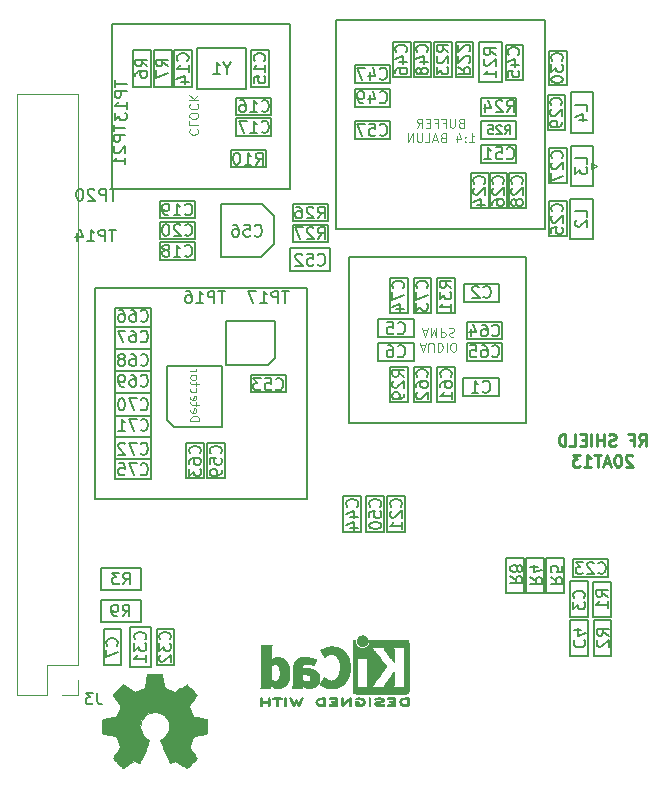
<source format=gbo>
G04 #@! TF.GenerationSoftware,KiCad,Pcbnew,(5.1.4)-1*
G04 #@! TF.CreationDate,2020-03-16T20:43:03+01:00*
G04 #@! TF.ProjectId,rf-receiver,72662d72-6563-4656-9976-65722e6b6963,Rev 2*
G04 #@! TF.SameCoordinates,Original*
G04 #@! TF.FileFunction,Legend,Bot*
G04 #@! TF.FilePolarity,Positive*
%FSLAX46Y46*%
G04 Gerber Fmt 4.6, Leading zero omitted, Abs format (unit mm)*
G04 Created by KiCad (PCBNEW (5.1.4)-1) date 2020-03-16 20:43:03*
%MOMM*%
%LPD*%
G04 APERTURE LIST*
%ADD10C,0.150000*%
%ADD11C,0.250000*%
%ADD12C,0.125000*%
%ADD13C,0.010000*%
%ADD14C,0.120000*%
G04 APERTURE END LIST*
D10*
X97500000Y-70900000D02*
X97500000Y-69450000D01*
X94550000Y-70900000D02*
X97500000Y-70900000D01*
X94550000Y-69450000D02*
X94550000Y-70900000D01*
X97500000Y-69450000D02*
X94550000Y-69450000D01*
X118050000Y-71400000D02*
X119550000Y-71400000D01*
X118050000Y-74350000D02*
X118050000Y-71400000D01*
X119550000Y-71400000D02*
X119550000Y-74350000D01*
X119550000Y-74350000D02*
X118050000Y-74350000D01*
X116450000Y-71400000D02*
X117950000Y-71400000D01*
X116450000Y-74350000D02*
X116450000Y-71400000D01*
X117950000Y-71400000D02*
X117950000Y-74350000D01*
X117950000Y-74350000D02*
X116450000Y-74350000D01*
X114850000Y-71400000D02*
X116350000Y-71400000D01*
X114850000Y-74350000D02*
X114850000Y-71400000D01*
X116350000Y-71400000D02*
X116350000Y-74350000D01*
X116350000Y-74350000D02*
X114850000Y-74350000D01*
X123250000Y-73550000D02*
X125150000Y-73550000D01*
X123250000Y-76950000D02*
X123250000Y-73550000D01*
X125150000Y-76950000D02*
X123250000Y-76950000D01*
X125150000Y-73550000D02*
X125150000Y-76950000D01*
X123300000Y-69050000D02*
X125200000Y-69050000D01*
X123300000Y-72450000D02*
X123300000Y-69050000D01*
X125200000Y-72450000D02*
X123300000Y-72450000D01*
X125200000Y-69050000D02*
X125200000Y-72450000D01*
X123300000Y-67950000D02*
X123300000Y-64550000D01*
X125200000Y-67950000D02*
X123300000Y-67950000D01*
X125200000Y-64550000D02*
X125200000Y-67950000D01*
X123300000Y-64550000D02*
X125200000Y-64550000D01*
X121450000Y-63950000D02*
X121450000Y-61000000D01*
X121450000Y-61000000D02*
X122950000Y-61000000D01*
X122950000Y-63950000D02*
X121450000Y-63950000D01*
X122950000Y-61000000D02*
X122950000Y-63950000D01*
X121350000Y-67750000D02*
X121350000Y-64800000D01*
X121350000Y-64800000D02*
X122850000Y-64800000D01*
X122850000Y-67750000D02*
X121350000Y-67750000D01*
X122850000Y-64800000D02*
X122850000Y-67750000D01*
X121500000Y-76700000D02*
X121500000Y-73750000D01*
X121500000Y-73750000D02*
X123000000Y-73750000D01*
X123000000Y-76700000D02*
X121500000Y-76700000D01*
X123000000Y-73750000D02*
X123000000Y-76700000D01*
X121450000Y-72200000D02*
X121450000Y-69250000D01*
X122950000Y-72200000D02*
X121450000Y-72200000D01*
X122950000Y-69250000D02*
X122950000Y-72200000D01*
X121450000Y-69250000D02*
X122950000Y-69250000D01*
X86000000Y-113200000D02*
X86000000Y-109800000D01*
X87800000Y-113200000D02*
X86000000Y-113200000D01*
X87800000Y-109800000D02*
X87800000Y-113200000D01*
X86000000Y-109800000D02*
X87800000Y-109800000D01*
X89700000Y-113000000D02*
X89700000Y-110000000D01*
X88300000Y-113000000D02*
X89700000Y-113000000D01*
X88300000Y-110000000D02*
X88300000Y-113000000D01*
X89700000Y-110000000D02*
X88300000Y-110000000D01*
X93700000Y-78500000D02*
X93700000Y-74000000D01*
X97100000Y-78500000D02*
X93700000Y-78500000D01*
X98200000Y-77400000D02*
X97100000Y-78500000D01*
X98200000Y-75000000D02*
X98200000Y-77400000D01*
X97200000Y-74000000D02*
X98200000Y-75000000D01*
X93700000Y-74000000D02*
X97200000Y-74000000D01*
X83750000Y-113000000D02*
X83750000Y-110000000D01*
X85250000Y-113000000D02*
X83750000Y-113000000D01*
X85250000Y-110000000D02*
X85250000Y-113000000D01*
X83750000Y-110000000D02*
X85250000Y-110000000D01*
X86950000Y-107500000D02*
X86950000Y-109400000D01*
X83550000Y-107500000D02*
X86950000Y-107500000D01*
X86950000Y-109400000D02*
X83550000Y-109400000D01*
X83550000Y-109400000D02*
X83550000Y-107500000D01*
X83550000Y-106700000D02*
X83550000Y-104800000D01*
X86950000Y-106700000D02*
X83550000Y-106700000D01*
X86950000Y-104800000D02*
X86950000Y-106700000D01*
X83550000Y-104800000D02*
X86950000Y-104800000D01*
X104050000Y-101750000D02*
X104050000Y-98750000D01*
X104050000Y-98750000D02*
X105550000Y-98750000D01*
X105550000Y-101750000D02*
X104050000Y-101750000D01*
X105550000Y-98750000D02*
X105550000Y-101750000D01*
X106000000Y-101750000D02*
X106000000Y-98750000D01*
X106000000Y-98750000D02*
X107500000Y-98750000D01*
X107500000Y-101750000D02*
X106000000Y-101750000D01*
X107500000Y-98750000D02*
X107500000Y-101750000D01*
X107750000Y-101750000D02*
X107750000Y-98750000D01*
X107750000Y-98750000D02*
X109250000Y-98750000D01*
X109250000Y-101750000D02*
X107750000Y-101750000D01*
X109250000Y-98750000D02*
X109250000Y-101750000D01*
X117850000Y-106950000D02*
X117850000Y-103950000D01*
X117850000Y-103950000D02*
X119350000Y-103950000D01*
X119350000Y-106950000D02*
X117850000Y-106950000D01*
X119350000Y-103950000D02*
X119350000Y-106950000D01*
X119550000Y-106950000D02*
X119550000Y-103950000D01*
X119550000Y-103950000D02*
X121050000Y-103950000D01*
X121050000Y-106950000D02*
X119550000Y-106950000D01*
X121050000Y-103950000D02*
X121050000Y-106950000D01*
X121250000Y-106950000D02*
X121250000Y-103950000D01*
X121250000Y-103950000D02*
X122750000Y-103950000D01*
X122750000Y-106950000D02*
X121250000Y-106950000D01*
X122750000Y-103950000D02*
X122750000Y-106950000D01*
X126500000Y-105550000D02*
X123500000Y-105550000D01*
X123500000Y-105550000D02*
X123500000Y-104050000D01*
X126500000Y-104050000D02*
X126500000Y-105550000D01*
X123500000Y-104050000D02*
X126500000Y-104050000D01*
X123250000Y-108950000D02*
X123250000Y-105950000D01*
X123250000Y-105950000D02*
X124750000Y-105950000D01*
X124750000Y-108950000D02*
X123250000Y-108950000D01*
X124750000Y-105950000D02*
X124750000Y-108950000D01*
X125200000Y-109000000D02*
X125200000Y-106000000D01*
X125200000Y-106000000D02*
X126700000Y-106000000D01*
X126700000Y-109000000D02*
X125200000Y-109000000D01*
X126700000Y-106000000D02*
X126700000Y-109000000D01*
X125250000Y-112250000D02*
X125250000Y-109250000D01*
X125250000Y-109250000D02*
X126750000Y-109250000D01*
X126750000Y-112250000D02*
X125250000Y-112250000D01*
X126750000Y-109250000D02*
X126750000Y-112250000D01*
X123250000Y-112250000D02*
X123250000Y-109250000D01*
X124750000Y-112250000D02*
X123250000Y-112250000D01*
X124750000Y-109250000D02*
X124750000Y-112250000D01*
X123250000Y-109250000D02*
X124750000Y-109250000D01*
X91500000Y-77250000D02*
X88500000Y-77250000D01*
X91500000Y-78700000D02*
X91500000Y-77250000D01*
X88500000Y-78700000D02*
X91500000Y-78700000D01*
X88500000Y-77250000D02*
X88500000Y-78700000D01*
X91500000Y-75500000D02*
X88500000Y-75500000D01*
X91500000Y-76950000D02*
X91500000Y-75500000D01*
X88500000Y-76950000D02*
X91500000Y-76950000D01*
X88500000Y-75500000D02*
X88500000Y-76950000D01*
X91500000Y-73750000D02*
X88500000Y-73750000D01*
X91500000Y-75200000D02*
X91500000Y-73750000D01*
X88500000Y-75200000D02*
X91500000Y-75200000D01*
X88500000Y-73750000D02*
X88500000Y-75200000D01*
X99550000Y-79700000D02*
X99550000Y-77750000D01*
X102950000Y-79700000D02*
X99550000Y-79700000D01*
X102950000Y-77750000D02*
X102950000Y-79700000D01*
X99550000Y-77750000D02*
X102950000Y-77750000D01*
X102750000Y-75750000D02*
X99750000Y-75750000D01*
X102750000Y-77200000D02*
X102750000Y-75750000D01*
X99750000Y-77200000D02*
X102750000Y-77200000D01*
X99750000Y-75750000D02*
X99750000Y-77200000D01*
X102750000Y-74000000D02*
X99750000Y-74000000D01*
X102750000Y-75450000D02*
X102750000Y-74000000D01*
X99750000Y-75450000D02*
X102750000Y-75450000D01*
X99750000Y-74000000D02*
X99750000Y-75450000D01*
X92250000Y-97200000D02*
X92250000Y-94250000D01*
X90750000Y-97200000D02*
X92250000Y-97200000D01*
X90750000Y-94250000D02*
X90750000Y-97200000D01*
X92250000Y-94250000D02*
X90750000Y-94250000D01*
X94000000Y-97200000D02*
X94000000Y-94250000D01*
X92500000Y-97200000D02*
X94000000Y-97200000D01*
X92500000Y-94250000D02*
X92500000Y-97200000D01*
X94000000Y-94250000D02*
X92500000Y-94250000D01*
X99200000Y-88500000D02*
X96250000Y-88500000D01*
X99200000Y-89950000D02*
X99200000Y-88500000D01*
X96250000Y-89950000D02*
X99200000Y-89950000D01*
X96250000Y-88500000D02*
X96250000Y-89950000D01*
X93800000Y-92900000D02*
X93800000Y-87700000D01*
X89700000Y-92900000D02*
X93800000Y-92900000D01*
X89100000Y-92300000D02*
X89700000Y-92900000D01*
X89100000Y-87700000D02*
X89100000Y-92300000D01*
X93800000Y-87700000D02*
X89100000Y-87700000D01*
X94100000Y-83900000D02*
X98300000Y-83900000D01*
X94100000Y-87600000D02*
X94100000Y-83900000D01*
X97700000Y-87600000D02*
X94100000Y-87600000D01*
X98300000Y-87000000D02*
X97700000Y-87600000D01*
X98300000Y-83900000D02*
X98300000Y-87000000D01*
D11*
X129095238Y-94477380D02*
X129428571Y-94001190D01*
X129666666Y-94477380D02*
X129666666Y-93477380D01*
X129285714Y-93477380D01*
X129190476Y-93525000D01*
X129142857Y-93572619D01*
X129095238Y-93667857D01*
X129095238Y-93810714D01*
X129142857Y-93905952D01*
X129190476Y-93953571D01*
X129285714Y-94001190D01*
X129666666Y-94001190D01*
X128333333Y-93953571D02*
X128666666Y-93953571D01*
X128666666Y-94477380D02*
X128666666Y-93477380D01*
X128190476Y-93477380D01*
X127095238Y-94429761D02*
X126952380Y-94477380D01*
X126714285Y-94477380D01*
X126619047Y-94429761D01*
X126571428Y-94382142D01*
X126523809Y-94286904D01*
X126523809Y-94191666D01*
X126571428Y-94096428D01*
X126619047Y-94048809D01*
X126714285Y-94001190D01*
X126904761Y-93953571D01*
X127000000Y-93905952D01*
X127047619Y-93858333D01*
X127095238Y-93763095D01*
X127095238Y-93667857D01*
X127047619Y-93572619D01*
X127000000Y-93525000D01*
X126904761Y-93477380D01*
X126666666Y-93477380D01*
X126523809Y-93525000D01*
X126095238Y-94477380D02*
X126095238Y-93477380D01*
X126095238Y-93953571D02*
X125523809Y-93953571D01*
X125523809Y-94477380D02*
X125523809Y-93477380D01*
X125047619Y-94477380D02*
X125047619Y-93477380D01*
X124571428Y-93953571D02*
X124238095Y-93953571D01*
X124095238Y-94477380D02*
X124571428Y-94477380D01*
X124571428Y-93477380D01*
X124095238Y-93477380D01*
X123190476Y-94477380D02*
X123666666Y-94477380D01*
X123666666Y-93477380D01*
X122857142Y-94477380D02*
X122857142Y-93477380D01*
X122619047Y-93477380D01*
X122476190Y-93525000D01*
X122380952Y-93620238D01*
X122333333Y-93715476D01*
X122285714Y-93905952D01*
X122285714Y-94048809D01*
X122333333Y-94239285D01*
X122380952Y-94334523D01*
X122476190Y-94429761D01*
X122619047Y-94477380D01*
X122857142Y-94477380D01*
X128523809Y-95322619D02*
X128476190Y-95275000D01*
X128380952Y-95227380D01*
X128142857Y-95227380D01*
X128047619Y-95275000D01*
X128000000Y-95322619D01*
X127952380Y-95417857D01*
X127952380Y-95513095D01*
X128000000Y-95655952D01*
X128571428Y-96227380D01*
X127952380Y-96227380D01*
X127333333Y-95227380D02*
X127238095Y-95227380D01*
X127142857Y-95275000D01*
X127095238Y-95322619D01*
X127047619Y-95417857D01*
X127000000Y-95608333D01*
X127000000Y-95846428D01*
X127047619Y-96036904D01*
X127095238Y-96132142D01*
X127142857Y-96179761D01*
X127238095Y-96227380D01*
X127333333Y-96227380D01*
X127428571Y-96179761D01*
X127476190Y-96132142D01*
X127523809Y-96036904D01*
X127571428Y-95846428D01*
X127571428Y-95608333D01*
X127523809Y-95417857D01*
X127476190Y-95322619D01*
X127428571Y-95275000D01*
X127333333Y-95227380D01*
X126619047Y-95941666D02*
X126142857Y-95941666D01*
X126714285Y-96227380D02*
X126380952Y-95227380D01*
X126047619Y-96227380D01*
X125857142Y-95227380D02*
X125285714Y-95227380D01*
X125571428Y-96227380D02*
X125571428Y-95227380D01*
X124428571Y-96227380D02*
X125000000Y-96227380D01*
X124714285Y-96227380D02*
X124714285Y-95227380D01*
X124809523Y-95370238D01*
X124904761Y-95465476D01*
X125000000Y-95513095D01*
X124095238Y-95227380D02*
X123476190Y-95227380D01*
X123809523Y-95608333D01*
X123666666Y-95608333D01*
X123571428Y-95655952D01*
X123523809Y-95703571D01*
X123476190Y-95798809D01*
X123476190Y-96036904D01*
X123523809Y-96132142D01*
X123571428Y-96179761D01*
X123666666Y-96227380D01*
X123952380Y-96227380D01*
X124047619Y-96179761D01*
X124095238Y-96132142D01*
D10*
X115700000Y-70500000D02*
X115700000Y-69000000D01*
X118700000Y-70500000D02*
X115700000Y-70500000D01*
X118700000Y-69000000D02*
X118700000Y-70500000D01*
X115700000Y-69000000D02*
X118700000Y-69000000D01*
X115700000Y-68500000D02*
X115700000Y-67000000D01*
X118700000Y-68500000D02*
X115700000Y-68500000D01*
X118700000Y-67000000D02*
X118700000Y-68500000D01*
X115700000Y-67000000D02*
X118700000Y-67000000D01*
X115700000Y-65000000D02*
X115800000Y-65000000D01*
X115700000Y-66500000D02*
X115700000Y-65000000D01*
X118700000Y-66500000D02*
X115700000Y-66500000D01*
X118700000Y-65000000D02*
X118700000Y-66500000D01*
X115800000Y-65000000D02*
X118700000Y-65000000D01*
D12*
X113996428Y-67121428D02*
X113889285Y-67157142D01*
X113853571Y-67192857D01*
X113817857Y-67264285D01*
X113817857Y-67371428D01*
X113853571Y-67442857D01*
X113889285Y-67478571D01*
X113960714Y-67514285D01*
X114246428Y-67514285D01*
X114246428Y-66764285D01*
X113996428Y-66764285D01*
X113925000Y-66800000D01*
X113889285Y-66835714D01*
X113853571Y-66907142D01*
X113853571Y-66978571D01*
X113889285Y-67050000D01*
X113925000Y-67085714D01*
X113996428Y-67121428D01*
X114246428Y-67121428D01*
X113496428Y-66764285D02*
X113496428Y-67371428D01*
X113460714Y-67442857D01*
X113425000Y-67478571D01*
X113353571Y-67514285D01*
X113210714Y-67514285D01*
X113139285Y-67478571D01*
X113103571Y-67442857D01*
X113067857Y-67371428D01*
X113067857Y-66764285D01*
X112460714Y-67121428D02*
X112710714Y-67121428D01*
X112710714Y-67514285D02*
X112710714Y-66764285D01*
X112353571Y-66764285D01*
X111817857Y-67121428D02*
X112067857Y-67121428D01*
X112067857Y-67514285D02*
X112067857Y-66764285D01*
X111710714Y-66764285D01*
X111425000Y-67121428D02*
X111175000Y-67121428D01*
X111067857Y-67514285D02*
X111425000Y-67514285D01*
X111425000Y-66764285D01*
X111067857Y-66764285D01*
X110317857Y-67514285D02*
X110567857Y-67157142D01*
X110746428Y-67514285D02*
X110746428Y-66764285D01*
X110460714Y-66764285D01*
X110389285Y-66800000D01*
X110353571Y-66835714D01*
X110317857Y-66907142D01*
X110317857Y-67014285D01*
X110353571Y-67085714D01*
X110389285Y-67121428D01*
X110460714Y-67157142D01*
X110746428Y-67157142D01*
X114692857Y-68764285D02*
X115121428Y-68764285D01*
X114907142Y-68764285D02*
X114907142Y-68014285D01*
X114978571Y-68121428D01*
X115050000Y-68192857D01*
X115121428Y-68228571D01*
X114371428Y-68692857D02*
X114335714Y-68728571D01*
X114371428Y-68764285D01*
X114407142Y-68728571D01*
X114371428Y-68692857D01*
X114371428Y-68764285D01*
X114371428Y-68300000D02*
X114335714Y-68335714D01*
X114371428Y-68371428D01*
X114407142Y-68335714D01*
X114371428Y-68300000D01*
X114371428Y-68371428D01*
X113692857Y-68264285D02*
X113692857Y-68764285D01*
X113871428Y-67978571D02*
X114050000Y-68514285D01*
X113585714Y-68514285D01*
X112478571Y-68371428D02*
X112371428Y-68407142D01*
X112335714Y-68442857D01*
X112300000Y-68514285D01*
X112300000Y-68621428D01*
X112335714Y-68692857D01*
X112371428Y-68728571D01*
X112442857Y-68764285D01*
X112728571Y-68764285D01*
X112728571Y-68014285D01*
X112478571Y-68014285D01*
X112407142Y-68050000D01*
X112371428Y-68085714D01*
X112335714Y-68157142D01*
X112335714Y-68228571D01*
X112371428Y-68300000D01*
X112407142Y-68335714D01*
X112478571Y-68371428D01*
X112728571Y-68371428D01*
X112014285Y-68550000D02*
X111657142Y-68550000D01*
X112085714Y-68764285D02*
X111835714Y-68014285D01*
X111585714Y-68764285D01*
X110978571Y-68764285D02*
X111335714Y-68764285D01*
X111335714Y-68014285D01*
X110728571Y-68014285D02*
X110728571Y-68621428D01*
X110692857Y-68692857D01*
X110657142Y-68728571D01*
X110585714Y-68764285D01*
X110442857Y-68764285D01*
X110371428Y-68728571D01*
X110335714Y-68692857D01*
X110300000Y-68621428D01*
X110300000Y-68014285D01*
X109942857Y-68764285D02*
X109942857Y-68014285D01*
X109514285Y-68764285D01*
X109514285Y-68014285D01*
X91082142Y-67664285D02*
X91046428Y-67700000D01*
X91010714Y-67807142D01*
X91010714Y-67878571D01*
X91046428Y-67985714D01*
X91117857Y-68057142D01*
X91189285Y-68092857D01*
X91332142Y-68128571D01*
X91439285Y-68128571D01*
X91582142Y-68092857D01*
X91653571Y-68057142D01*
X91725000Y-67985714D01*
X91760714Y-67878571D01*
X91760714Y-67807142D01*
X91725000Y-67700000D01*
X91689285Y-67664285D01*
X91010714Y-66985714D02*
X91010714Y-67342857D01*
X91760714Y-67342857D01*
X91760714Y-66592857D02*
X91760714Y-66450000D01*
X91725000Y-66378571D01*
X91653571Y-66307142D01*
X91510714Y-66271428D01*
X91260714Y-66271428D01*
X91117857Y-66307142D01*
X91046428Y-66378571D01*
X91010714Y-66450000D01*
X91010714Y-66592857D01*
X91046428Y-66664285D01*
X91117857Y-66735714D01*
X91260714Y-66771428D01*
X91510714Y-66771428D01*
X91653571Y-66735714D01*
X91725000Y-66664285D01*
X91760714Y-66592857D01*
X91082142Y-65521428D02*
X91046428Y-65557142D01*
X91010714Y-65664285D01*
X91010714Y-65735714D01*
X91046428Y-65842857D01*
X91117857Y-65914285D01*
X91189285Y-65950000D01*
X91332142Y-65985714D01*
X91439285Y-65985714D01*
X91582142Y-65950000D01*
X91653571Y-65914285D01*
X91725000Y-65842857D01*
X91760714Y-65735714D01*
X91760714Y-65664285D01*
X91725000Y-65557142D01*
X91689285Y-65521428D01*
X91010714Y-65200000D02*
X91760714Y-65200000D01*
X91010714Y-64771428D02*
X91439285Y-65092857D01*
X91760714Y-64771428D02*
X91332142Y-65200000D01*
X91110714Y-92360714D02*
X91860714Y-92360714D01*
X91860714Y-92182142D01*
X91825000Y-92075000D01*
X91753571Y-92003571D01*
X91682142Y-91967857D01*
X91539285Y-91932142D01*
X91432142Y-91932142D01*
X91289285Y-91967857D01*
X91217857Y-92003571D01*
X91146428Y-92075000D01*
X91110714Y-92182142D01*
X91110714Y-92360714D01*
X91146428Y-91325000D02*
X91110714Y-91396428D01*
X91110714Y-91539285D01*
X91146428Y-91610714D01*
X91217857Y-91646428D01*
X91503571Y-91646428D01*
X91575000Y-91610714D01*
X91610714Y-91539285D01*
X91610714Y-91396428D01*
X91575000Y-91325000D01*
X91503571Y-91289285D01*
X91432142Y-91289285D01*
X91360714Y-91646428D01*
X91610714Y-91075000D02*
X91610714Y-90789285D01*
X91860714Y-90967857D02*
X91217857Y-90967857D01*
X91146428Y-90932142D01*
X91110714Y-90860714D01*
X91110714Y-90789285D01*
X91146428Y-90253571D02*
X91110714Y-90325000D01*
X91110714Y-90467857D01*
X91146428Y-90539285D01*
X91217857Y-90575000D01*
X91503571Y-90575000D01*
X91575000Y-90539285D01*
X91610714Y-90467857D01*
X91610714Y-90325000D01*
X91575000Y-90253571D01*
X91503571Y-90217857D01*
X91432142Y-90217857D01*
X91360714Y-90575000D01*
X91146428Y-89575000D02*
X91110714Y-89646428D01*
X91110714Y-89789285D01*
X91146428Y-89860714D01*
X91182142Y-89896428D01*
X91253571Y-89932142D01*
X91467857Y-89932142D01*
X91539285Y-89896428D01*
X91575000Y-89860714D01*
X91610714Y-89789285D01*
X91610714Y-89646428D01*
X91575000Y-89575000D01*
X91610714Y-89360714D02*
X91610714Y-89075000D01*
X91860714Y-89253571D02*
X91217857Y-89253571D01*
X91146428Y-89217857D01*
X91110714Y-89146428D01*
X91110714Y-89075000D01*
X91110714Y-88717857D02*
X91146428Y-88789285D01*
X91182142Y-88825000D01*
X91253571Y-88860714D01*
X91467857Y-88860714D01*
X91539285Y-88825000D01*
X91575000Y-88789285D01*
X91610714Y-88717857D01*
X91610714Y-88610714D01*
X91575000Y-88539285D01*
X91539285Y-88503571D01*
X91467857Y-88467857D01*
X91253571Y-88467857D01*
X91182142Y-88503571D01*
X91146428Y-88539285D01*
X91110714Y-88610714D01*
X91110714Y-88717857D01*
X91110714Y-88146428D02*
X91610714Y-88146428D01*
X91467857Y-88146428D02*
X91539285Y-88110714D01*
X91575000Y-88075000D01*
X91610714Y-88003571D01*
X91610714Y-87932142D01*
X110582142Y-85950000D02*
X110939285Y-85950000D01*
X110510714Y-85735714D02*
X110760714Y-86485714D01*
X111010714Y-85735714D01*
X111260714Y-86485714D02*
X111260714Y-85878571D01*
X111296428Y-85807142D01*
X111332142Y-85771428D01*
X111403571Y-85735714D01*
X111546428Y-85735714D01*
X111617857Y-85771428D01*
X111653571Y-85807142D01*
X111689285Y-85878571D01*
X111689285Y-86485714D01*
X112046428Y-85735714D02*
X112046428Y-86485714D01*
X112225000Y-86485714D01*
X112332142Y-86450000D01*
X112403571Y-86378571D01*
X112439285Y-86307142D01*
X112475000Y-86164285D01*
X112475000Y-86057142D01*
X112439285Y-85914285D01*
X112403571Y-85842857D01*
X112332142Y-85771428D01*
X112225000Y-85735714D01*
X112046428Y-85735714D01*
X112796428Y-85735714D02*
X112796428Y-86485714D01*
X113296428Y-86485714D02*
X113439285Y-86485714D01*
X113510714Y-86450000D01*
X113582142Y-86378571D01*
X113617857Y-86235714D01*
X113617857Y-85985714D01*
X113582142Y-85842857D01*
X113510714Y-85771428D01*
X113439285Y-85735714D01*
X113296428Y-85735714D01*
X113225000Y-85771428D01*
X113153571Y-85842857D01*
X113117857Y-85985714D01*
X113117857Y-86235714D01*
X113153571Y-86378571D01*
X113225000Y-86450000D01*
X113296428Y-86485714D01*
X110760714Y-84700000D02*
X111117857Y-84700000D01*
X110689285Y-84485714D02*
X110939285Y-85235714D01*
X111189285Y-84485714D01*
X111439285Y-84485714D02*
X111439285Y-85235714D01*
X111689285Y-84700000D01*
X111939285Y-85235714D01*
X111939285Y-84485714D01*
X112296428Y-84485714D02*
X112296428Y-85235714D01*
X112582142Y-85235714D01*
X112653571Y-85200000D01*
X112689285Y-85164285D01*
X112725000Y-85092857D01*
X112725000Y-84985714D01*
X112689285Y-84914285D01*
X112653571Y-84878571D01*
X112582142Y-84842857D01*
X112296428Y-84842857D01*
X113010714Y-84521428D02*
X113117857Y-84485714D01*
X113296428Y-84485714D01*
X113367857Y-84521428D01*
X113403571Y-84557142D01*
X113439285Y-84628571D01*
X113439285Y-84700000D01*
X113403571Y-84771428D01*
X113367857Y-84807142D01*
X113296428Y-84842857D01*
X113153571Y-84878571D01*
X113082142Y-84914285D01*
X113046428Y-84950000D01*
X113010714Y-85021428D01*
X113010714Y-85092857D01*
X113046428Y-85164285D01*
X113082142Y-85200000D01*
X113153571Y-85235714D01*
X113332142Y-85235714D01*
X113439285Y-85200000D01*
D10*
X119500000Y-78450000D02*
X119500000Y-92550000D01*
X104500000Y-78450000D02*
X119500000Y-78450000D01*
X104500000Y-92550000D02*
X104500000Y-78450000D01*
X119500000Y-92550000D02*
X104500000Y-92550000D01*
X84450000Y-58750000D02*
X99550000Y-58750000D01*
X84450000Y-72750000D02*
X84450000Y-58750000D01*
X99550000Y-72750000D02*
X84450000Y-72750000D01*
X99550000Y-58750000D02*
X99550000Y-72750000D01*
X103400000Y-76100000D02*
X103400000Y-58400000D01*
X121100000Y-76100000D02*
X103400000Y-76100000D01*
X121100000Y-58400000D02*
X121100000Y-76100000D01*
X103400000Y-58400000D02*
X121100000Y-58400000D01*
X100950000Y-81100000D02*
X100950000Y-81200000D01*
X83050000Y-81100000D02*
X100950000Y-81100000D01*
X83050000Y-99000000D02*
X83050000Y-81100000D01*
X100950000Y-99000000D02*
X83050000Y-99000000D01*
X100950000Y-81200000D02*
X100950000Y-99000000D01*
X86250000Y-60950000D02*
X87750000Y-60950000D01*
X86250000Y-64050000D02*
X86250000Y-60950000D01*
X87750000Y-64050000D02*
X86250000Y-64050000D01*
X87750000Y-60950000D02*
X87750000Y-64050000D01*
X89450000Y-60950000D02*
X89550000Y-60950000D01*
X88050000Y-60950000D02*
X89450000Y-60950000D01*
X88050000Y-64050000D02*
X88050000Y-60950000D01*
X89550000Y-64050000D02*
X88050000Y-64050000D01*
X89550000Y-60950000D02*
X89550000Y-64050000D01*
X89750000Y-60950000D02*
X91250000Y-60950000D01*
X89750000Y-64050000D02*
X89750000Y-60950000D01*
X91250000Y-64050000D02*
X89750000Y-64050000D01*
X91250000Y-60950000D02*
X91250000Y-64050000D01*
X97950000Y-68250000D02*
X97950000Y-66750000D01*
X94950000Y-68250000D02*
X97950000Y-68250000D01*
X94950000Y-66750000D02*
X94950000Y-68250000D01*
X97950000Y-66750000D02*
X94950000Y-66750000D01*
X97950000Y-66450000D02*
X97950000Y-65050000D01*
X94950000Y-66450000D02*
X97950000Y-66450000D01*
X94950000Y-65050000D02*
X94950000Y-66450000D01*
X97950000Y-65050000D02*
X94950000Y-65050000D01*
X91650000Y-60750000D02*
X95850000Y-60750000D01*
X91650000Y-64250000D02*
X91650000Y-60750000D01*
X95850000Y-64250000D02*
X91650000Y-64250000D01*
X95850000Y-60750000D02*
X95850000Y-64250000D01*
X96250000Y-60950000D02*
X97750000Y-60950000D01*
X96250000Y-64050000D02*
X96250000Y-60950000D01*
X97750000Y-64050000D02*
X96250000Y-64050000D01*
X97750000Y-60950000D02*
X97750000Y-64050000D01*
X109500000Y-87750000D02*
X109500000Y-90750000D01*
X108000000Y-87750000D02*
X109500000Y-87750000D01*
X108000000Y-90750000D02*
X108000000Y-87750000D01*
X109500000Y-90750000D02*
X108000000Y-90750000D01*
X111500000Y-87750000D02*
X111500000Y-90750000D01*
X110000000Y-87750000D02*
X111500000Y-87750000D01*
X110000000Y-90750000D02*
X110000000Y-87750000D01*
X111500000Y-90750000D02*
X110000000Y-90750000D01*
X113500000Y-87750000D02*
X113500000Y-90750000D01*
X112000000Y-87750000D02*
X113500000Y-87750000D01*
X112000000Y-90750000D02*
X112000000Y-87750000D01*
X113500000Y-90750000D02*
X112000000Y-90750000D01*
X110000000Y-83750000D02*
X110000000Y-85250000D01*
X107000000Y-83750000D02*
X110000000Y-83750000D01*
X107000000Y-85250000D02*
X107000000Y-83750000D01*
X110000000Y-85250000D02*
X107000000Y-85250000D01*
X110000000Y-85750000D02*
X110000000Y-87250000D01*
X107000000Y-85750000D02*
X110000000Y-85750000D01*
X107000000Y-87250000D02*
X107000000Y-85750000D01*
X110000000Y-87250000D02*
X107000000Y-87250000D01*
X109500000Y-80250000D02*
X109500000Y-83250000D01*
X108000000Y-80250000D02*
X109500000Y-80250000D01*
X108000000Y-83250000D02*
X108000000Y-80250000D01*
X109500000Y-83250000D02*
X108000000Y-83250000D01*
X111500000Y-80250000D02*
X111500000Y-83250000D01*
X110000000Y-80250000D02*
X111500000Y-80250000D01*
X110000000Y-83250000D02*
X110000000Y-80250000D01*
X111500000Y-83250000D02*
X110000000Y-83250000D01*
X113500000Y-80250000D02*
X113500000Y-83250000D01*
X112000000Y-80250000D02*
X113500000Y-80250000D01*
X112000000Y-83250000D02*
X112000000Y-80250000D01*
X113500000Y-83250000D02*
X112000000Y-83250000D01*
X114300000Y-82250000D02*
X117200000Y-82250000D01*
X114300000Y-80750000D02*
X114300000Y-82250000D01*
X117200000Y-80750000D02*
X114300000Y-80750000D01*
X117200000Y-82250000D02*
X117200000Y-80750000D01*
X114500000Y-85450000D02*
X117500000Y-85450000D01*
X114500000Y-83950000D02*
X114500000Y-85450000D01*
X117500000Y-83950000D02*
X114500000Y-83950000D01*
X117500000Y-85450000D02*
X117500000Y-83950000D01*
X117500000Y-85750000D02*
X117500000Y-87250000D01*
X114500000Y-85750000D02*
X117500000Y-85750000D01*
X114500000Y-87250000D02*
X114500000Y-85750000D01*
X117500000Y-87250000D02*
X114500000Y-87250000D01*
X114200000Y-90250000D02*
X117200000Y-90250000D01*
X114200000Y-88750000D02*
X114200000Y-90250000D01*
X117200000Y-88750000D02*
X114200000Y-88750000D01*
X117200000Y-90250000D02*
X117200000Y-88750000D01*
X84750000Y-95600000D02*
X87750000Y-95600000D01*
X87750000Y-93700000D02*
X84750000Y-93700000D01*
X87750000Y-91900000D02*
X84750000Y-91900000D01*
X84750000Y-90000000D02*
X87750000Y-90000000D01*
X87750000Y-88100000D02*
X84750000Y-88100000D01*
X84750000Y-86300000D02*
X87750000Y-86300000D01*
X87750000Y-84400000D02*
X84750000Y-84400000D01*
X87750000Y-97300000D02*
X87750000Y-82800000D01*
X84750000Y-97300000D02*
X87750000Y-97300000D01*
X84750000Y-82800000D02*
X84750000Y-97300000D01*
X87750000Y-82800000D02*
X84750000Y-82800000D01*
X119300000Y-60500000D02*
X117800000Y-60500000D01*
X119300000Y-63500000D02*
X119300000Y-60500000D01*
X117800000Y-63500000D02*
X119300000Y-63500000D01*
X117800000Y-60500000D02*
X117800000Y-63500000D01*
X117450000Y-60300000D02*
X115550000Y-60300000D01*
X117450000Y-63700000D02*
X117450000Y-60300000D01*
X115550000Y-63700000D02*
X117450000Y-63700000D01*
X115550000Y-60300000D02*
X115550000Y-63700000D01*
X113550000Y-63250000D02*
X113550000Y-60250000D01*
X115050000Y-63250000D02*
X113550000Y-63250000D01*
X115050000Y-60250000D02*
X115050000Y-63250000D01*
X113550000Y-60250000D02*
X115050000Y-60250000D01*
X113250000Y-60250000D02*
X111750000Y-60250000D01*
X113250000Y-63250000D02*
X113250000Y-60250000D01*
X111750000Y-63250000D02*
X113250000Y-63250000D01*
X111750000Y-60250000D02*
X111750000Y-63250000D01*
X111500000Y-60250000D02*
X110000000Y-60250000D01*
X111500000Y-60250000D02*
X111500000Y-63250000D01*
X110000000Y-63250000D02*
X111500000Y-63250000D01*
X110000000Y-60250000D02*
X110000000Y-63250000D01*
X108250000Y-60250000D02*
X108250000Y-63250000D01*
X109750000Y-60250000D02*
X108250000Y-60250000D01*
X109750000Y-63250000D02*
X109750000Y-60250000D01*
X108250000Y-63250000D02*
X109750000Y-63250000D01*
X108000000Y-62250000D02*
X105000000Y-62250000D01*
X108000000Y-63750000D02*
X108000000Y-62250000D01*
X105000000Y-63750000D02*
X108000000Y-63750000D01*
X105000000Y-62250000D02*
X105000000Y-63750000D01*
X108000000Y-64250000D02*
X105000000Y-64250000D01*
X108000000Y-65750000D02*
X108000000Y-64250000D01*
X105000000Y-65750000D02*
X108000000Y-65750000D01*
X105000000Y-64250000D02*
X105000000Y-65750000D01*
X105000000Y-67250000D02*
X105000000Y-67000000D01*
X105000000Y-68500000D02*
X105000000Y-67250000D01*
X108000000Y-68500000D02*
X105000000Y-68500000D01*
X108000000Y-67000000D02*
X108000000Y-68500000D01*
X105000000Y-67000000D02*
X108000000Y-67000000D01*
D13*
G36*
X87353464Y-114400427D02*
G01*
X87240882Y-114997618D01*
X86825469Y-115168865D01*
X86410055Y-115340112D01*
X85911698Y-115001233D01*
X85772131Y-114906877D01*
X85645971Y-114822630D01*
X85539104Y-114752338D01*
X85457417Y-114699847D01*
X85406798Y-114669004D01*
X85393013Y-114662353D01*
X85368179Y-114679458D01*
X85315111Y-114726744D01*
X85239759Y-114798172D01*
X85148070Y-114887700D01*
X85045992Y-114989289D01*
X84939473Y-115096898D01*
X84834463Y-115204487D01*
X84736908Y-115306015D01*
X84652757Y-115395441D01*
X84587959Y-115466726D01*
X84548462Y-115513828D01*
X84539019Y-115529592D01*
X84552608Y-115558653D01*
X84590706Y-115622321D01*
X84649306Y-115714367D01*
X84724402Y-115828564D01*
X84811991Y-115958684D01*
X84862745Y-116032901D01*
X84955254Y-116168422D01*
X85037459Y-116290716D01*
X85105369Y-116393695D01*
X85154999Y-116471273D01*
X85182359Y-116517361D01*
X85186470Y-116527047D01*
X85177150Y-116554574D01*
X85151745Y-116618728D01*
X85114088Y-116710490D01*
X85068013Y-116820839D01*
X85017353Y-116940755D01*
X84965940Y-117061219D01*
X84917610Y-117173209D01*
X84876193Y-117267707D01*
X84845525Y-117335692D01*
X84829438Y-117368143D01*
X84828488Y-117369420D01*
X84803227Y-117375617D01*
X84735954Y-117389440D01*
X84633639Y-117409532D01*
X84503258Y-117434534D01*
X84351783Y-117463086D01*
X84263406Y-117479551D01*
X84101547Y-117510369D01*
X83955350Y-117539694D01*
X83832212Y-117565921D01*
X83739530Y-117587446D01*
X83684698Y-117602665D01*
X83673676Y-117607493D01*
X83662881Y-117640174D01*
X83654170Y-117713985D01*
X83647539Y-117820292D01*
X83642981Y-117950467D01*
X83640490Y-118095876D01*
X83640061Y-118247890D01*
X83641688Y-118397877D01*
X83645364Y-118537206D01*
X83651084Y-118657245D01*
X83658842Y-118749365D01*
X83668631Y-118804932D01*
X83674503Y-118816500D01*
X83709600Y-118830365D01*
X83783971Y-118850188D01*
X83887776Y-118873639D01*
X84011180Y-118898391D01*
X84054258Y-118906398D01*
X84261952Y-118944441D01*
X84426015Y-118975079D01*
X84551869Y-118999529D01*
X84644934Y-119019009D01*
X84710632Y-119034736D01*
X84754382Y-119047928D01*
X84781607Y-119059804D01*
X84797727Y-119071580D01*
X84799982Y-119073908D01*
X84822496Y-119111400D01*
X84856841Y-119184365D01*
X84899588Y-119283867D01*
X84947307Y-119400973D01*
X84996569Y-119526748D01*
X85043944Y-119652257D01*
X85086004Y-119768565D01*
X85119319Y-119866739D01*
X85140458Y-119937843D01*
X85145994Y-119972942D01*
X85145533Y-119974172D01*
X85126776Y-120002861D01*
X85084223Y-120065985D01*
X85022346Y-120156973D01*
X84945617Y-120269255D01*
X84858508Y-120396260D01*
X84833701Y-120432353D01*
X84745247Y-120563203D01*
X84667411Y-120682591D01*
X84604433Y-120783662D01*
X84560554Y-120859559D01*
X84540014Y-120903427D01*
X84539019Y-120908817D01*
X84556277Y-120937144D01*
X84603964Y-120993261D01*
X84675949Y-121071137D01*
X84766102Y-121164740D01*
X84868294Y-121268041D01*
X84976394Y-121375006D01*
X85084271Y-121479606D01*
X85185795Y-121575809D01*
X85274837Y-121657584D01*
X85345266Y-121718900D01*
X85390952Y-121753726D01*
X85403590Y-121759412D01*
X85433008Y-121746020D01*
X85493238Y-121709899D01*
X85574470Y-121657136D01*
X85636969Y-121614667D01*
X85750214Y-121536740D01*
X85884325Y-121444984D01*
X86018844Y-121353375D01*
X86091166Y-121304346D01*
X86335961Y-121138770D01*
X86541449Y-121249875D01*
X86635063Y-121298548D01*
X86714669Y-121336381D01*
X86768532Y-121357958D01*
X86782242Y-121360961D01*
X86798729Y-121338793D01*
X86831254Y-121276149D01*
X86877391Y-121178809D01*
X86934709Y-121052549D01*
X87000783Y-120903150D01*
X87073184Y-120736388D01*
X87149483Y-120558042D01*
X87227253Y-120373891D01*
X87304065Y-120189712D01*
X87377493Y-120011285D01*
X87445107Y-119844387D01*
X87504479Y-119694797D01*
X87553183Y-119568293D01*
X87588789Y-119470654D01*
X87608869Y-119407657D01*
X87612099Y-119386021D01*
X87586503Y-119358424D01*
X87530461Y-119313625D01*
X87455688Y-119260934D01*
X87449412Y-119256765D01*
X87256154Y-119102069D01*
X87100325Y-118921591D01*
X86983275Y-118721102D01*
X86906354Y-118506374D01*
X86870913Y-118283177D01*
X86878302Y-118057281D01*
X86929872Y-117834459D01*
X87026973Y-117620479D01*
X87055541Y-117573664D01*
X87204131Y-117384618D01*
X87379672Y-117232812D01*
X87576089Y-117119034D01*
X87787306Y-117044075D01*
X88007246Y-117008722D01*
X88229836Y-117013767D01*
X88448998Y-117059999D01*
X88658657Y-117148206D01*
X88852738Y-117279179D01*
X88912773Y-117332337D01*
X89065564Y-117498739D01*
X89176902Y-117673912D01*
X89253276Y-117870266D01*
X89295812Y-118064717D01*
X89306313Y-118283342D01*
X89271299Y-118503052D01*
X89194326Y-118716420D01*
X89078952Y-118916022D01*
X88928734Y-119094429D01*
X88747226Y-119244217D01*
X88723372Y-119260006D01*
X88647798Y-119311712D01*
X88590348Y-119356512D01*
X88562882Y-119385117D01*
X88562482Y-119386021D01*
X88568379Y-119416964D01*
X88591754Y-119487191D01*
X88630178Y-119590925D01*
X88681222Y-119722390D01*
X88742457Y-119875807D01*
X88811455Y-120045401D01*
X88885786Y-120225393D01*
X88963021Y-120410008D01*
X89040731Y-120593468D01*
X89116488Y-120769996D01*
X89187862Y-120933814D01*
X89252425Y-121079147D01*
X89307747Y-121200217D01*
X89351399Y-121291247D01*
X89380953Y-121346460D01*
X89392855Y-121360961D01*
X89429222Y-121349669D01*
X89497269Y-121319385D01*
X89585263Y-121275520D01*
X89633649Y-121249875D01*
X89839136Y-121138770D01*
X90083931Y-121304346D01*
X90208893Y-121389170D01*
X90345704Y-121482516D01*
X90473911Y-121570408D01*
X90538128Y-121614667D01*
X90628448Y-121675318D01*
X90704928Y-121723381D01*
X90757592Y-121752770D01*
X90774697Y-121758982D01*
X90799594Y-121742223D01*
X90854694Y-121695436D01*
X90934656Y-121623480D01*
X91034139Y-121531212D01*
X91147799Y-121423490D01*
X91219684Y-121354326D01*
X91345448Y-121230757D01*
X91454136Y-121120234D01*
X91541354Y-121027485D01*
X91602710Y-120957237D01*
X91633808Y-120914220D01*
X91636791Y-120905490D01*
X91622946Y-120872284D01*
X91584687Y-120805142D01*
X91526258Y-120710863D01*
X91451902Y-120596245D01*
X91365864Y-120468083D01*
X91341397Y-120432353D01*
X91252245Y-120302489D01*
X91172261Y-120185569D01*
X91105919Y-120088162D01*
X91057688Y-120016839D01*
X91032042Y-119978170D01*
X91029564Y-119974172D01*
X91033270Y-119943355D01*
X91052938Y-119875599D01*
X91085139Y-119779839D01*
X91126444Y-119665009D01*
X91173424Y-119540044D01*
X91222650Y-119413879D01*
X91270691Y-119295448D01*
X91314118Y-119193685D01*
X91349503Y-119117526D01*
X91373415Y-119075904D01*
X91375115Y-119073908D01*
X91389737Y-119062013D01*
X91414434Y-119050250D01*
X91454627Y-119037401D01*
X91515736Y-119022249D01*
X91603182Y-119003576D01*
X91722387Y-118980165D01*
X91878772Y-118950797D01*
X92077756Y-118914255D01*
X92120839Y-118906398D01*
X92248529Y-118881727D01*
X92359846Y-118857593D01*
X92444954Y-118836324D01*
X92494016Y-118820248D01*
X92500594Y-118816500D01*
X92511435Y-118783273D01*
X92520246Y-118709021D01*
X92527023Y-118602376D01*
X92531759Y-118471967D01*
X92534449Y-118326427D01*
X92535086Y-118174386D01*
X92533665Y-118024476D01*
X92530179Y-117885328D01*
X92524623Y-117765572D01*
X92516991Y-117673841D01*
X92507277Y-117618766D01*
X92501421Y-117607493D01*
X92468819Y-117596123D01*
X92394581Y-117577624D01*
X92286103Y-117553602D01*
X92150782Y-117525662D01*
X91996014Y-117495408D01*
X91911692Y-117479551D01*
X91751703Y-117449644D01*
X91609032Y-117422550D01*
X91490651Y-117399631D01*
X91403534Y-117382243D01*
X91354654Y-117371747D01*
X91346609Y-117369420D01*
X91333012Y-117343186D01*
X91304270Y-117279995D01*
X91264214Y-117188877D01*
X91216675Y-117078857D01*
X91165484Y-116958965D01*
X91114473Y-116838227D01*
X91067473Y-116725671D01*
X91028315Y-116630326D01*
X91000830Y-116561217D01*
X90988850Y-116527374D01*
X90988627Y-116525895D01*
X91002208Y-116499197D01*
X91040284Y-116437760D01*
X91098852Y-116347689D01*
X91173911Y-116235090D01*
X91261459Y-116106070D01*
X91312352Y-116031961D01*
X91405090Y-115896077D01*
X91487458Y-115772709D01*
X91555438Y-115668097D01*
X91605011Y-115588483D01*
X91632157Y-115540107D01*
X91636078Y-115529262D01*
X91619224Y-115504020D01*
X91572631Y-115450124D01*
X91502251Y-115373613D01*
X91414034Y-115280523D01*
X91313934Y-115176895D01*
X91207901Y-115068764D01*
X91101888Y-114962170D01*
X91001847Y-114863150D01*
X90913729Y-114777742D01*
X90843486Y-114711985D01*
X90797071Y-114671916D01*
X90781543Y-114662353D01*
X90756260Y-114675800D01*
X90695788Y-114713575D01*
X90606007Y-114771835D01*
X90492796Y-114846734D01*
X90362036Y-114934425D01*
X90263400Y-115001233D01*
X89765042Y-115340112D01*
X89349629Y-115168865D01*
X88934215Y-114997618D01*
X88821633Y-114400427D01*
X88709050Y-113803235D01*
X87466047Y-113803235D01*
X87353464Y-114400427D01*
X87353464Y-114400427D01*
G37*
X87353464Y-114400427D02*
X87240882Y-114997618D01*
X86825469Y-115168865D01*
X86410055Y-115340112D01*
X85911698Y-115001233D01*
X85772131Y-114906877D01*
X85645971Y-114822630D01*
X85539104Y-114752338D01*
X85457417Y-114699847D01*
X85406798Y-114669004D01*
X85393013Y-114662353D01*
X85368179Y-114679458D01*
X85315111Y-114726744D01*
X85239759Y-114798172D01*
X85148070Y-114887700D01*
X85045992Y-114989289D01*
X84939473Y-115096898D01*
X84834463Y-115204487D01*
X84736908Y-115306015D01*
X84652757Y-115395441D01*
X84587959Y-115466726D01*
X84548462Y-115513828D01*
X84539019Y-115529592D01*
X84552608Y-115558653D01*
X84590706Y-115622321D01*
X84649306Y-115714367D01*
X84724402Y-115828564D01*
X84811991Y-115958684D01*
X84862745Y-116032901D01*
X84955254Y-116168422D01*
X85037459Y-116290716D01*
X85105369Y-116393695D01*
X85154999Y-116471273D01*
X85182359Y-116517361D01*
X85186470Y-116527047D01*
X85177150Y-116554574D01*
X85151745Y-116618728D01*
X85114088Y-116710490D01*
X85068013Y-116820839D01*
X85017353Y-116940755D01*
X84965940Y-117061219D01*
X84917610Y-117173209D01*
X84876193Y-117267707D01*
X84845525Y-117335692D01*
X84829438Y-117368143D01*
X84828488Y-117369420D01*
X84803227Y-117375617D01*
X84735954Y-117389440D01*
X84633639Y-117409532D01*
X84503258Y-117434534D01*
X84351783Y-117463086D01*
X84263406Y-117479551D01*
X84101547Y-117510369D01*
X83955350Y-117539694D01*
X83832212Y-117565921D01*
X83739530Y-117587446D01*
X83684698Y-117602665D01*
X83673676Y-117607493D01*
X83662881Y-117640174D01*
X83654170Y-117713985D01*
X83647539Y-117820292D01*
X83642981Y-117950467D01*
X83640490Y-118095876D01*
X83640061Y-118247890D01*
X83641688Y-118397877D01*
X83645364Y-118537206D01*
X83651084Y-118657245D01*
X83658842Y-118749365D01*
X83668631Y-118804932D01*
X83674503Y-118816500D01*
X83709600Y-118830365D01*
X83783971Y-118850188D01*
X83887776Y-118873639D01*
X84011180Y-118898391D01*
X84054258Y-118906398D01*
X84261952Y-118944441D01*
X84426015Y-118975079D01*
X84551869Y-118999529D01*
X84644934Y-119019009D01*
X84710632Y-119034736D01*
X84754382Y-119047928D01*
X84781607Y-119059804D01*
X84797727Y-119071580D01*
X84799982Y-119073908D01*
X84822496Y-119111400D01*
X84856841Y-119184365D01*
X84899588Y-119283867D01*
X84947307Y-119400973D01*
X84996569Y-119526748D01*
X85043944Y-119652257D01*
X85086004Y-119768565D01*
X85119319Y-119866739D01*
X85140458Y-119937843D01*
X85145994Y-119972942D01*
X85145533Y-119974172D01*
X85126776Y-120002861D01*
X85084223Y-120065985D01*
X85022346Y-120156973D01*
X84945617Y-120269255D01*
X84858508Y-120396260D01*
X84833701Y-120432353D01*
X84745247Y-120563203D01*
X84667411Y-120682591D01*
X84604433Y-120783662D01*
X84560554Y-120859559D01*
X84540014Y-120903427D01*
X84539019Y-120908817D01*
X84556277Y-120937144D01*
X84603964Y-120993261D01*
X84675949Y-121071137D01*
X84766102Y-121164740D01*
X84868294Y-121268041D01*
X84976394Y-121375006D01*
X85084271Y-121479606D01*
X85185795Y-121575809D01*
X85274837Y-121657584D01*
X85345266Y-121718900D01*
X85390952Y-121753726D01*
X85403590Y-121759412D01*
X85433008Y-121746020D01*
X85493238Y-121709899D01*
X85574470Y-121657136D01*
X85636969Y-121614667D01*
X85750214Y-121536740D01*
X85884325Y-121444984D01*
X86018844Y-121353375D01*
X86091166Y-121304346D01*
X86335961Y-121138770D01*
X86541449Y-121249875D01*
X86635063Y-121298548D01*
X86714669Y-121336381D01*
X86768532Y-121357958D01*
X86782242Y-121360961D01*
X86798729Y-121338793D01*
X86831254Y-121276149D01*
X86877391Y-121178809D01*
X86934709Y-121052549D01*
X87000783Y-120903150D01*
X87073184Y-120736388D01*
X87149483Y-120558042D01*
X87227253Y-120373891D01*
X87304065Y-120189712D01*
X87377493Y-120011285D01*
X87445107Y-119844387D01*
X87504479Y-119694797D01*
X87553183Y-119568293D01*
X87588789Y-119470654D01*
X87608869Y-119407657D01*
X87612099Y-119386021D01*
X87586503Y-119358424D01*
X87530461Y-119313625D01*
X87455688Y-119260934D01*
X87449412Y-119256765D01*
X87256154Y-119102069D01*
X87100325Y-118921591D01*
X86983275Y-118721102D01*
X86906354Y-118506374D01*
X86870913Y-118283177D01*
X86878302Y-118057281D01*
X86929872Y-117834459D01*
X87026973Y-117620479D01*
X87055541Y-117573664D01*
X87204131Y-117384618D01*
X87379672Y-117232812D01*
X87576089Y-117119034D01*
X87787306Y-117044075D01*
X88007246Y-117008722D01*
X88229836Y-117013767D01*
X88448998Y-117059999D01*
X88658657Y-117148206D01*
X88852738Y-117279179D01*
X88912773Y-117332337D01*
X89065564Y-117498739D01*
X89176902Y-117673912D01*
X89253276Y-117870266D01*
X89295812Y-118064717D01*
X89306313Y-118283342D01*
X89271299Y-118503052D01*
X89194326Y-118716420D01*
X89078952Y-118916022D01*
X88928734Y-119094429D01*
X88747226Y-119244217D01*
X88723372Y-119260006D01*
X88647798Y-119311712D01*
X88590348Y-119356512D01*
X88562882Y-119385117D01*
X88562482Y-119386021D01*
X88568379Y-119416964D01*
X88591754Y-119487191D01*
X88630178Y-119590925D01*
X88681222Y-119722390D01*
X88742457Y-119875807D01*
X88811455Y-120045401D01*
X88885786Y-120225393D01*
X88963021Y-120410008D01*
X89040731Y-120593468D01*
X89116488Y-120769996D01*
X89187862Y-120933814D01*
X89252425Y-121079147D01*
X89307747Y-121200217D01*
X89351399Y-121291247D01*
X89380953Y-121346460D01*
X89392855Y-121360961D01*
X89429222Y-121349669D01*
X89497269Y-121319385D01*
X89585263Y-121275520D01*
X89633649Y-121249875D01*
X89839136Y-121138770D01*
X90083931Y-121304346D01*
X90208893Y-121389170D01*
X90345704Y-121482516D01*
X90473911Y-121570408D01*
X90538128Y-121614667D01*
X90628448Y-121675318D01*
X90704928Y-121723381D01*
X90757592Y-121752770D01*
X90774697Y-121758982D01*
X90799594Y-121742223D01*
X90854694Y-121695436D01*
X90934656Y-121623480D01*
X91034139Y-121531212D01*
X91147799Y-121423490D01*
X91219684Y-121354326D01*
X91345448Y-121230757D01*
X91454136Y-121120234D01*
X91541354Y-121027485D01*
X91602710Y-120957237D01*
X91633808Y-120914220D01*
X91636791Y-120905490D01*
X91622946Y-120872284D01*
X91584687Y-120805142D01*
X91526258Y-120710863D01*
X91451902Y-120596245D01*
X91365864Y-120468083D01*
X91341397Y-120432353D01*
X91252245Y-120302489D01*
X91172261Y-120185569D01*
X91105919Y-120088162D01*
X91057688Y-120016839D01*
X91032042Y-119978170D01*
X91029564Y-119974172D01*
X91033270Y-119943355D01*
X91052938Y-119875599D01*
X91085139Y-119779839D01*
X91126444Y-119665009D01*
X91173424Y-119540044D01*
X91222650Y-119413879D01*
X91270691Y-119295448D01*
X91314118Y-119193685D01*
X91349503Y-119117526D01*
X91373415Y-119075904D01*
X91375115Y-119073908D01*
X91389737Y-119062013D01*
X91414434Y-119050250D01*
X91454627Y-119037401D01*
X91515736Y-119022249D01*
X91603182Y-119003576D01*
X91722387Y-118980165D01*
X91878772Y-118950797D01*
X92077756Y-118914255D01*
X92120839Y-118906398D01*
X92248529Y-118881727D01*
X92359846Y-118857593D01*
X92444954Y-118836324D01*
X92494016Y-118820248D01*
X92500594Y-118816500D01*
X92511435Y-118783273D01*
X92520246Y-118709021D01*
X92527023Y-118602376D01*
X92531759Y-118471967D01*
X92534449Y-118326427D01*
X92535086Y-118174386D01*
X92533665Y-118024476D01*
X92530179Y-117885328D01*
X92524623Y-117765572D01*
X92516991Y-117673841D01*
X92507277Y-117618766D01*
X92501421Y-117607493D01*
X92468819Y-117596123D01*
X92394581Y-117577624D01*
X92286103Y-117553602D01*
X92150782Y-117525662D01*
X91996014Y-117495408D01*
X91911692Y-117479551D01*
X91751703Y-117449644D01*
X91609032Y-117422550D01*
X91490651Y-117399631D01*
X91403534Y-117382243D01*
X91354654Y-117371747D01*
X91346609Y-117369420D01*
X91333012Y-117343186D01*
X91304270Y-117279995D01*
X91264214Y-117188877D01*
X91216675Y-117078857D01*
X91165484Y-116958965D01*
X91114473Y-116838227D01*
X91067473Y-116725671D01*
X91028315Y-116630326D01*
X91000830Y-116561217D01*
X90988850Y-116527374D01*
X90988627Y-116525895D01*
X91002208Y-116499197D01*
X91040284Y-116437760D01*
X91098852Y-116347689D01*
X91173911Y-116235090D01*
X91261459Y-116106070D01*
X91312352Y-116031961D01*
X91405090Y-115896077D01*
X91487458Y-115772709D01*
X91555438Y-115668097D01*
X91605011Y-115588483D01*
X91632157Y-115540107D01*
X91636078Y-115529262D01*
X91619224Y-115504020D01*
X91572631Y-115450124D01*
X91502251Y-115373613D01*
X91414034Y-115280523D01*
X91313934Y-115176895D01*
X91207901Y-115068764D01*
X91101888Y-114962170D01*
X91001847Y-114863150D01*
X90913729Y-114777742D01*
X90843486Y-114711985D01*
X90797071Y-114671916D01*
X90781543Y-114662353D01*
X90756260Y-114675800D01*
X90695788Y-114713575D01*
X90606007Y-114771835D01*
X90492796Y-114846734D01*
X90362036Y-114934425D01*
X90263400Y-115001233D01*
X89765042Y-115340112D01*
X89349629Y-115168865D01*
X88934215Y-114997618D01*
X88821633Y-114400427D01*
X88709050Y-113803235D01*
X87466047Y-113803235D01*
X87353464Y-114400427D01*
G36*
X97071177Y-115774533D02*
G01*
X97039798Y-115796776D01*
X97012089Y-115824485D01*
X97012089Y-116133920D01*
X97012162Y-116225799D01*
X97012505Y-116297840D01*
X97013308Y-116352780D01*
X97014759Y-116393360D01*
X97017048Y-116422317D01*
X97020364Y-116442391D01*
X97024895Y-116456321D01*
X97030831Y-116466845D01*
X97035486Y-116473100D01*
X97066217Y-116497673D01*
X97101504Y-116500341D01*
X97133755Y-116485271D01*
X97144412Y-116476374D01*
X97151536Y-116464557D01*
X97155833Y-116445526D01*
X97158009Y-116414992D01*
X97158772Y-116368662D01*
X97158845Y-116332871D01*
X97158845Y-116198045D01*
X97655556Y-116198045D01*
X97655556Y-116320700D01*
X97656069Y-116376787D01*
X97658124Y-116415333D01*
X97662492Y-116441361D01*
X97669944Y-116459897D01*
X97678953Y-116473100D01*
X97709856Y-116497604D01*
X97744804Y-116500506D01*
X97778262Y-116483089D01*
X97787396Y-116473959D01*
X97793848Y-116461855D01*
X97798103Y-116443001D01*
X97800648Y-116413620D01*
X97801971Y-116369937D01*
X97802557Y-116308175D01*
X97802625Y-116294000D01*
X97803109Y-116177631D01*
X97803359Y-116081727D01*
X97803277Y-116004177D01*
X97802769Y-115942869D01*
X97801738Y-115895690D01*
X97800087Y-115860530D01*
X97797721Y-115835276D01*
X97794543Y-115817817D01*
X97790456Y-115806041D01*
X97785366Y-115797835D01*
X97779734Y-115791645D01*
X97747872Y-115771844D01*
X97714643Y-115774533D01*
X97683265Y-115796776D01*
X97670567Y-115811126D01*
X97662474Y-115826978D01*
X97657958Y-115849554D01*
X97655994Y-115884078D01*
X97655556Y-115935776D01*
X97655556Y-116051289D01*
X97158845Y-116051289D01*
X97158845Y-115932756D01*
X97158338Y-115878148D01*
X97156302Y-115841275D01*
X97151965Y-115817307D01*
X97144553Y-115801415D01*
X97136267Y-115791645D01*
X97104406Y-115771844D01*
X97071177Y-115774533D01*
X97071177Y-115774533D01*
G37*
X97071177Y-115774533D02*
X97039798Y-115796776D01*
X97012089Y-115824485D01*
X97012089Y-116133920D01*
X97012162Y-116225799D01*
X97012505Y-116297840D01*
X97013308Y-116352780D01*
X97014759Y-116393360D01*
X97017048Y-116422317D01*
X97020364Y-116442391D01*
X97024895Y-116456321D01*
X97030831Y-116466845D01*
X97035486Y-116473100D01*
X97066217Y-116497673D01*
X97101504Y-116500341D01*
X97133755Y-116485271D01*
X97144412Y-116476374D01*
X97151536Y-116464557D01*
X97155833Y-116445526D01*
X97158009Y-116414992D01*
X97158772Y-116368662D01*
X97158845Y-116332871D01*
X97158845Y-116198045D01*
X97655556Y-116198045D01*
X97655556Y-116320700D01*
X97656069Y-116376787D01*
X97658124Y-116415333D01*
X97662492Y-116441361D01*
X97669944Y-116459897D01*
X97678953Y-116473100D01*
X97709856Y-116497604D01*
X97744804Y-116500506D01*
X97778262Y-116483089D01*
X97787396Y-116473959D01*
X97793848Y-116461855D01*
X97798103Y-116443001D01*
X97800648Y-116413620D01*
X97801971Y-116369937D01*
X97802557Y-116308175D01*
X97802625Y-116294000D01*
X97803109Y-116177631D01*
X97803359Y-116081727D01*
X97803277Y-116004177D01*
X97802769Y-115942869D01*
X97801738Y-115895690D01*
X97800087Y-115860530D01*
X97797721Y-115835276D01*
X97794543Y-115817817D01*
X97790456Y-115806041D01*
X97785366Y-115797835D01*
X97779734Y-115791645D01*
X97747872Y-115771844D01*
X97714643Y-115774533D01*
X97683265Y-115796776D01*
X97670567Y-115811126D01*
X97662474Y-115826978D01*
X97657958Y-115849554D01*
X97655994Y-115884078D01*
X97655556Y-115935776D01*
X97655556Y-116051289D01*
X97158845Y-116051289D01*
X97158845Y-115932756D01*
X97158338Y-115878148D01*
X97156302Y-115841275D01*
X97151965Y-115817307D01*
X97144553Y-115801415D01*
X97136267Y-115791645D01*
X97104406Y-115771844D01*
X97071177Y-115774533D01*
G36*
X98336935Y-115769163D02*
G01*
X98258228Y-115769542D01*
X98197137Y-115770333D01*
X98151183Y-115771670D01*
X98117886Y-115773683D01*
X98094764Y-115776506D01*
X98079338Y-115780269D01*
X98069129Y-115785105D01*
X98064187Y-115788822D01*
X98038543Y-115821358D01*
X98035441Y-115855138D01*
X98051289Y-115885826D01*
X98061652Y-115898089D01*
X98072804Y-115906450D01*
X98088965Y-115911657D01*
X98114358Y-115914457D01*
X98153202Y-115915596D01*
X98209720Y-115915821D01*
X98220820Y-115915822D01*
X98366756Y-115915822D01*
X98366756Y-116186756D01*
X98366852Y-116272154D01*
X98367289Y-116337864D01*
X98368288Y-116386774D01*
X98370072Y-116421773D01*
X98372863Y-116445749D01*
X98376883Y-116461593D01*
X98382355Y-116472191D01*
X98389334Y-116480267D01*
X98422266Y-116500112D01*
X98456646Y-116498548D01*
X98487824Y-116475906D01*
X98490114Y-116473100D01*
X98497571Y-116462492D01*
X98503253Y-116450081D01*
X98507399Y-116432850D01*
X98510250Y-116407784D01*
X98512046Y-116371867D01*
X98513028Y-116322083D01*
X98513436Y-116255417D01*
X98513511Y-116179589D01*
X98513511Y-115915822D01*
X98652873Y-115915822D01*
X98712678Y-115915418D01*
X98754082Y-115913840D01*
X98781252Y-115910547D01*
X98798354Y-115904992D01*
X98809557Y-115896631D01*
X98810917Y-115895178D01*
X98827275Y-115861939D01*
X98825828Y-115824362D01*
X98807022Y-115791645D01*
X98799750Y-115785298D01*
X98790373Y-115780266D01*
X98776391Y-115776396D01*
X98755304Y-115773537D01*
X98724611Y-115771535D01*
X98681811Y-115770239D01*
X98624405Y-115769498D01*
X98549890Y-115769158D01*
X98455767Y-115769068D01*
X98435740Y-115769067D01*
X98336935Y-115769163D01*
X98336935Y-115769163D01*
G37*
X98336935Y-115769163D02*
X98258228Y-115769542D01*
X98197137Y-115770333D01*
X98151183Y-115771670D01*
X98117886Y-115773683D01*
X98094764Y-115776506D01*
X98079338Y-115780269D01*
X98069129Y-115785105D01*
X98064187Y-115788822D01*
X98038543Y-115821358D01*
X98035441Y-115855138D01*
X98051289Y-115885826D01*
X98061652Y-115898089D01*
X98072804Y-115906450D01*
X98088965Y-115911657D01*
X98114358Y-115914457D01*
X98153202Y-115915596D01*
X98209720Y-115915821D01*
X98220820Y-115915822D01*
X98366756Y-115915822D01*
X98366756Y-116186756D01*
X98366852Y-116272154D01*
X98367289Y-116337864D01*
X98368288Y-116386774D01*
X98370072Y-116421773D01*
X98372863Y-116445749D01*
X98376883Y-116461593D01*
X98382355Y-116472191D01*
X98389334Y-116480267D01*
X98422266Y-116500112D01*
X98456646Y-116498548D01*
X98487824Y-116475906D01*
X98490114Y-116473100D01*
X98497571Y-116462492D01*
X98503253Y-116450081D01*
X98507399Y-116432850D01*
X98510250Y-116407784D01*
X98512046Y-116371867D01*
X98513028Y-116322083D01*
X98513436Y-116255417D01*
X98513511Y-116179589D01*
X98513511Y-115915822D01*
X98652873Y-115915822D01*
X98712678Y-115915418D01*
X98754082Y-115913840D01*
X98781252Y-115910547D01*
X98798354Y-115904992D01*
X98809557Y-115896631D01*
X98810917Y-115895178D01*
X98827275Y-115861939D01*
X98825828Y-115824362D01*
X98807022Y-115791645D01*
X98799750Y-115785298D01*
X98790373Y-115780266D01*
X98776391Y-115776396D01*
X98755304Y-115773537D01*
X98724611Y-115771535D01*
X98681811Y-115770239D01*
X98624405Y-115769498D01*
X98549890Y-115769158D01*
X98455767Y-115769068D01*
X98435740Y-115769067D01*
X98336935Y-115769163D01*
G36*
X99111386Y-115775877D02*
G01*
X99087673Y-115790647D01*
X99061022Y-115812227D01*
X99061022Y-116133773D01*
X99061107Y-116227830D01*
X99061471Y-116301932D01*
X99062276Y-116358704D01*
X99063687Y-116400768D01*
X99065867Y-116430748D01*
X99068979Y-116451267D01*
X99073186Y-116464949D01*
X99078652Y-116474416D01*
X99082528Y-116479082D01*
X99113966Y-116499575D01*
X99149767Y-116498739D01*
X99181127Y-116481264D01*
X99207778Y-116459684D01*
X99207778Y-115812227D01*
X99181127Y-115790647D01*
X99155406Y-115774949D01*
X99134400Y-115769067D01*
X99111386Y-115775877D01*
X99111386Y-115775877D01*
G37*
X99111386Y-115775877D02*
X99087673Y-115790647D01*
X99061022Y-115812227D01*
X99061022Y-116133773D01*
X99061107Y-116227830D01*
X99061471Y-116301932D01*
X99062276Y-116358704D01*
X99063687Y-116400768D01*
X99065867Y-116430748D01*
X99068979Y-116451267D01*
X99073186Y-116464949D01*
X99078652Y-116474416D01*
X99082528Y-116479082D01*
X99113966Y-116499575D01*
X99149767Y-116498739D01*
X99181127Y-116481264D01*
X99207778Y-116459684D01*
X99207778Y-115812227D01*
X99181127Y-115790647D01*
X99155406Y-115774949D01*
X99134400Y-115769067D01*
X99111386Y-115775877D01*
G36*
X99555335Y-115771034D02*
G01*
X99535745Y-115778035D01*
X99534990Y-115778377D01*
X99508387Y-115798678D01*
X99493730Y-115819561D01*
X99490862Y-115829352D01*
X99491004Y-115842361D01*
X99495039Y-115860895D01*
X99503854Y-115887257D01*
X99518331Y-115923752D01*
X99539355Y-115972687D01*
X99567812Y-116036365D01*
X99604585Y-116117093D01*
X99624825Y-116161216D01*
X99661375Y-116239985D01*
X99695685Y-116312423D01*
X99726448Y-116375880D01*
X99752352Y-116427708D01*
X99772090Y-116465259D01*
X99784350Y-116485884D01*
X99786776Y-116488733D01*
X99817817Y-116501302D01*
X99852879Y-116499619D01*
X99881000Y-116484332D01*
X99882146Y-116483089D01*
X99893332Y-116466154D01*
X99912096Y-116433170D01*
X99936125Y-116388380D01*
X99963103Y-116336032D01*
X99972799Y-116316742D01*
X100045986Y-116170150D01*
X100125760Y-116329393D01*
X100154233Y-116384415D01*
X100180650Y-116432132D01*
X100202852Y-116468893D01*
X100218681Y-116491044D01*
X100224046Y-116495741D01*
X100265743Y-116502102D01*
X100300151Y-116488733D01*
X100310272Y-116474446D01*
X100327786Y-116442692D01*
X100351265Y-116396597D01*
X100379280Y-116339285D01*
X100410401Y-116273880D01*
X100443201Y-116203507D01*
X100476250Y-116131291D01*
X100508119Y-116060355D01*
X100537381Y-115993825D01*
X100562605Y-115934826D01*
X100582364Y-115886481D01*
X100595228Y-115851915D01*
X100599769Y-115834253D01*
X100599723Y-115833613D01*
X100588674Y-115811388D01*
X100566590Y-115788753D01*
X100565290Y-115787768D01*
X100538147Y-115772425D01*
X100513042Y-115772574D01*
X100503632Y-115775466D01*
X100492166Y-115781718D01*
X100479990Y-115794014D01*
X100465643Y-115814908D01*
X100447664Y-115846949D01*
X100424593Y-115892688D01*
X100394970Y-115954677D01*
X100368255Y-116011898D01*
X100337520Y-116078226D01*
X100309979Y-116137874D01*
X100287062Y-116187725D01*
X100270202Y-116224664D01*
X100260827Y-116245573D01*
X100259460Y-116248845D01*
X100253311Y-116243497D01*
X100239178Y-116221109D01*
X100218943Y-116184946D01*
X100194485Y-116138277D01*
X100184752Y-116119022D01*
X100151783Y-116054004D01*
X100126357Y-116006654D01*
X100106388Y-115974219D01*
X100089790Y-115953946D01*
X100074476Y-115943082D01*
X100058360Y-115938875D01*
X100047857Y-115938400D01*
X100029330Y-115940042D01*
X100013096Y-115946831D01*
X99996965Y-115961566D01*
X99978749Y-115987044D01*
X99956261Y-116026061D01*
X99927311Y-116081414D01*
X99911338Y-116112903D01*
X99885430Y-116163087D01*
X99862833Y-116204704D01*
X99845542Y-116234242D01*
X99835550Y-116248189D01*
X99834191Y-116248770D01*
X99827739Y-116237793D01*
X99813292Y-116209290D01*
X99792297Y-116166244D01*
X99766203Y-116111638D01*
X99736454Y-116048454D01*
X99721820Y-116017071D01*
X99683750Y-115936078D01*
X99653095Y-115873756D01*
X99628263Y-115828071D01*
X99607663Y-115796989D01*
X99589702Y-115778478D01*
X99572790Y-115770504D01*
X99555335Y-115771034D01*
X99555335Y-115771034D01*
G37*
X99555335Y-115771034D02*
X99535745Y-115778035D01*
X99534990Y-115778377D01*
X99508387Y-115798678D01*
X99493730Y-115819561D01*
X99490862Y-115829352D01*
X99491004Y-115842361D01*
X99495039Y-115860895D01*
X99503854Y-115887257D01*
X99518331Y-115923752D01*
X99539355Y-115972687D01*
X99567812Y-116036365D01*
X99604585Y-116117093D01*
X99624825Y-116161216D01*
X99661375Y-116239985D01*
X99695685Y-116312423D01*
X99726448Y-116375880D01*
X99752352Y-116427708D01*
X99772090Y-116465259D01*
X99784350Y-116485884D01*
X99786776Y-116488733D01*
X99817817Y-116501302D01*
X99852879Y-116499619D01*
X99881000Y-116484332D01*
X99882146Y-116483089D01*
X99893332Y-116466154D01*
X99912096Y-116433170D01*
X99936125Y-116388380D01*
X99963103Y-116336032D01*
X99972799Y-116316742D01*
X100045986Y-116170150D01*
X100125760Y-116329393D01*
X100154233Y-116384415D01*
X100180650Y-116432132D01*
X100202852Y-116468893D01*
X100218681Y-116491044D01*
X100224046Y-116495741D01*
X100265743Y-116502102D01*
X100300151Y-116488733D01*
X100310272Y-116474446D01*
X100327786Y-116442692D01*
X100351265Y-116396597D01*
X100379280Y-116339285D01*
X100410401Y-116273880D01*
X100443201Y-116203507D01*
X100476250Y-116131291D01*
X100508119Y-116060355D01*
X100537381Y-115993825D01*
X100562605Y-115934826D01*
X100582364Y-115886481D01*
X100595228Y-115851915D01*
X100599769Y-115834253D01*
X100599723Y-115833613D01*
X100588674Y-115811388D01*
X100566590Y-115788753D01*
X100565290Y-115787768D01*
X100538147Y-115772425D01*
X100513042Y-115772574D01*
X100503632Y-115775466D01*
X100492166Y-115781718D01*
X100479990Y-115794014D01*
X100465643Y-115814908D01*
X100447664Y-115846949D01*
X100424593Y-115892688D01*
X100394970Y-115954677D01*
X100368255Y-116011898D01*
X100337520Y-116078226D01*
X100309979Y-116137874D01*
X100287062Y-116187725D01*
X100270202Y-116224664D01*
X100260827Y-116245573D01*
X100259460Y-116248845D01*
X100253311Y-116243497D01*
X100239178Y-116221109D01*
X100218943Y-116184946D01*
X100194485Y-116138277D01*
X100184752Y-116119022D01*
X100151783Y-116054004D01*
X100126357Y-116006654D01*
X100106388Y-115974219D01*
X100089790Y-115953946D01*
X100074476Y-115943082D01*
X100058360Y-115938875D01*
X100047857Y-115938400D01*
X100029330Y-115940042D01*
X100013096Y-115946831D01*
X99996965Y-115961566D01*
X99978749Y-115987044D01*
X99956261Y-116026061D01*
X99927311Y-116081414D01*
X99911338Y-116112903D01*
X99885430Y-116163087D01*
X99862833Y-116204704D01*
X99845542Y-116234242D01*
X99835550Y-116248189D01*
X99834191Y-116248770D01*
X99827739Y-116237793D01*
X99813292Y-116209290D01*
X99792297Y-116166244D01*
X99766203Y-116111638D01*
X99736454Y-116048454D01*
X99721820Y-116017071D01*
X99683750Y-115936078D01*
X99653095Y-115873756D01*
X99628263Y-115828071D01*
X99607663Y-115796989D01*
X99589702Y-115778478D01*
X99572790Y-115770504D01*
X99555335Y-115771034D01*
G36*
X102281691Y-115769275D02*
G01*
X102152712Y-115773636D01*
X102043009Y-115786861D01*
X101950774Y-115809741D01*
X101874198Y-115843070D01*
X101811473Y-115887638D01*
X101760788Y-115944236D01*
X101720337Y-116013658D01*
X101719541Y-116015351D01*
X101695399Y-116077483D01*
X101686797Y-116132509D01*
X101693769Y-116187887D01*
X101716346Y-116251073D01*
X101720628Y-116260689D01*
X101749828Y-116316966D01*
X101782644Y-116360451D01*
X101824998Y-116397417D01*
X101882810Y-116434135D01*
X101886169Y-116436052D01*
X101936496Y-116460227D01*
X101993379Y-116478282D01*
X102060473Y-116490839D01*
X102141435Y-116498522D01*
X102239918Y-116501953D01*
X102274714Y-116502251D01*
X102440406Y-116502845D01*
X102463803Y-116473100D01*
X102470743Y-116463319D01*
X102476158Y-116451897D01*
X102480235Y-116436095D01*
X102483163Y-116413175D01*
X102485133Y-116380396D01*
X102485775Y-116356089D01*
X102329156Y-116356089D01*
X102235274Y-116356089D01*
X102180336Y-116354483D01*
X102123940Y-116350255D01*
X102077655Y-116344292D01*
X102074861Y-116343790D01*
X101992652Y-116321736D01*
X101928886Y-116288600D01*
X101881548Y-116242847D01*
X101848618Y-116182939D01*
X101842892Y-116167061D01*
X101837279Y-116142333D01*
X101839709Y-116117902D01*
X101851533Y-116085400D01*
X101858660Y-116069434D01*
X101882000Y-116027006D01*
X101910120Y-115997240D01*
X101941060Y-115976511D01*
X102003034Y-115949537D01*
X102082349Y-115929998D01*
X102174747Y-115918746D01*
X102241667Y-115916270D01*
X102329156Y-115915822D01*
X102329156Y-116356089D01*
X102485775Y-116356089D01*
X102486332Y-116335021D01*
X102486950Y-116274311D01*
X102487175Y-116195526D01*
X102487200Y-116133920D01*
X102487200Y-115824485D01*
X102459491Y-115796776D01*
X102447194Y-115785544D01*
X102433897Y-115777853D01*
X102415328Y-115773040D01*
X102387214Y-115770446D01*
X102345283Y-115769410D01*
X102285263Y-115769270D01*
X102281691Y-115769275D01*
X102281691Y-115769275D01*
G37*
X102281691Y-115769275D02*
X102152712Y-115773636D01*
X102043009Y-115786861D01*
X101950774Y-115809741D01*
X101874198Y-115843070D01*
X101811473Y-115887638D01*
X101760788Y-115944236D01*
X101720337Y-116013658D01*
X101719541Y-116015351D01*
X101695399Y-116077483D01*
X101686797Y-116132509D01*
X101693769Y-116187887D01*
X101716346Y-116251073D01*
X101720628Y-116260689D01*
X101749828Y-116316966D01*
X101782644Y-116360451D01*
X101824998Y-116397417D01*
X101882810Y-116434135D01*
X101886169Y-116436052D01*
X101936496Y-116460227D01*
X101993379Y-116478282D01*
X102060473Y-116490839D01*
X102141435Y-116498522D01*
X102239918Y-116501953D01*
X102274714Y-116502251D01*
X102440406Y-116502845D01*
X102463803Y-116473100D01*
X102470743Y-116463319D01*
X102476158Y-116451897D01*
X102480235Y-116436095D01*
X102483163Y-116413175D01*
X102485133Y-116380396D01*
X102485775Y-116356089D01*
X102329156Y-116356089D01*
X102235274Y-116356089D01*
X102180336Y-116354483D01*
X102123940Y-116350255D01*
X102077655Y-116344292D01*
X102074861Y-116343790D01*
X101992652Y-116321736D01*
X101928886Y-116288600D01*
X101881548Y-116242847D01*
X101848618Y-116182939D01*
X101842892Y-116167061D01*
X101837279Y-116142333D01*
X101839709Y-116117902D01*
X101851533Y-116085400D01*
X101858660Y-116069434D01*
X101882000Y-116027006D01*
X101910120Y-115997240D01*
X101941060Y-115976511D01*
X102003034Y-115949537D01*
X102082349Y-115929998D01*
X102174747Y-115918746D01*
X102241667Y-115916270D01*
X102329156Y-115915822D01*
X102329156Y-116356089D01*
X102485775Y-116356089D01*
X102486332Y-116335021D01*
X102486950Y-116274311D01*
X102487175Y-116195526D01*
X102487200Y-116133920D01*
X102487200Y-115824485D01*
X102459491Y-115796776D01*
X102447194Y-115785544D01*
X102433897Y-115777853D01*
X102415328Y-115773040D01*
X102387214Y-115770446D01*
X102345283Y-115769410D01*
X102285263Y-115769270D01*
X102281691Y-115769275D01*
G36*
X103069657Y-115769260D02*
G01*
X102993299Y-115770174D01*
X102934783Y-115772311D01*
X102891745Y-115776175D01*
X102861817Y-115782267D01*
X102842632Y-115791090D01*
X102831824Y-115803146D01*
X102827027Y-115818939D01*
X102825873Y-115838970D01*
X102825867Y-115841335D01*
X102826869Y-115863992D01*
X102831604Y-115881503D01*
X102842667Y-115894574D01*
X102862652Y-115903913D01*
X102894154Y-115910227D01*
X102939768Y-115914222D01*
X103002087Y-115916606D01*
X103083707Y-115918086D01*
X103108723Y-115918414D01*
X103350800Y-115921467D01*
X103354186Y-115986378D01*
X103357571Y-116051289D01*
X103189424Y-116051289D01*
X103123734Y-116051531D01*
X103076828Y-116052556D01*
X103044917Y-116054811D01*
X103024209Y-116058742D01*
X103010916Y-116064798D01*
X103001245Y-116073424D01*
X103001183Y-116073493D01*
X102983644Y-116107112D01*
X102984278Y-116143448D01*
X103002686Y-116174423D01*
X103006329Y-116177607D01*
X103019259Y-116185812D01*
X103036976Y-116191521D01*
X103063430Y-116195162D01*
X103102568Y-116197167D01*
X103158338Y-116197964D01*
X103194006Y-116198045D01*
X103356445Y-116198045D01*
X103356445Y-116356089D01*
X103109839Y-116356089D01*
X103028420Y-116356231D01*
X102966590Y-116356814D01*
X102921363Y-116358068D01*
X102889752Y-116360227D01*
X102868769Y-116363523D01*
X102855427Y-116368189D01*
X102846739Y-116374457D01*
X102844550Y-116376733D01*
X102828386Y-116408280D01*
X102827203Y-116444168D01*
X102840464Y-116475285D01*
X102850957Y-116485271D01*
X102861871Y-116490769D01*
X102878783Y-116495022D01*
X102904367Y-116498180D01*
X102941299Y-116500392D01*
X102992254Y-116501806D01*
X103059906Y-116502572D01*
X103146931Y-116502838D01*
X103166606Y-116502845D01*
X103255089Y-116502787D01*
X103323773Y-116502467D01*
X103375436Y-116501667D01*
X103412855Y-116500167D01*
X103438810Y-116497749D01*
X103456078Y-116494194D01*
X103467438Y-116489282D01*
X103475668Y-116482795D01*
X103480183Y-116478138D01*
X103486979Y-116469889D01*
X103492288Y-116459669D01*
X103496294Y-116444800D01*
X103499179Y-116422602D01*
X103501126Y-116390393D01*
X103502319Y-116345496D01*
X103502939Y-116285228D01*
X103503171Y-116206911D01*
X103503200Y-116140994D01*
X103503129Y-116048628D01*
X103502792Y-115976117D01*
X103502002Y-115920737D01*
X103500574Y-115879765D01*
X103498321Y-115850478D01*
X103495057Y-115830153D01*
X103490596Y-115816066D01*
X103484752Y-115805495D01*
X103479803Y-115798811D01*
X103456406Y-115769067D01*
X103166226Y-115769067D01*
X103069657Y-115769260D01*
X103069657Y-115769260D01*
G37*
X103069657Y-115769260D02*
X102993299Y-115770174D01*
X102934783Y-115772311D01*
X102891745Y-115776175D01*
X102861817Y-115782267D01*
X102842632Y-115791090D01*
X102831824Y-115803146D01*
X102827027Y-115818939D01*
X102825873Y-115838970D01*
X102825867Y-115841335D01*
X102826869Y-115863992D01*
X102831604Y-115881503D01*
X102842667Y-115894574D01*
X102862652Y-115903913D01*
X102894154Y-115910227D01*
X102939768Y-115914222D01*
X103002087Y-115916606D01*
X103083707Y-115918086D01*
X103108723Y-115918414D01*
X103350800Y-115921467D01*
X103354186Y-115986378D01*
X103357571Y-116051289D01*
X103189424Y-116051289D01*
X103123734Y-116051531D01*
X103076828Y-116052556D01*
X103044917Y-116054811D01*
X103024209Y-116058742D01*
X103010916Y-116064798D01*
X103001245Y-116073424D01*
X103001183Y-116073493D01*
X102983644Y-116107112D01*
X102984278Y-116143448D01*
X103002686Y-116174423D01*
X103006329Y-116177607D01*
X103019259Y-116185812D01*
X103036976Y-116191521D01*
X103063430Y-116195162D01*
X103102568Y-116197167D01*
X103158338Y-116197964D01*
X103194006Y-116198045D01*
X103356445Y-116198045D01*
X103356445Y-116356089D01*
X103109839Y-116356089D01*
X103028420Y-116356231D01*
X102966590Y-116356814D01*
X102921363Y-116358068D01*
X102889752Y-116360227D01*
X102868769Y-116363523D01*
X102855427Y-116368189D01*
X102846739Y-116374457D01*
X102844550Y-116376733D01*
X102828386Y-116408280D01*
X102827203Y-116444168D01*
X102840464Y-116475285D01*
X102850957Y-116485271D01*
X102861871Y-116490769D01*
X102878783Y-116495022D01*
X102904367Y-116498180D01*
X102941299Y-116500392D01*
X102992254Y-116501806D01*
X103059906Y-116502572D01*
X103146931Y-116502838D01*
X103166606Y-116502845D01*
X103255089Y-116502787D01*
X103323773Y-116502467D01*
X103375436Y-116501667D01*
X103412855Y-116500167D01*
X103438810Y-116497749D01*
X103456078Y-116494194D01*
X103467438Y-116489282D01*
X103475668Y-116482795D01*
X103480183Y-116478138D01*
X103486979Y-116469889D01*
X103492288Y-116459669D01*
X103496294Y-116444800D01*
X103499179Y-116422602D01*
X103501126Y-116390393D01*
X103502319Y-116345496D01*
X103502939Y-116285228D01*
X103503171Y-116206911D01*
X103503200Y-116140994D01*
X103503129Y-116048628D01*
X103502792Y-115976117D01*
X103502002Y-115920737D01*
X103500574Y-115879765D01*
X103498321Y-115850478D01*
X103495057Y-115830153D01*
X103490596Y-115816066D01*
X103484752Y-115805495D01*
X103479803Y-115798811D01*
X103456406Y-115769067D01*
X103166226Y-115769067D01*
X103069657Y-115769260D01*
G36*
X104600114Y-115773448D02*
G01*
X104576548Y-115787273D01*
X104545735Y-115809881D01*
X104506078Y-115842338D01*
X104455980Y-115885708D01*
X104393843Y-115941058D01*
X104318072Y-116009451D01*
X104231334Y-116088084D01*
X104050711Y-116251878D01*
X104045067Y-116032029D01*
X104043029Y-115956351D01*
X104041063Y-115899994D01*
X104038734Y-115859706D01*
X104035606Y-115832235D01*
X104031245Y-115814329D01*
X104025216Y-115802737D01*
X104017084Y-115794208D01*
X104012772Y-115790623D01*
X103978241Y-115771670D01*
X103945383Y-115774441D01*
X103919318Y-115790633D01*
X103892667Y-115812199D01*
X103889352Y-116127151D01*
X103888435Y-116219779D01*
X103887968Y-116292544D01*
X103888113Y-116348161D01*
X103889032Y-116389342D01*
X103890887Y-116418803D01*
X103893839Y-116439255D01*
X103898050Y-116453413D01*
X103903682Y-116463991D01*
X103909927Y-116472474D01*
X103923439Y-116488207D01*
X103936883Y-116498636D01*
X103952124Y-116502639D01*
X103971026Y-116499094D01*
X103995455Y-116486879D01*
X104027273Y-116464871D01*
X104068348Y-116431949D01*
X104120542Y-116386991D01*
X104185722Y-116328875D01*
X104259556Y-116262099D01*
X104524845Y-116021458D01*
X104530489Y-116240589D01*
X104532531Y-116316128D01*
X104534502Y-116372354D01*
X104536839Y-116412524D01*
X104539981Y-116439896D01*
X104544364Y-116457728D01*
X104550424Y-116469279D01*
X104558600Y-116477807D01*
X104562784Y-116481282D01*
X104599765Y-116500372D01*
X104634708Y-116497493D01*
X104665136Y-116473100D01*
X104672097Y-116463286D01*
X104677523Y-116451826D01*
X104681603Y-116435968D01*
X104684529Y-116412963D01*
X104686492Y-116380062D01*
X104687683Y-116334516D01*
X104688292Y-116273573D01*
X104688511Y-116194486D01*
X104688534Y-116135956D01*
X104688460Y-116044407D01*
X104688113Y-115972687D01*
X104687301Y-115918045D01*
X104685833Y-115877732D01*
X104683519Y-115848998D01*
X104680167Y-115829093D01*
X104675588Y-115815268D01*
X104669589Y-115804772D01*
X104665136Y-115798811D01*
X104653850Y-115784691D01*
X104643301Y-115774029D01*
X104631893Y-115767892D01*
X104618030Y-115767343D01*
X104600114Y-115773448D01*
X104600114Y-115773448D01*
G37*
X104600114Y-115773448D02*
X104576548Y-115787273D01*
X104545735Y-115809881D01*
X104506078Y-115842338D01*
X104455980Y-115885708D01*
X104393843Y-115941058D01*
X104318072Y-116009451D01*
X104231334Y-116088084D01*
X104050711Y-116251878D01*
X104045067Y-116032029D01*
X104043029Y-115956351D01*
X104041063Y-115899994D01*
X104038734Y-115859706D01*
X104035606Y-115832235D01*
X104031245Y-115814329D01*
X104025216Y-115802737D01*
X104017084Y-115794208D01*
X104012772Y-115790623D01*
X103978241Y-115771670D01*
X103945383Y-115774441D01*
X103919318Y-115790633D01*
X103892667Y-115812199D01*
X103889352Y-116127151D01*
X103888435Y-116219779D01*
X103887968Y-116292544D01*
X103888113Y-116348161D01*
X103889032Y-116389342D01*
X103890887Y-116418803D01*
X103893839Y-116439255D01*
X103898050Y-116453413D01*
X103903682Y-116463991D01*
X103909927Y-116472474D01*
X103923439Y-116488207D01*
X103936883Y-116498636D01*
X103952124Y-116502639D01*
X103971026Y-116499094D01*
X103995455Y-116486879D01*
X104027273Y-116464871D01*
X104068348Y-116431949D01*
X104120542Y-116386991D01*
X104185722Y-116328875D01*
X104259556Y-116262099D01*
X104524845Y-116021458D01*
X104530489Y-116240589D01*
X104532531Y-116316128D01*
X104534502Y-116372354D01*
X104536839Y-116412524D01*
X104539981Y-116439896D01*
X104544364Y-116457728D01*
X104550424Y-116469279D01*
X104558600Y-116477807D01*
X104562784Y-116481282D01*
X104599765Y-116500372D01*
X104634708Y-116497493D01*
X104665136Y-116473100D01*
X104672097Y-116463286D01*
X104677523Y-116451826D01*
X104681603Y-116435968D01*
X104684529Y-116412963D01*
X104686492Y-116380062D01*
X104687683Y-116334516D01*
X104688292Y-116273573D01*
X104688511Y-116194486D01*
X104688534Y-116135956D01*
X104688460Y-116044407D01*
X104688113Y-115972687D01*
X104687301Y-115918045D01*
X104685833Y-115877732D01*
X104683519Y-115848998D01*
X104680167Y-115829093D01*
X104675588Y-115815268D01*
X104669589Y-115804772D01*
X104665136Y-115798811D01*
X104653850Y-115784691D01*
X104643301Y-115774029D01*
X104631893Y-115767892D01*
X104618030Y-115767343D01*
X104600114Y-115773448D01*
G36*
X105250081Y-115774599D02*
G01*
X105181565Y-115786095D01*
X105128943Y-115803967D01*
X105094708Y-115827499D01*
X105085379Y-115840924D01*
X105075893Y-115872148D01*
X105082277Y-115900395D01*
X105102430Y-115927182D01*
X105133745Y-115939713D01*
X105179183Y-115938696D01*
X105214326Y-115931906D01*
X105292419Y-115918971D01*
X105372226Y-115917742D01*
X105461555Y-115928241D01*
X105486229Y-115932690D01*
X105569291Y-115956108D01*
X105634273Y-115990945D01*
X105680461Y-116036604D01*
X105707145Y-116092494D01*
X105712663Y-116121388D01*
X105709051Y-116180012D01*
X105685729Y-116231879D01*
X105644824Y-116275978D01*
X105588459Y-116311299D01*
X105518760Y-116336829D01*
X105437852Y-116351559D01*
X105347860Y-116354478D01*
X105250910Y-116344575D01*
X105245436Y-116343641D01*
X105206875Y-116336459D01*
X105185494Y-116329521D01*
X105176227Y-116319227D01*
X105174006Y-116301976D01*
X105173956Y-116292841D01*
X105173956Y-116254489D01*
X105242431Y-116254489D01*
X105302900Y-116250347D01*
X105344165Y-116237147D01*
X105368175Y-116213730D01*
X105376877Y-116178936D01*
X105376983Y-116174394D01*
X105371892Y-116144654D01*
X105354433Y-116123419D01*
X105321939Y-116109366D01*
X105271743Y-116101173D01*
X105223123Y-116098161D01*
X105152456Y-116096433D01*
X105101198Y-116099070D01*
X105066239Y-116108800D01*
X105044470Y-116128353D01*
X105032780Y-116160456D01*
X105028060Y-116207838D01*
X105027200Y-116270071D01*
X105028609Y-116339535D01*
X105032848Y-116386786D01*
X105039936Y-116412012D01*
X105041311Y-116413988D01*
X105080228Y-116445508D01*
X105137286Y-116470470D01*
X105208869Y-116488340D01*
X105291358Y-116498586D01*
X105381139Y-116500673D01*
X105474592Y-116494068D01*
X105529556Y-116485956D01*
X105615766Y-116461554D01*
X105695892Y-116421662D01*
X105762977Y-116369887D01*
X105773173Y-116359539D01*
X105806302Y-116316035D01*
X105836194Y-116262118D01*
X105859357Y-116205592D01*
X105872298Y-116154259D01*
X105873858Y-116134544D01*
X105867218Y-116093419D01*
X105849568Y-116042252D01*
X105824297Y-115988394D01*
X105794789Y-115939195D01*
X105768719Y-115906334D01*
X105707765Y-115857452D01*
X105628969Y-115818545D01*
X105535157Y-115790494D01*
X105429150Y-115774179D01*
X105332000Y-115770192D01*
X105250081Y-115774599D01*
X105250081Y-115774599D01*
G37*
X105250081Y-115774599D02*
X105181565Y-115786095D01*
X105128943Y-115803967D01*
X105094708Y-115827499D01*
X105085379Y-115840924D01*
X105075893Y-115872148D01*
X105082277Y-115900395D01*
X105102430Y-115927182D01*
X105133745Y-115939713D01*
X105179183Y-115938696D01*
X105214326Y-115931906D01*
X105292419Y-115918971D01*
X105372226Y-115917742D01*
X105461555Y-115928241D01*
X105486229Y-115932690D01*
X105569291Y-115956108D01*
X105634273Y-115990945D01*
X105680461Y-116036604D01*
X105707145Y-116092494D01*
X105712663Y-116121388D01*
X105709051Y-116180012D01*
X105685729Y-116231879D01*
X105644824Y-116275978D01*
X105588459Y-116311299D01*
X105518760Y-116336829D01*
X105437852Y-116351559D01*
X105347860Y-116354478D01*
X105250910Y-116344575D01*
X105245436Y-116343641D01*
X105206875Y-116336459D01*
X105185494Y-116329521D01*
X105176227Y-116319227D01*
X105174006Y-116301976D01*
X105173956Y-116292841D01*
X105173956Y-116254489D01*
X105242431Y-116254489D01*
X105302900Y-116250347D01*
X105344165Y-116237147D01*
X105368175Y-116213730D01*
X105376877Y-116178936D01*
X105376983Y-116174394D01*
X105371892Y-116144654D01*
X105354433Y-116123419D01*
X105321939Y-116109366D01*
X105271743Y-116101173D01*
X105223123Y-116098161D01*
X105152456Y-116096433D01*
X105101198Y-116099070D01*
X105066239Y-116108800D01*
X105044470Y-116128353D01*
X105032780Y-116160456D01*
X105028060Y-116207838D01*
X105027200Y-116270071D01*
X105028609Y-116339535D01*
X105032848Y-116386786D01*
X105039936Y-116412012D01*
X105041311Y-116413988D01*
X105080228Y-116445508D01*
X105137286Y-116470470D01*
X105208869Y-116488340D01*
X105291358Y-116498586D01*
X105381139Y-116500673D01*
X105474592Y-116494068D01*
X105529556Y-116485956D01*
X105615766Y-116461554D01*
X105695892Y-116421662D01*
X105762977Y-116369887D01*
X105773173Y-116359539D01*
X105806302Y-116316035D01*
X105836194Y-116262118D01*
X105859357Y-116205592D01*
X105872298Y-116154259D01*
X105873858Y-116134544D01*
X105867218Y-116093419D01*
X105849568Y-116042252D01*
X105824297Y-115988394D01*
X105794789Y-115939195D01*
X105768719Y-115906334D01*
X105707765Y-115857452D01*
X105628969Y-115818545D01*
X105535157Y-115790494D01*
X105429150Y-115774179D01*
X105332000Y-115770192D01*
X105250081Y-115774599D01*
G36*
X106223822Y-115791645D02*
G01*
X106217242Y-115799218D01*
X106212079Y-115808987D01*
X106208164Y-115823571D01*
X106205324Y-115845585D01*
X106203387Y-115877648D01*
X106202183Y-115922375D01*
X106201539Y-115982385D01*
X106201284Y-116060294D01*
X106201245Y-116135956D01*
X106201314Y-116229802D01*
X106201638Y-116303689D01*
X106202386Y-116360232D01*
X106203732Y-116402049D01*
X106205846Y-116431757D01*
X106208900Y-116451973D01*
X106213066Y-116465314D01*
X106218516Y-116474398D01*
X106223822Y-116480267D01*
X106256826Y-116499947D01*
X106291991Y-116498181D01*
X106323455Y-116476717D01*
X106330684Y-116468337D01*
X106336334Y-116458614D01*
X106340599Y-116444861D01*
X106343673Y-116424389D01*
X106345752Y-116394512D01*
X106347030Y-116352541D01*
X106347701Y-116295789D01*
X106347959Y-116221567D01*
X106348000Y-116137537D01*
X106348000Y-115824485D01*
X106320291Y-115796776D01*
X106286137Y-115773463D01*
X106253006Y-115772623D01*
X106223822Y-115791645D01*
X106223822Y-115791645D01*
G37*
X106223822Y-115791645D02*
X106217242Y-115799218D01*
X106212079Y-115808987D01*
X106208164Y-115823571D01*
X106205324Y-115845585D01*
X106203387Y-115877648D01*
X106202183Y-115922375D01*
X106201539Y-115982385D01*
X106201284Y-116060294D01*
X106201245Y-116135956D01*
X106201314Y-116229802D01*
X106201638Y-116303689D01*
X106202386Y-116360232D01*
X106203732Y-116402049D01*
X106205846Y-116431757D01*
X106208900Y-116451973D01*
X106213066Y-116465314D01*
X106218516Y-116474398D01*
X106223822Y-116480267D01*
X106256826Y-116499947D01*
X106291991Y-116498181D01*
X106323455Y-116476717D01*
X106330684Y-116468337D01*
X106336334Y-116458614D01*
X106340599Y-116444861D01*
X106343673Y-116424389D01*
X106345752Y-116394512D01*
X106347030Y-116352541D01*
X106347701Y-116295789D01*
X106347959Y-116221567D01*
X106348000Y-116137537D01*
X106348000Y-115824485D01*
X106320291Y-115796776D01*
X106286137Y-115773463D01*
X106253006Y-115772623D01*
X106223822Y-115791645D01*
G36*
X106991703Y-115770351D02*
G01*
X106916888Y-115775581D01*
X106847306Y-115783750D01*
X106787002Y-115794550D01*
X106740020Y-115807673D01*
X106710406Y-115822813D01*
X106705860Y-115827269D01*
X106690054Y-115861850D01*
X106694847Y-115897351D01*
X106719364Y-115927725D01*
X106720534Y-115928596D01*
X106734954Y-115937954D01*
X106750008Y-115942876D01*
X106771005Y-115943473D01*
X106803257Y-115939861D01*
X106852073Y-115932154D01*
X106856000Y-115931505D01*
X106928739Y-115922569D01*
X107007217Y-115918161D01*
X107085927Y-115918119D01*
X107159361Y-115922279D01*
X107222011Y-115930479D01*
X107268370Y-115942557D01*
X107271416Y-115943771D01*
X107305048Y-115962615D01*
X107316864Y-115981685D01*
X107307614Y-116000439D01*
X107278047Y-116018337D01*
X107228911Y-116034837D01*
X107160957Y-116049396D01*
X107115645Y-116056406D01*
X107021456Y-116069889D01*
X106946544Y-116082214D01*
X106887717Y-116094449D01*
X106841785Y-116107661D01*
X106805555Y-116122917D01*
X106775838Y-116141285D01*
X106749442Y-116163831D01*
X106728230Y-116185971D01*
X106703065Y-116216819D01*
X106690681Y-116243345D01*
X106686808Y-116276026D01*
X106686667Y-116287995D01*
X106689576Y-116327712D01*
X106701202Y-116357259D01*
X106721323Y-116383486D01*
X106762216Y-116423576D01*
X106807817Y-116454149D01*
X106861513Y-116476203D01*
X106926692Y-116490735D01*
X107006744Y-116498741D01*
X107105057Y-116501218D01*
X107121289Y-116501177D01*
X107186849Y-116499818D01*
X107251866Y-116496730D01*
X107309252Y-116492356D01*
X107351922Y-116487140D01*
X107355372Y-116486541D01*
X107397796Y-116476491D01*
X107433780Y-116463796D01*
X107454150Y-116452190D01*
X107473107Y-116421572D01*
X107474427Y-116385918D01*
X107458085Y-116354144D01*
X107454429Y-116350551D01*
X107439315Y-116339876D01*
X107420415Y-116335276D01*
X107391162Y-116336059D01*
X107355651Y-116340127D01*
X107315970Y-116343762D01*
X107260345Y-116346828D01*
X107195406Y-116349053D01*
X107127785Y-116350164D01*
X107110000Y-116350237D01*
X107042128Y-116349964D01*
X106992454Y-116348646D01*
X106956610Y-116345827D01*
X106930224Y-116341050D01*
X106908926Y-116333857D01*
X106896126Y-116327867D01*
X106868000Y-116311233D01*
X106850068Y-116296168D01*
X106847447Y-116291897D01*
X106852976Y-116274263D01*
X106879260Y-116257192D01*
X106924478Y-116241458D01*
X106986808Y-116227838D01*
X107005171Y-116224804D01*
X107101090Y-116209738D01*
X107177641Y-116197146D01*
X107237780Y-116186111D01*
X107284460Y-116175720D01*
X107320637Y-116165056D01*
X107349265Y-116153205D01*
X107373298Y-116139251D01*
X107395692Y-116122281D01*
X107419402Y-116101378D01*
X107427380Y-116094049D01*
X107455353Y-116066699D01*
X107470160Y-116045029D01*
X107475952Y-116020232D01*
X107476889Y-115988983D01*
X107466575Y-115927705D01*
X107435752Y-115875640D01*
X107384595Y-115832958D01*
X107313283Y-115799825D01*
X107262400Y-115784964D01*
X107207100Y-115775366D01*
X107140853Y-115769936D01*
X107067706Y-115768367D01*
X106991703Y-115770351D01*
X106991703Y-115770351D01*
G37*
X106991703Y-115770351D02*
X106916888Y-115775581D01*
X106847306Y-115783750D01*
X106787002Y-115794550D01*
X106740020Y-115807673D01*
X106710406Y-115822813D01*
X106705860Y-115827269D01*
X106690054Y-115861850D01*
X106694847Y-115897351D01*
X106719364Y-115927725D01*
X106720534Y-115928596D01*
X106734954Y-115937954D01*
X106750008Y-115942876D01*
X106771005Y-115943473D01*
X106803257Y-115939861D01*
X106852073Y-115932154D01*
X106856000Y-115931505D01*
X106928739Y-115922569D01*
X107007217Y-115918161D01*
X107085927Y-115918119D01*
X107159361Y-115922279D01*
X107222011Y-115930479D01*
X107268370Y-115942557D01*
X107271416Y-115943771D01*
X107305048Y-115962615D01*
X107316864Y-115981685D01*
X107307614Y-116000439D01*
X107278047Y-116018337D01*
X107228911Y-116034837D01*
X107160957Y-116049396D01*
X107115645Y-116056406D01*
X107021456Y-116069889D01*
X106946544Y-116082214D01*
X106887717Y-116094449D01*
X106841785Y-116107661D01*
X106805555Y-116122917D01*
X106775838Y-116141285D01*
X106749442Y-116163831D01*
X106728230Y-116185971D01*
X106703065Y-116216819D01*
X106690681Y-116243345D01*
X106686808Y-116276026D01*
X106686667Y-116287995D01*
X106689576Y-116327712D01*
X106701202Y-116357259D01*
X106721323Y-116383486D01*
X106762216Y-116423576D01*
X106807817Y-116454149D01*
X106861513Y-116476203D01*
X106926692Y-116490735D01*
X107006744Y-116498741D01*
X107105057Y-116501218D01*
X107121289Y-116501177D01*
X107186849Y-116499818D01*
X107251866Y-116496730D01*
X107309252Y-116492356D01*
X107351922Y-116487140D01*
X107355372Y-116486541D01*
X107397796Y-116476491D01*
X107433780Y-116463796D01*
X107454150Y-116452190D01*
X107473107Y-116421572D01*
X107474427Y-116385918D01*
X107458085Y-116354144D01*
X107454429Y-116350551D01*
X107439315Y-116339876D01*
X107420415Y-116335276D01*
X107391162Y-116336059D01*
X107355651Y-116340127D01*
X107315970Y-116343762D01*
X107260345Y-116346828D01*
X107195406Y-116349053D01*
X107127785Y-116350164D01*
X107110000Y-116350237D01*
X107042128Y-116349964D01*
X106992454Y-116348646D01*
X106956610Y-116345827D01*
X106930224Y-116341050D01*
X106908926Y-116333857D01*
X106896126Y-116327867D01*
X106868000Y-116311233D01*
X106850068Y-116296168D01*
X106847447Y-116291897D01*
X106852976Y-116274263D01*
X106879260Y-116257192D01*
X106924478Y-116241458D01*
X106986808Y-116227838D01*
X107005171Y-116224804D01*
X107101090Y-116209738D01*
X107177641Y-116197146D01*
X107237780Y-116186111D01*
X107284460Y-116175720D01*
X107320637Y-116165056D01*
X107349265Y-116153205D01*
X107373298Y-116139251D01*
X107395692Y-116122281D01*
X107419402Y-116101378D01*
X107427380Y-116094049D01*
X107455353Y-116066699D01*
X107470160Y-116045029D01*
X107475952Y-116020232D01*
X107476889Y-115988983D01*
X107466575Y-115927705D01*
X107435752Y-115875640D01*
X107384595Y-115832958D01*
X107313283Y-115799825D01*
X107262400Y-115784964D01*
X107207100Y-115775366D01*
X107140853Y-115769936D01*
X107067706Y-115768367D01*
X106991703Y-115770351D01*
G36*
X108012794Y-115769146D02*
G01*
X107943386Y-115769518D01*
X107890997Y-115770385D01*
X107852847Y-115771946D01*
X107826159Y-115774403D01*
X107808153Y-115777957D01*
X107796049Y-115782810D01*
X107787069Y-115789161D01*
X107783818Y-115792084D01*
X107764043Y-115823142D01*
X107760482Y-115858828D01*
X107773491Y-115890510D01*
X107779506Y-115896913D01*
X107789235Y-115903121D01*
X107804901Y-115907910D01*
X107829408Y-115911514D01*
X107865661Y-115914164D01*
X107916565Y-115916095D01*
X107985026Y-115917539D01*
X108047617Y-115918418D01*
X108295334Y-115921467D01*
X108298719Y-115986378D01*
X108302105Y-116051289D01*
X108133958Y-116051289D01*
X108060959Y-116051919D01*
X108007517Y-116054553D01*
X107970628Y-116060309D01*
X107947288Y-116070304D01*
X107934494Y-116085656D01*
X107929242Y-116107482D01*
X107928445Y-116127738D01*
X107930923Y-116152592D01*
X107940277Y-116170906D01*
X107959383Y-116183637D01*
X107991118Y-116191741D01*
X108038359Y-116196176D01*
X108103983Y-116197899D01*
X108139801Y-116198045D01*
X108300978Y-116198045D01*
X108300978Y-116356089D01*
X108052622Y-116356089D01*
X107971213Y-116356202D01*
X107909342Y-116356712D01*
X107863968Y-116357870D01*
X107832054Y-116359930D01*
X107810559Y-116363146D01*
X107796443Y-116367772D01*
X107786668Y-116374059D01*
X107781689Y-116378667D01*
X107764610Y-116405560D01*
X107759111Y-116429467D01*
X107766963Y-116458667D01*
X107781689Y-116480267D01*
X107789546Y-116487066D01*
X107799688Y-116492346D01*
X107814844Y-116496298D01*
X107837741Y-116499113D01*
X107871109Y-116500982D01*
X107917675Y-116502098D01*
X107980167Y-116502651D01*
X108061314Y-116502833D01*
X108103422Y-116502845D01*
X108193598Y-116502765D01*
X108263924Y-116502398D01*
X108317129Y-116501552D01*
X108355940Y-116500036D01*
X108383087Y-116497659D01*
X108401298Y-116494229D01*
X108413300Y-116489554D01*
X108421822Y-116483444D01*
X108425156Y-116480267D01*
X108431755Y-116472670D01*
X108436927Y-116462870D01*
X108440846Y-116448239D01*
X108443684Y-116426152D01*
X108445615Y-116393982D01*
X108446812Y-116349103D01*
X108447448Y-116288889D01*
X108447697Y-116210713D01*
X108447734Y-116137923D01*
X108447700Y-116044707D01*
X108447465Y-115971431D01*
X108446830Y-115915458D01*
X108445594Y-115874151D01*
X108443556Y-115844872D01*
X108440517Y-115824984D01*
X108436277Y-115811850D01*
X108430635Y-115802832D01*
X108423391Y-115795293D01*
X108421606Y-115793612D01*
X108412945Y-115786172D01*
X108402882Y-115780409D01*
X108388625Y-115776112D01*
X108367383Y-115773064D01*
X108336364Y-115771051D01*
X108292777Y-115769860D01*
X108233831Y-115769275D01*
X108156734Y-115769083D01*
X108102001Y-115769067D01*
X108012794Y-115769146D01*
X108012794Y-115769146D01*
G37*
X108012794Y-115769146D02*
X107943386Y-115769518D01*
X107890997Y-115770385D01*
X107852847Y-115771946D01*
X107826159Y-115774403D01*
X107808153Y-115777957D01*
X107796049Y-115782810D01*
X107787069Y-115789161D01*
X107783818Y-115792084D01*
X107764043Y-115823142D01*
X107760482Y-115858828D01*
X107773491Y-115890510D01*
X107779506Y-115896913D01*
X107789235Y-115903121D01*
X107804901Y-115907910D01*
X107829408Y-115911514D01*
X107865661Y-115914164D01*
X107916565Y-115916095D01*
X107985026Y-115917539D01*
X108047617Y-115918418D01*
X108295334Y-115921467D01*
X108298719Y-115986378D01*
X108302105Y-116051289D01*
X108133958Y-116051289D01*
X108060959Y-116051919D01*
X108007517Y-116054553D01*
X107970628Y-116060309D01*
X107947288Y-116070304D01*
X107934494Y-116085656D01*
X107929242Y-116107482D01*
X107928445Y-116127738D01*
X107930923Y-116152592D01*
X107940277Y-116170906D01*
X107959383Y-116183637D01*
X107991118Y-116191741D01*
X108038359Y-116196176D01*
X108103983Y-116197899D01*
X108139801Y-116198045D01*
X108300978Y-116198045D01*
X108300978Y-116356089D01*
X108052622Y-116356089D01*
X107971213Y-116356202D01*
X107909342Y-116356712D01*
X107863968Y-116357870D01*
X107832054Y-116359930D01*
X107810559Y-116363146D01*
X107796443Y-116367772D01*
X107786668Y-116374059D01*
X107781689Y-116378667D01*
X107764610Y-116405560D01*
X107759111Y-116429467D01*
X107766963Y-116458667D01*
X107781689Y-116480267D01*
X107789546Y-116487066D01*
X107799688Y-116492346D01*
X107814844Y-116496298D01*
X107837741Y-116499113D01*
X107871109Y-116500982D01*
X107917675Y-116502098D01*
X107980167Y-116502651D01*
X108061314Y-116502833D01*
X108103422Y-116502845D01*
X108193598Y-116502765D01*
X108263924Y-116502398D01*
X108317129Y-116501552D01*
X108355940Y-116500036D01*
X108383087Y-116497659D01*
X108401298Y-116494229D01*
X108413300Y-116489554D01*
X108421822Y-116483444D01*
X108425156Y-116480267D01*
X108431755Y-116472670D01*
X108436927Y-116462870D01*
X108440846Y-116448239D01*
X108443684Y-116426152D01*
X108445615Y-116393982D01*
X108446812Y-116349103D01*
X108447448Y-116288889D01*
X108447697Y-116210713D01*
X108447734Y-116137923D01*
X108447700Y-116044707D01*
X108447465Y-115971431D01*
X108446830Y-115915458D01*
X108445594Y-115874151D01*
X108443556Y-115844872D01*
X108440517Y-115824984D01*
X108436277Y-115811850D01*
X108430635Y-115802832D01*
X108423391Y-115795293D01*
X108421606Y-115793612D01*
X108412945Y-115786172D01*
X108402882Y-115780409D01*
X108388625Y-115776112D01*
X108367383Y-115773064D01*
X108336364Y-115771051D01*
X108292777Y-115769860D01*
X108233831Y-115769275D01*
X108156734Y-115769083D01*
X108102001Y-115769067D01*
X108012794Y-115769146D01*
G36*
X109421371Y-115769066D02*
G01*
X109381889Y-115769467D01*
X109266200Y-115772259D01*
X109169311Y-115780550D01*
X109087919Y-115795232D01*
X109018723Y-115817193D01*
X108958420Y-115847322D01*
X108903708Y-115886510D01*
X108884167Y-115903532D01*
X108851750Y-115943363D01*
X108822520Y-115997413D01*
X108799991Y-116057323D01*
X108787679Y-116114739D01*
X108786400Y-116135956D01*
X108794417Y-116194769D01*
X108815899Y-116259013D01*
X108846999Y-116319821D01*
X108883866Y-116368330D01*
X108889854Y-116374182D01*
X108940579Y-116415321D01*
X108996125Y-116447435D01*
X109059696Y-116471365D01*
X109134494Y-116487953D01*
X109223722Y-116498041D01*
X109330582Y-116502469D01*
X109379528Y-116502845D01*
X109441762Y-116502545D01*
X109485528Y-116501292D01*
X109514931Y-116498554D01*
X109534079Y-116493801D01*
X109547077Y-116486501D01*
X109554045Y-116480267D01*
X109560626Y-116472694D01*
X109565788Y-116462924D01*
X109569703Y-116448340D01*
X109572543Y-116426326D01*
X109574480Y-116394264D01*
X109575684Y-116349536D01*
X109576328Y-116289526D01*
X109576583Y-116211617D01*
X109576622Y-116135956D01*
X109576870Y-116035041D01*
X109576817Y-115954427D01*
X109575857Y-115915822D01*
X109429867Y-115915822D01*
X109429867Y-116356089D01*
X109336734Y-116356004D01*
X109280693Y-116354396D01*
X109221999Y-116350256D01*
X109173028Y-116344464D01*
X109171538Y-116344226D01*
X109092392Y-116325090D01*
X109031002Y-116295287D01*
X108984305Y-116252878D01*
X108954635Y-116206961D01*
X108936353Y-116156026D01*
X108937771Y-116108200D01*
X108958988Y-116056933D01*
X109000489Y-116003899D01*
X109057998Y-115964600D01*
X109132750Y-115938331D01*
X109182708Y-115929035D01*
X109239416Y-115922507D01*
X109299519Y-115917782D01*
X109350639Y-115915817D01*
X109353667Y-115915808D01*
X109429867Y-115915822D01*
X109575857Y-115915822D01*
X109575260Y-115891851D01*
X109570998Y-115845055D01*
X109562830Y-115811778D01*
X109549556Y-115789759D01*
X109529974Y-115776739D01*
X109502883Y-115770457D01*
X109467082Y-115768653D01*
X109421371Y-115769066D01*
X109421371Y-115769066D01*
G37*
X109421371Y-115769066D02*
X109381889Y-115769467D01*
X109266200Y-115772259D01*
X109169311Y-115780550D01*
X109087919Y-115795232D01*
X109018723Y-115817193D01*
X108958420Y-115847322D01*
X108903708Y-115886510D01*
X108884167Y-115903532D01*
X108851750Y-115943363D01*
X108822520Y-115997413D01*
X108799991Y-116057323D01*
X108787679Y-116114739D01*
X108786400Y-116135956D01*
X108794417Y-116194769D01*
X108815899Y-116259013D01*
X108846999Y-116319821D01*
X108883866Y-116368330D01*
X108889854Y-116374182D01*
X108940579Y-116415321D01*
X108996125Y-116447435D01*
X109059696Y-116471365D01*
X109134494Y-116487953D01*
X109223722Y-116498041D01*
X109330582Y-116502469D01*
X109379528Y-116502845D01*
X109441762Y-116502545D01*
X109485528Y-116501292D01*
X109514931Y-116498554D01*
X109534079Y-116493801D01*
X109547077Y-116486501D01*
X109554045Y-116480267D01*
X109560626Y-116472694D01*
X109565788Y-116462924D01*
X109569703Y-116448340D01*
X109572543Y-116426326D01*
X109574480Y-116394264D01*
X109575684Y-116349536D01*
X109576328Y-116289526D01*
X109576583Y-116211617D01*
X109576622Y-116135956D01*
X109576870Y-116035041D01*
X109576817Y-115954427D01*
X109575857Y-115915822D01*
X109429867Y-115915822D01*
X109429867Y-116356089D01*
X109336734Y-116356004D01*
X109280693Y-116354396D01*
X109221999Y-116350256D01*
X109173028Y-116344464D01*
X109171538Y-116344226D01*
X109092392Y-116325090D01*
X109031002Y-116295287D01*
X108984305Y-116252878D01*
X108954635Y-116206961D01*
X108936353Y-116156026D01*
X108937771Y-116108200D01*
X108958988Y-116056933D01*
X109000489Y-116003899D01*
X109057998Y-115964600D01*
X109132750Y-115938331D01*
X109182708Y-115929035D01*
X109239416Y-115922507D01*
X109299519Y-115917782D01*
X109350639Y-115915817D01*
X109353667Y-115915808D01*
X109429867Y-115915822D01*
X109575857Y-115915822D01*
X109575260Y-115891851D01*
X109570998Y-115845055D01*
X109562830Y-115811778D01*
X109549556Y-115789759D01*
X109529974Y-115776739D01*
X109502883Y-115770457D01*
X109467082Y-115768653D01*
X109421371Y-115769066D01*
G36*
X105573043Y-110526571D02*
G01*
X105476768Y-110550809D01*
X105390184Y-110593641D01*
X105315373Y-110653419D01*
X105254418Y-110728494D01*
X105209399Y-110817220D01*
X105183136Y-110913530D01*
X105177286Y-111010795D01*
X105192140Y-111104654D01*
X105225840Y-111192511D01*
X105276528Y-111271770D01*
X105342345Y-111339836D01*
X105421434Y-111394112D01*
X105511934Y-111432002D01*
X105563200Y-111444426D01*
X105607698Y-111451947D01*
X105641999Y-111454919D01*
X105674960Y-111453094D01*
X105715434Y-111446225D01*
X105748531Y-111439250D01*
X105841947Y-111407741D01*
X105925619Y-111356617D01*
X105997665Y-111287429D01*
X106056200Y-111201728D01*
X106070148Y-111174489D01*
X106086586Y-111138122D01*
X106096894Y-111107582D01*
X106102460Y-111075450D01*
X106104669Y-111034307D01*
X106104948Y-110988222D01*
X106100861Y-110903865D01*
X106087446Y-110834586D01*
X106062256Y-110773961D01*
X106022846Y-110715567D01*
X105984298Y-110671302D01*
X105912406Y-110605484D01*
X105837313Y-110560053D01*
X105754562Y-110532850D01*
X105676928Y-110522576D01*
X105573043Y-110526571D01*
X105573043Y-110526571D01*
G37*
X105573043Y-110526571D02*
X105476768Y-110550809D01*
X105390184Y-110593641D01*
X105315373Y-110653419D01*
X105254418Y-110728494D01*
X105209399Y-110817220D01*
X105183136Y-110913530D01*
X105177286Y-111010795D01*
X105192140Y-111104654D01*
X105225840Y-111192511D01*
X105276528Y-111271770D01*
X105342345Y-111339836D01*
X105421434Y-111394112D01*
X105511934Y-111432002D01*
X105563200Y-111444426D01*
X105607698Y-111451947D01*
X105641999Y-111454919D01*
X105674960Y-111453094D01*
X105715434Y-111446225D01*
X105748531Y-111439250D01*
X105841947Y-111407741D01*
X105925619Y-111356617D01*
X105997665Y-111287429D01*
X106056200Y-111201728D01*
X106070148Y-111174489D01*
X106086586Y-111138122D01*
X106096894Y-111107582D01*
X106102460Y-111075450D01*
X106104669Y-111034307D01*
X106104948Y-110988222D01*
X106100861Y-110903865D01*
X106087446Y-110834586D01*
X106062256Y-110773961D01*
X106022846Y-110715567D01*
X105984298Y-110671302D01*
X105912406Y-110605484D01*
X105837313Y-110560053D01*
X105754562Y-110532850D01*
X105676928Y-110522576D01*
X105573043Y-110526571D01*
G36*
X97113493Y-112972245D02*
G01*
X97113474Y-113206662D01*
X97113448Y-113419603D01*
X97113375Y-113612168D01*
X97113218Y-113785459D01*
X97112936Y-113940576D01*
X97112491Y-114078620D01*
X97111844Y-114200692D01*
X97110955Y-114307894D01*
X97109787Y-114401326D01*
X97108299Y-114482090D01*
X97106454Y-114551286D01*
X97104211Y-114610015D01*
X97101531Y-114659379D01*
X97098377Y-114700478D01*
X97094708Y-114734413D01*
X97090487Y-114762286D01*
X97085673Y-114785198D01*
X97080227Y-114804249D01*
X97074112Y-114820540D01*
X97067288Y-114835173D01*
X97059715Y-114849249D01*
X97051355Y-114863868D01*
X97046161Y-114872974D01*
X97011896Y-114933689D01*
X97870045Y-114933689D01*
X97870045Y-114837733D01*
X97870776Y-114794370D01*
X97872728Y-114761205D01*
X97875537Y-114743424D01*
X97876779Y-114741778D01*
X97888201Y-114748662D01*
X97910916Y-114766505D01*
X97933615Y-114785879D01*
X97988200Y-114826614D01*
X98057679Y-114867617D01*
X98134730Y-114905123D01*
X98212035Y-114935364D01*
X98242887Y-114945012D01*
X98311384Y-114959578D01*
X98394236Y-114969539D01*
X98483629Y-114974583D01*
X98571752Y-114974396D01*
X98650793Y-114968666D01*
X98688489Y-114962858D01*
X98826586Y-114924797D01*
X98953887Y-114867073D01*
X99069708Y-114790211D01*
X99173363Y-114694739D01*
X99264167Y-114581179D01*
X99330969Y-114470381D01*
X99385836Y-114353625D01*
X99427837Y-114234276D01*
X99457833Y-114108283D01*
X99476689Y-113971594D01*
X99485268Y-113820158D01*
X99485994Y-113742711D01*
X99483900Y-113685934D01*
X98654783Y-113685934D01*
X98654576Y-113779002D01*
X98651663Y-113866692D01*
X98646000Y-113943772D01*
X98637545Y-114005009D01*
X98634962Y-114017350D01*
X98603160Y-114124633D01*
X98561502Y-114211658D01*
X98509637Y-114278642D01*
X98447219Y-114325805D01*
X98373900Y-114353365D01*
X98289331Y-114361541D01*
X98193165Y-114350551D01*
X98129689Y-114334829D01*
X98080546Y-114316639D01*
X98026417Y-114290791D01*
X97985756Y-114267089D01*
X97915200Y-114220721D01*
X97915200Y-113070530D01*
X97982608Y-113026962D01*
X98061133Y-112986040D01*
X98145319Y-112959389D01*
X98230443Y-112947465D01*
X98311784Y-112950722D01*
X98384620Y-112969615D01*
X98416574Y-112985184D01*
X98474499Y-113028181D01*
X98523456Y-113084953D01*
X98564610Y-113157575D01*
X98599126Y-113248121D01*
X98628167Y-113358666D01*
X98629448Y-113364533D01*
X98639619Y-113426788D01*
X98647261Y-113504594D01*
X98652330Y-113592720D01*
X98654783Y-113685934D01*
X99483900Y-113685934D01*
X99478143Y-113529895D01*
X99456198Y-113334059D01*
X99420214Y-113155332D01*
X99370241Y-112993845D01*
X99306332Y-112849726D01*
X99228538Y-112723106D01*
X99136911Y-112614115D01*
X99031503Y-112522883D01*
X98986338Y-112491932D01*
X98885389Y-112435785D01*
X98782099Y-112396174D01*
X98672011Y-112372014D01*
X98550670Y-112362219D01*
X98458164Y-112363265D01*
X98328510Y-112374231D01*
X98215916Y-112396046D01*
X98117125Y-112429714D01*
X98028879Y-112476236D01*
X97980014Y-112510448D01*
X97950647Y-112532362D01*
X97928957Y-112547333D01*
X97920747Y-112551733D01*
X97919132Y-112540904D01*
X97917841Y-112510251D01*
X97916862Y-112462526D01*
X97916183Y-112400479D01*
X97915790Y-112326862D01*
X97915670Y-112244427D01*
X97915812Y-112155925D01*
X97916203Y-112064107D01*
X97916829Y-111971724D01*
X97917680Y-111881528D01*
X97918740Y-111796271D01*
X97919999Y-111718703D01*
X97921444Y-111651576D01*
X97923062Y-111597641D01*
X97924839Y-111559650D01*
X97925331Y-111552667D01*
X97932908Y-111482251D01*
X97944469Y-111427102D01*
X97962208Y-111379981D01*
X97988318Y-111333647D01*
X97994585Y-111324067D01*
X98019017Y-111287378D01*
X97113689Y-111287378D01*
X97113493Y-112972245D01*
X97113493Y-112972245D01*
G37*
X97113493Y-112972245D02*
X97113474Y-113206662D01*
X97113448Y-113419603D01*
X97113375Y-113612168D01*
X97113218Y-113785459D01*
X97112936Y-113940576D01*
X97112491Y-114078620D01*
X97111844Y-114200692D01*
X97110955Y-114307894D01*
X97109787Y-114401326D01*
X97108299Y-114482090D01*
X97106454Y-114551286D01*
X97104211Y-114610015D01*
X97101531Y-114659379D01*
X97098377Y-114700478D01*
X97094708Y-114734413D01*
X97090487Y-114762286D01*
X97085673Y-114785198D01*
X97080227Y-114804249D01*
X97074112Y-114820540D01*
X97067288Y-114835173D01*
X97059715Y-114849249D01*
X97051355Y-114863868D01*
X97046161Y-114872974D01*
X97011896Y-114933689D01*
X97870045Y-114933689D01*
X97870045Y-114837733D01*
X97870776Y-114794370D01*
X97872728Y-114761205D01*
X97875537Y-114743424D01*
X97876779Y-114741778D01*
X97888201Y-114748662D01*
X97910916Y-114766505D01*
X97933615Y-114785879D01*
X97988200Y-114826614D01*
X98057679Y-114867617D01*
X98134730Y-114905123D01*
X98212035Y-114935364D01*
X98242887Y-114945012D01*
X98311384Y-114959578D01*
X98394236Y-114969539D01*
X98483629Y-114974583D01*
X98571752Y-114974396D01*
X98650793Y-114968666D01*
X98688489Y-114962858D01*
X98826586Y-114924797D01*
X98953887Y-114867073D01*
X99069708Y-114790211D01*
X99173363Y-114694739D01*
X99264167Y-114581179D01*
X99330969Y-114470381D01*
X99385836Y-114353625D01*
X99427837Y-114234276D01*
X99457833Y-114108283D01*
X99476689Y-113971594D01*
X99485268Y-113820158D01*
X99485994Y-113742711D01*
X99483900Y-113685934D01*
X98654783Y-113685934D01*
X98654576Y-113779002D01*
X98651663Y-113866692D01*
X98646000Y-113943772D01*
X98637545Y-114005009D01*
X98634962Y-114017350D01*
X98603160Y-114124633D01*
X98561502Y-114211658D01*
X98509637Y-114278642D01*
X98447219Y-114325805D01*
X98373900Y-114353365D01*
X98289331Y-114361541D01*
X98193165Y-114350551D01*
X98129689Y-114334829D01*
X98080546Y-114316639D01*
X98026417Y-114290791D01*
X97985756Y-114267089D01*
X97915200Y-114220721D01*
X97915200Y-113070530D01*
X97982608Y-113026962D01*
X98061133Y-112986040D01*
X98145319Y-112959389D01*
X98230443Y-112947465D01*
X98311784Y-112950722D01*
X98384620Y-112969615D01*
X98416574Y-112985184D01*
X98474499Y-113028181D01*
X98523456Y-113084953D01*
X98564610Y-113157575D01*
X98599126Y-113248121D01*
X98628167Y-113358666D01*
X98629448Y-113364533D01*
X98639619Y-113426788D01*
X98647261Y-113504594D01*
X98652330Y-113592720D01*
X98654783Y-113685934D01*
X99483900Y-113685934D01*
X99478143Y-113529895D01*
X99456198Y-113334059D01*
X99420214Y-113155332D01*
X99370241Y-112993845D01*
X99306332Y-112849726D01*
X99228538Y-112723106D01*
X99136911Y-112614115D01*
X99031503Y-112522883D01*
X98986338Y-112491932D01*
X98885389Y-112435785D01*
X98782099Y-112396174D01*
X98672011Y-112372014D01*
X98550670Y-112362219D01*
X98458164Y-112363265D01*
X98328510Y-112374231D01*
X98215916Y-112396046D01*
X98117125Y-112429714D01*
X98028879Y-112476236D01*
X97980014Y-112510448D01*
X97950647Y-112532362D01*
X97928957Y-112547333D01*
X97920747Y-112551733D01*
X97919132Y-112540904D01*
X97917841Y-112510251D01*
X97916862Y-112462526D01*
X97916183Y-112400479D01*
X97915790Y-112326862D01*
X97915670Y-112244427D01*
X97915812Y-112155925D01*
X97916203Y-112064107D01*
X97916829Y-111971724D01*
X97917680Y-111881528D01*
X97918740Y-111796271D01*
X97919999Y-111718703D01*
X97921444Y-111651576D01*
X97923062Y-111597641D01*
X97924839Y-111559650D01*
X97925331Y-111552667D01*
X97932908Y-111482251D01*
X97944469Y-111427102D01*
X97962208Y-111379981D01*
X97988318Y-111333647D01*
X97994585Y-111324067D01*
X98019017Y-111287378D01*
X97113689Y-111287378D01*
X97113493Y-112972245D01*
G36*
X100626426Y-112366552D02*
G01*
X100474508Y-112386567D01*
X100339244Y-112420202D01*
X100219761Y-112467725D01*
X100115185Y-112529405D01*
X100037576Y-112592965D01*
X99968735Y-112667099D01*
X99914994Y-112746871D01*
X99872090Y-112839091D01*
X99856616Y-112882161D01*
X99843756Y-112921142D01*
X99832554Y-112957289D01*
X99822880Y-112992434D01*
X99814604Y-113028410D01*
X99807597Y-113067050D01*
X99801728Y-113110185D01*
X99796869Y-113159649D01*
X99792890Y-113217273D01*
X99789660Y-113284891D01*
X99787051Y-113364334D01*
X99784933Y-113457436D01*
X99783176Y-113566027D01*
X99781651Y-113691942D01*
X99780228Y-113837012D01*
X99778975Y-113979778D01*
X99777649Y-114135968D01*
X99776444Y-114271239D01*
X99775234Y-114387246D01*
X99773894Y-114485645D01*
X99772300Y-114568093D01*
X99770325Y-114636246D01*
X99767844Y-114691760D01*
X99764731Y-114736292D01*
X99760862Y-114771498D01*
X99756111Y-114799034D01*
X99750352Y-114820556D01*
X99743461Y-114837722D01*
X99735311Y-114852186D01*
X99725777Y-114865606D01*
X99714734Y-114879638D01*
X99710434Y-114885071D01*
X99694614Y-114907910D01*
X99687578Y-114923463D01*
X99687556Y-114923922D01*
X99698433Y-114926121D01*
X99729418Y-114928147D01*
X99778043Y-114929942D01*
X99841837Y-114931451D01*
X99918331Y-114932616D01*
X100005056Y-114933380D01*
X100099543Y-114933686D01*
X100110450Y-114933689D01*
X100533343Y-114933689D01*
X100536605Y-114837622D01*
X100539867Y-114741556D01*
X100601956Y-114792543D01*
X100699286Y-114860057D01*
X100809187Y-114914749D01*
X100895651Y-114944978D01*
X100964722Y-114959666D01*
X101048075Y-114969659D01*
X101137841Y-114974646D01*
X101226155Y-114974313D01*
X101305149Y-114968351D01*
X101341378Y-114962638D01*
X101481397Y-114924776D01*
X101607822Y-114869932D01*
X101719740Y-114798924D01*
X101816238Y-114712568D01*
X101896400Y-114611679D01*
X101959313Y-114497076D01*
X102003688Y-114370984D01*
X102016022Y-114314401D01*
X102023632Y-114252202D01*
X102027261Y-114177363D01*
X102027755Y-114143467D01*
X102027690Y-114140282D01*
X101267752Y-114140282D01*
X101258459Y-114215333D01*
X101230272Y-114279160D01*
X101181803Y-114334798D01*
X101176746Y-114339211D01*
X101128452Y-114374037D01*
X101076743Y-114396620D01*
X101016011Y-114408540D01*
X100940648Y-114411383D01*
X100922541Y-114410978D01*
X100868722Y-114408325D01*
X100828692Y-114402909D01*
X100793676Y-114392745D01*
X100754897Y-114375850D01*
X100744255Y-114370672D01*
X100683604Y-114334844D01*
X100636785Y-114292212D01*
X100624048Y-114276973D01*
X100579378Y-114220462D01*
X100579378Y-114024586D01*
X100579914Y-113945939D01*
X100581604Y-113887988D01*
X100584572Y-113848875D01*
X100588943Y-113826741D01*
X100593028Y-113820274D01*
X100608953Y-113817111D01*
X100642736Y-113814488D01*
X100689660Y-113812655D01*
X100745007Y-113811857D01*
X100753894Y-113811842D01*
X100874670Y-113817096D01*
X100977340Y-113833263D01*
X101063894Y-113860961D01*
X101136319Y-113900808D01*
X101191249Y-113947758D01*
X101235796Y-114005645D01*
X101260520Y-114068693D01*
X101267752Y-114140282D01*
X102027690Y-114140282D01*
X102025822Y-114049712D01*
X102017478Y-113970812D01*
X102001232Y-113899590D01*
X101975595Y-113828864D01*
X101951599Y-113776493D01*
X101892980Y-113681196D01*
X101814883Y-113593170D01*
X101719685Y-113514017D01*
X101609762Y-113445340D01*
X101487490Y-113388741D01*
X101355245Y-113345821D01*
X101290578Y-113330882D01*
X101154396Y-113308777D01*
X101005951Y-113294194D01*
X100854495Y-113287813D01*
X100727936Y-113289445D01*
X100566050Y-113296224D01*
X100573470Y-113237245D01*
X100592762Y-113138092D01*
X100623896Y-113057372D01*
X100667731Y-112994466D01*
X100725129Y-112948756D01*
X100796952Y-112919622D01*
X100884059Y-112906447D01*
X100987314Y-112908611D01*
X101025289Y-112912612D01*
X101166480Y-112937780D01*
X101303293Y-112978814D01*
X101397822Y-113016815D01*
X101442982Y-113036190D01*
X101481415Y-113051760D01*
X101507766Y-113061405D01*
X101515454Y-113063452D01*
X101525198Y-113054374D01*
X101541917Y-113025405D01*
X101565768Y-112976217D01*
X101596907Y-112906484D01*
X101635493Y-112815879D01*
X101642090Y-112800089D01*
X101672147Y-112727772D01*
X101699126Y-112662425D01*
X101721864Y-112606906D01*
X101739194Y-112564072D01*
X101749952Y-112536781D01*
X101753059Y-112527942D01*
X101743060Y-112523187D01*
X101716783Y-112517910D01*
X101688511Y-112514231D01*
X101658354Y-112509474D01*
X101610567Y-112500028D01*
X101549388Y-112486820D01*
X101479054Y-112470776D01*
X101403806Y-112452820D01*
X101375245Y-112445797D01*
X101270184Y-112420209D01*
X101182520Y-112400147D01*
X101107932Y-112384969D01*
X101042097Y-112374035D01*
X100980693Y-112366704D01*
X100919398Y-112362335D01*
X100853890Y-112360287D01*
X100795872Y-112359889D01*
X100626426Y-112366552D01*
X100626426Y-112366552D01*
G37*
X100626426Y-112366552D02*
X100474508Y-112386567D01*
X100339244Y-112420202D01*
X100219761Y-112467725D01*
X100115185Y-112529405D01*
X100037576Y-112592965D01*
X99968735Y-112667099D01*
X99914994Y-112746871D01*
X99872090Y-112839091D01*
X99856616Y-112882161D01*
X99843756Y-112921142D01*
X99832554Y-112957289D01*
X99822880Y-112992434D01*
X99814604Y-113028410D01*
X99807597Y-113067050D01*
X99801728Y-113110185D01*
X99796869Y-113159649D01*
X99792890Y-113217273D01*
X99789660Y-113284891D01*
X99787051Y-113364334D01*
X99784933Y-113457436D01*
X99783176Y-113566027D01*
X99781651Y-113691942D01*
X99780228Y-113837012D01*
X99778975Y-113979778D01*
X99777649Y-114135968D01*
X99776444Y-114271239D01*
X99775234Y-114387246D01*
X99773894Y-114485645D01*
X99772300Y-114568093D01*
X99770325Y-114636246D01*
X99767844Y-114691760D01*
X99764731Y-114736292D01*
X99760862Y-114771498D01*
X99756111Y-114799034D01*
X99750352Y-114820556D01*
X99743461Y-114837722D01*
X99735311Y-114852186D01*
X99725777Y-114865606D01*
X99714734Y-114879638D01*
X99710434Y-114885071D01*
X99694614Y-114907910D01*
X99687578Y-114923463D01*
X99687556Y-114923922D01*
X99698433Y-114926121D01*
X99729418Y-114928147D01*
X99778043Y-114929942D01*
X99841837Y-114931451D01*
X99918331Y-114932616D01*
X100005056Y-114933380D01*
X100099543Y-114933686D01*
X100110450Y-114933689D01*
X100533343Y-114933689D01*
X100536605Y-114837622D01*
X100539867Y-114741556D01*
X100601956Y-114792543D01*
X100699286Y-114860057D01*
X100809187Y-114914749D01*
X100895651Y-114944978D01*
X100964722Y-114959666D01*
X101048075Y-114969659D01*
X101137841Y-114974646D01*
X101226155Y-114974313D01*
X101305149Y-114968351D01*
X101341378Y-114962638D01*
X101481397Y-114924776D01*
X101607822Y-114869932D01*
X101719740Y-114798924D01*
X101816238Y-114712568D01*
X101896400Y-114611679D01*
X101959313Y-114497076D01*
X102003688Y-114370984D01*
X102016022Y-114314401D01*
X102023632Y-114252202D01*
X102027261Y-114177363D01*
X102027755Y-114143467D01*
X102027690Y-114140282D01*
X101267752Y-114140282D01*
X101258459Y-114215333D01*
X101230272Y-114279160D01*
X101181803Y-114334798D01*
X101176746Y-114339211D01*
X101128452Y-114374037D01*
X101076743Y-114396620D01*
X101016011Y-114408540D01*
X100940648Y-114411383D01*
X100922541Y-114410978D01*
X100868722Y-114408325D01*
X100828692Y-114402909D01*
X100793676Y-114392745D01*
X100754897Y-114375850D01*
X100744255Y-114370672D01*
X100683604Y-114334844D01*
X100636785Y-114292212D01*
X100624048Y-114276973D01*
X100579378Y-114220462D01*
X100579378Y-114024586D01*
X100579914Y-113945939D01*
X100581604Y-113887988D01*
X100584572Y-113848875D01*
X100588943Y-113826741D01*
X100593028Y-113820274D01*
X100608953Y-113817111D01*
X100642736Y-113814488D01*
X100689660Y-113812655D01*
X100745007Y-113811857D01*
X100753894Y-113811842D01*
X100874670Y-113817096D01*
X100977340Y-113833263D01*
X101063894Y-113860961D01*
X101136319Y-113900808D01*
X101191249Y-113947758D01*
X101235796Y-114005645D01*
X101260520Y-114068693D01*
X101267752Y-114140282D01*
X102027690Y-114140282D01*
X102025822Y-114049712D01*
X102017478Y-113970812D01*
X102001232Y-113899590D01*
X101975595Y-113828864D01*
X101951599Y-113776493D01*
X101892980Y-113681196D01*
X101814883Y-113593170D01*
X101719685Y-113514017D01*
X101609762Y-113445340D01*
X101487490Y-113388741D01*
X101355245Y-113345821D01*
X101290578Y-113330882D01*
X101154396Y-113308777D01*
X101005951Y-113294194D01*
X100854495Y-113287813D01*
X100727936Y-113289445D01*
X100566050Y-113296224D01*
X100573470Y-113237245D01*
X100592762Y-113138092D01*
X100623896Y-113057372D01*
X100667731Y-112994466D01*
X100725129Y-112948756D01*
X100796952Y-112919622D01*
X100884059Y-112906447D01*
X100987314Y-112908611D01*
X101025289Y-112912612D01*
X101166480Y-112937780D01*
X101303293Y-112978814D01*
X101397822Y-113016815D01*
X101442982Y-113036190D01*
X101481415Y-113051760D01*
X101507766Y-113061405D01*
X101515454Y-113063452D01*
X101525198Y-113054374D01*
X101541917Y-113025405D01*
X101565768Y-112976217D01*
X101596907Y-112906484D01*
X101635493Y-112815879D01*
X101642090Y-112800089D01*
X101672147Y-112727772D01*
X101699126Y-112662425D01*
X101721864Y-112606906D01*
X101739194Y-112564072D01*
X101749952Y-112536781D01*
X101753059Y-112527942D01*
X101743060Y-112523187D01*
X101716783Y-112517910D01*
X101688511Y-112514231D01*
X101658354Y-112509474D01*
X101610567Y-112500028D01*
X101549388Y-112486820D01*
X101479054Y-112470776D01*
X101403806Y-112452820D01*
X101375245Y-112445797D01*
X101270184Y-112420209D01*
X101182520Y-112400147D01*
X101107932Y-112384969D01*
X101042097Y-112374035D01*
X100980693Y-112366704D01*
X100919398Y-112362335D01*
X100853890Y-112360287D01*
X100795872Y-112359889D01*
X100626426Y-112366552D01*
G36*
X102971571Y-111449071D02*
G01*
X102811430Y-111470245D01*
X102647490Y-111510385D01*
X102477687Y-111569889D01*
X102299957Y-111649154D01*
X102288690Y-111654699D01*
X102230995Y-111682725D01*
X102179448Y-111706802D01*
X102137809Y-111725249D01*
X102109838Y-111736386D01*
X102100267Y-111738933D01*
X102081050Y-111743941D01*
X102076439Y-111748147D01*
X102081542Y-111758580D01*
X102097582Y-111784868D01*
X102122712Y-111824257D01*
X102155086Y-111873991D01*
X102192857Y-111931315D01*
X102234178Y-111993476D01*
X102277202Y-112057718D01*
X102320083Y-112121285D01*
X102360974Y-112181425D01*
X102398029Y-112235380D01*
X102429400Y-112280397D01*
X102453241Y-112313721D01*
X102467706Y-112332597D01*
X102469691Y-112334787D01*
X102479809Y-112330138D01*
X102502150Y-112312962D01*
X102532720Y-112286440D01*
X102548464Y-112271964D01*
X102644953Y-112196682D01*
X102751664Y-112141241D01*
X102867168Y-112106141D01*
X102990038Y-112091880D01*
X103059439Y-112093051D01*
X103180577Y-112110212D01*
X103289795Y-112146094D01*
X103387418Y-112200959D01*
X103473772Y-112275070D01*
X103549185Y-112368688D01*
X103613982Y-112482076D01*
X103651399Y-112568667D01*
X103695252Y-112704366D01*
X103727572Y-112851850D01*
X103748443Y-113007314D01*
X103757949Y-113166956D01*
X103756173Y-113326973D01*
X103743197Y-113483561D01*
X103719106Y-113632918D01*
X103683982Y-113771240D01*
X103637908Y-113894724D01*
X103621627Y-113928978D01*
X103553380Y-114043064D01*
X103472921Y-114139557D01*
X103381430Y-114217670D01*
X103280089Y-114276617D01*
X103170080Y-114315612D01*
X103052585Y-114333868D01*
X103011117Y-114335211D01*
X102889559Y-114324290D01*
X102769122Y-114291474D01*
X102651334Y-114237439D01*
X102537723Y-114162865D01*
X102446315Y-114084539D01*
X102399785Y-114040008D01*
X102218517Y-114337271D01*
X102173420Y-114411433D01*
X102132181Y-114479646D01*
X102096265Y-114539459D01*
X102067134Y-114588420D01*
X102046250Y-114624079D01*
X102035076Y-114643984D01*
X102033625Y-114647079D01*
X102041854Y-114656718D01*
X102067433Y-114673999D01*
X102107127Y-114697283D01*
X102157703Y-114724934D01*
X102215926Y-114755315D01*
X102278563Y-114786790D01*
X102342379Y-114817722D01*
X102404140Y-114846473D01*
X102460612Y-114871408D01*
X102508562Y-114890889D01*
X102532014Y-114899318D01*
X102665779Y-114937133D01*
X102803673Y-114962136D01*
X102951378Y-114975140D01*
X103078167Y-114977468D01*
X103146122Y-114976373D01*
X103211723Y-114974275D01*
X103269153Y-114971434D01*
X103312597Y-114968106D01*
X103326702Y-114966422D01*
X103465716Y-114937587D01*
X103607243Y-114892468D01*
X103744725Y-114833750D01*
X103871606Y-114764120D01*
X103949111Y-114711441D01*
X104076519Y-114603239D01*
X104194822Y-114476671D01*
X104301828Y-114334866D01*
X104395348Y-114180951D01*
X104473190Y-114018053D01*
X104517044Y-113900756D01*
X104567292Y-113717128D01*
X104600791Y-113522581D01*
X104617551Y-113321325D01*
X104617584Y-113117568D01*
X104600899Y-112915521D01*
X104567507Y-112719392D01*
X104517420Y-112533391D01*
X104513603Y-112521803D01*
X104450719Y-112359750D01*
X104373972Y-112211832D01*
X104280758Y-112073865D01*
X104168473Y-111941661D01*
X104124608Y-111896399D01*
X103988466Y-111772457D01*
X103848509Y-111669915D01*
X103702589Y-111587656D01*
X103548558Y-111524564D01*
X103384268Y-111479523D01*
X103288711Y-111462033D01*
X103129977Y-111446466D01*
X102971571Y-111449071D01*
X102971571Y-111449071D01*
G37*
X102971571Y-111449071D02*
X102811430Y-111470245D01*
X102647490Y-111510385D01*
X102477687Y-111569889D01*
X102299957Y-111649154D01*
X102288690Y-111654699D01*
X102230995Y-111682725D01*
X102179448Y-111706802D01*
X102137809Y-111725249D01*
X102109838Y-111736386D01*
X102100267Y-111738933D01*
X102081050Y-111743941D01*
X102076439Y-111748147D01*
X102081542Y-111758580D01*
X102097582Y-111784868D01*
X102122712Y-111824257D01*
X102155086Y-111873991D01*
X102192857Y-111931315D01*
X102234178Y-111993476D01*
X102277202Y-112057718D01*
X102320083Y-112121285D01*
X102360974Y-112181425D01*
X102398029Y-112235380D01*
X102429400Y-112280397D01*
X102453241Y-112313721D01*
X102467706Y-112332597D01*
X102469691Y-112334787D01*
X102479809Y-112330138D01*
X102502150Y-112312962D01*
X102532720Y-112286440D01*
X102548464Y-112271964D01*
X102644953Y-112196682D01*
X102751664Y-112141241D01*
X102867168Y-112106141D01*
X102990038Y-112091880D01*
X103059439Y-112093051D01*
X103180577Y-112110212D01*
X103289795Y-112146094D01*
X103387418Y-112200959D01*
X103473772Y-112275070D01*
X103549185Y-112368688D01*
X103613982Y-112482076D01*
X103651399Y-112568667D01*
X103695252Y-112704366D01*
X103727572Y-112851850D01*
X103748443Y-113007314D01*
X103757949Y-113166956D01*
X103756173Y-113326973D01*
X103743197Y-113483561D01*
X103719106Y-113632918D01*
X103683982Y-113771240D01*
X103637908Y-113894724D01*
X103621627Y-113928978D01*
X103553380Y-114043064D01*
X103472921Y-114139557D01*
X103381430Y-114217670D01*
X103280089Y-114276617D01*
X103170080Y-114315612D01*
X103052585Y-114333868D01*
X103011117Y-114335211D01*
X102889559Y-114324290D01*
X102769122Y-114291474D01*
X102651334Y-114237439D01*
X102537723Y-114162865D01*
X102446315Y-114084539D01*
X102399785Y-114040008D01*
X102218517Y-114337271D01*
X102173420Y-114411433D01*
X102132181Y-114479646D01*
X102096265Y-114539459D01*
X102067134Y-114588420D01*
X102046250Y-114624079D01*
X102035076Y-114643984D01*
X102033625Y-114647079D01*
X102041854Y-114656718D01*
X102067433Y-114673999D01*
X102107127Y-114697283D01*
X102157703Y-114724934D01*
X102215926Y-114755315D01*
X102278563Y-114786790D01*
X102342379Y-114817722D01*
X102404140Y-114846473D01*
X102460612Y-114871408D01*
X102508562Y-114890889D01*
X102532014Y-114899318D01*
X102665779Y-114937133D01*
X102803673Y-114962136D01*
X102951378Y-114975140D01*
X103078167Y-114977468D01*
X103146122Y-114976373D01*
X103211723Y-114974275D01*
X103269153Y-114971434D01*
X103312597Y-114968106D01*
X103326702Y-114966422D01*
X103465716Y-114937587D01*
X103607243Y-114892468D01*
X103744725Y-114833750D01*
X103871606Y-114764120D01*
X103949111Y-114711441D01*
X104076519Y-114603239D01*
X104194822Y-114476671D01*
X104301828Y-114334866D01*
X104395348Y-114180951D01*
X104473190Y-114018053D01*
X104517044Y-113900756D01*
X104567292Y-113717128D01*
X104600791Y-113522581D01*
X104617551Y-113321325D01*
X104617584Y-113117568D01*
X104600899Y-112915521D01*
X104567507Y-112719392D01*
X104517420Y-112533391D01*
X104513603Y-112521803D01*
X104450719Y-112359750D01*
X104373972Y-112211832D01*
X104280758Y-112073865D01*
X104168473Y-111941661D01*
X104124608Y-111896399D01*
X103988466Y-111772457D01*
X103848509Y-111669915D01*
X103702589Y-111587656D01*
X103548558Y-111524564D01*
X103384268Y-111479523D01*
X103288711Y-111462033D01*
X103129977Y-111446466D01*
X102971571Y-111449071D01*
G36*
X106246400Y-110989054D02*
G01*
X106235535Y-111102993D01*
X106203918Y-111210616D01*
X106153015Y-111309615D01*
X106084293Y-111397684D01*
X105999219Y-111472516D01*
X105902232Y-111530384D01*
X105795964Y-111570005D01*
X105688950Y-111588573D01*
X105583300Y-111587434D01*
X105481125Y-111567930D01*
X105384534Y-111531406D01*
X105295638Y-111479205D01*
X105216546Y-111412673D01*
X105149369Y-111333152D01*
X105096217Y-111241987D01*
X105059199Y-111140523D01*
X105040427Y-111030102D01*
X105038489Y-110980206D01*
X105038489Y-110892267D01*
X104986560Y-110892267D01*
X104950253Y-110895111D01*
X104923355Y-110906911D01*
X104896249Y-110930649D01*
X104857867Y-110969031D01*
X104857867Y-113160602D01*
X104857876Y-113422739D01*
X104857908Y-113663241D01*
X104857972Y-113883048D01*
X104858076Y-114083101D01*
X104858227Y-114264344D01*
X104858434Y-114427716D01*
X104858706Y-114574160D01*
X104859050Y-114704617D01*
X104859474Y-114820029D01*
X104859987Y-114921338D01*
X104860597Y-115009484D01*
X104861312Y-115085410D01*
X104862140Y-115150057D01*
X104863089Y-115204367D01*
X104864167Y-115249280D01*
X104865383Y-115285740D01*
X104866745Y-115314687D01*
X104868261Y-115337063D01*
X104869938Y-115353809D01*
X104871786Y-115365868D01*
X104873813Y-115374180D01*
X104876025Y-115379687D01*
X104877108Y-115381537D01*
X104881271Y-115388549D01*
X104884805Y-115394996D01*
X104888635Y-115400900D01*
X104893682Y-115406286D01*
X104900871Y-115411178D01*
X104911123Y-115415598D01*
X104925364Y-115419572D01*
X104944514Y-115423121D01*
X104969499Y-115426270D01*
X105001240Y-115429042D01*
X105040662Y-115431461D01*
X105088686Y-115433551D01*
X105146237Y-115435335D01*
X105214237Y-115436837D01*
X105293610Y-115438080D01*
X105385279Y-115439089D01*
X105490166Y-115439885D01*
X105609196Y-115440494D01*
X105743290Y-115440939D01*
X105893373Y-115441243D01*
X106060367Y-115441430D01*
X106245196Y-115441524D01*
X106448783Y-115441548D01*
X106672050Y-115441525D01*
X106915922Y-115441480D01*
X107181321Y-115441437D01*
X107219704Y-115441432D01*
X107486682Y-115441389D01*
X107732002Y-115441318D01*
X107956583Y-115441213D01*
X108161345Y-115441066D01*
X108347206Y-115440869D01*
X108515088Y-115440616D01*
X108665908Y-115440300D01*
X108800587Y-115439913D01*
X108920044Y-115439447D01*
X109025199Y-115438897D01*
X109116971Y-115438253D01*
X109196279Y-115437511D01*
X109264043Y-115436661D01*
X109321182Y-115435697D01*
X109368617Y-115434611D01*
X109407266Y-115433397D01*
X109438049Y-115432047D01*
X109461885Y-115430555D01*
X109479694Y-115428911D01*
X109492395Y-115427111D01*
X109500908Y-115425145D01*
X109505266Y-115423477D01*
X109513728Y-115419906D01*
X109521497Y-115417270D01*
X109528602Y-115414634D01*
X109535073Y-115411062D01*
X109540939Y-115405621D01*
X109546229Y-115397375D01*
X109550974Y-115385390D01*
X109555202Y-115368731D01*
X109558943Y-115346463D01*
X109562227Y-115317652D01*
X109565083Y-115281363D01*
X109567540Y-115236661D01*
X109569629Y-115182611D01*
X109571378Y-115118279D01*
X109572817Y-115042730D01*
X109573976Y-114955030D01*
X109574883Y-114854243D01*
X109575569Y-114739434D01*
X109576063Y-114609670D01*
X109576395Y-114464015D01*
X109576593Y-114301535D01*
X109576687Y-114121295D01*
X109576708Y-113922360D01*
X109576685Y-113703796D01*
X109576646Y-113464668D01*
X109576622Y-113204040D01*
X109576622Y-113161889D01*
X109576636Y-112898992D01*
X109576661Y-112657732D01*
X109576671Y-112437165D01*
X109576642Y-112236352D01*
X109576548Y-112054349D01*
X109576362Y-111890216D01*
X109576059Y-111743011D01*
X109575614Y-111611792D01*
X109575034Y-111501867D01*
X109272197Y-111501867D01*
X109232407Y-111559711D01*
X109221236Y-111575479D01*
X109211166Y-111589441D01*
X109202138Y-111602784D01*
X109194097Y-111616693D01*
X109186986Y-111632356D01*
X109180747Y-111650958D01*
X109175325Y-111673686D01*
X109170662Y-111701727D01*
X109166701Y-111736267D01*
X109163385Y-111778492D01*
X109160659Y-111829589D01*
X109158464Y-111890744D01*
X109156745Y-111963144D01*
X109155444Y-112047975D01*
X109154505Y-112146422D01*
X109153870Y-112259674D01*
X109153484Y-112388916D01*
X109153288Y-112535334D01*
X109153227Y-112700116D01*
X109153243Y-112884447D01*
X109153280Y-113089513D01*
X109153289Y-113212133D01*
X109153265Y-113429082D01*
X109153231Y-113624642D01*
X109153243Y-113799999D01*
X109153358Y-113956341D01*
X109153630Y-114094857D01*
X109154118Y-114216734D01*
X109154876Y-114323160D01*
X109155962Y-114415322D01*
X109157431Y-114494409D01*
X109159340Y-114561608D01*
X109161744Y-114618107D01*
X109164701Y-114665093D01*
X109168266Y-114703755D01*
X109172495Y-114735280D01*
X109177446Y-114760855D01*
X109183173Y-114781670D01*
X109189733Y-114798911D01*
X109197183Y-114813765D01*
X109205579Y-114827422D01*
X109214976Y-114841069D01*
X109225432Y-114855893D01*
X109231523Y-114864783D01*
X109270296Y-114922400D01*
X108738732Y-114922400D01*
X108615483Y-114922365D01*
X108512987Y-114922215D01*
X108429420Y-114921878D01*
X108362956Y-114921286D01*
X108311771Y-114920367D01*
X108274041Y-114919051D01*
X108247940Y-114917269D01*
X108231644Y-114914951D01*
X108223328Y-114912026D01*
X108221168Y-114908424D01*
X108223339Y-114904075D01*
X108224535Y-114902645D01*
X108249685Y-114865573D01*
X108275583Y-114812772D01*
X108299192Y-114750770D01*
X108307461Y-114724357D01*
X108312078Y-114706416D01*
X108315979Y-114685355D01*
X108319248Y-114659089D01*
X108321966Y-114625532D01*
X108324215Y-114582599D01*
X108326077Y-114528204D01*
X108327636Y-114460262D01*
X108328972Y-114376688D01*
X108330169Y-114275395D01*
X108331308Y-114154300D01*
X108331685Y-114109600D01*
X108332702Y-113984449D01*
X108333460Y-113880082D01*
X108333903Y-113794707D01*
X108333970Y-113726533D01*
X108333605Y-113673765D01*
X108332748Y-113634614D01*
X108331341Y-113607285D01*
X108329325Y-113589986D01*
X108326643Y-113580926D01*
X108323236Y-113578312D01*
X108319044Y-113580351D01*
X108314571Y-113584667D01*
X108304216Y-113597602D01*
X108282158Y-113626676D01*
X108249957Y-113669759D01*
X108209174Y-113724718D01*
X108161370Y-113789423D01*
X108108105Y-113861742D01*
X108050940Y-113939544D01*
X107991437Y-114020698D01*
X107931155Y-114103072D01*
X107871655Y-114184536D01*
X107814498Y-114262957D01*
X107761245Y-114336204D01*
X107713457Y-114402147D01*
X107672693Y-114458654D01*
X107640516Y-114503593D01*
X107618485Y-114534834D01*
X107613917Y-114541466D01*
X107590996Y-114578369D01*
X107564188Y-114626359D01*
X107538789Y-114675897D01*
X107535568Y-114682577D01*
X107513890Y-114730772D01*
X107501304Y-114768334D01*
X107495574Y-114804160D01*
X107494456Y-114846200D01*
X107495090Y-114922400D01*
X106340651Y-114922400D01*
X106431815Y-114828669D01*
X106478612Y-114778775D01*
X106528899Y-114722295D01*
X106574944Y-114668026D01*
X106595369Y-114642673D01*
X106625807Y-114603128D01*
X106665862Y-114549916D01*
X106714361Y-114484667D01*
X106770135Y-114409011D01*
X106832011Y-114324577D01*
X106898819Y-114232994D01*
X106969387Y-114135892D01*
X107042545Y-114034901D01*
X107117121Y-113931650D01*
X107191944Y-113827768D01*
X107265843Y-113724885D01*
X107337646Y-113624631D01*
X107406184Y-113528636D01*
X107470284Y-113438527D01*
X107528775Y-113355936D01*
X107580486Y-113282492D01*
X107624247Y-113219824D01*
X107658885Y-113169561D01*
X107683230Y-113133334D01*
X107696111Y-113112771D01*
X107697869Y-113108668D01*
X107689910Y-113097342D01*
X107669115Y-113070162D01*
X107636847Y-113028829D01*
X107594470Y-112975044D01*
X107543347Y-112910506D01*
X107484841Y-112836918D01*
X107420314Y-112755978D01*
X107351131Y-112669388D01*
X107278653Y-112578848D01*
X107204246Y-112486060D01*
X107144517Y-112411702D01*
X106133511Y-112411702D01*
X106127602Y-112424659D01*
X106113272Y-112446908D01*
X106112225Y-112448391D01*
X106093438Y-112478544D01*
X106073791Y-112515375D01*
X106069892Y-112523511D01*
X106066356Y-112531940D01*
X106063230Y-112542059D01*
X106060486Y-112555260D01*
X106058092Y-112572938D01*
X106056019Y-112596484D01*
X106054235Y-112627293D01*
X106052712Y-112666757D01*
X106051419Y-112716269D01*
X106050326Y-112777223D01*
X106049403Y-112851011D01*
X106048619Y-112939028D01*
X106047945Y-113042665D01*
X106047350Y-113163316D01*
X106046805Y-113302374D01*
X106046279Y-113461232D01*
X106045745Y-113640089D01*
X106045206Y-113825207D01*
X106044772Y-113989145D01*
X106044509Y-114133303D01*
X106044484Y-114259079D01*
X106044765Y-114367871D01*
X106045419Y-114461077D01*
X106046514Y-114540097D01*
X106048118Y-114606328D01*
X106050297Y-114661170D01*
X106053119Y-114706021D01*
X106056651Y-114742278D01*
X106060961Y-114771341D01*
X106066117Y-114794609D01*
X106072185Y-114813479D01*
X106079233Y-114829351D01*
X106087329Y-114843622D01*
X106096540Y-114857691D01*
X106105040Y-114870158D01*
X106122176Y-114896452D01*
X106132322Y-114914037D01*
X106133511Y-114917257D01*
X106122604Y-114918334D01*
X106091411Y-114919335D01*
X106042223Y-114920235D01*
X105977333Y-114921010D01*
X105899030Y-114921637D01*
X105809607Y-114922091D01*
X105711356Y-114922349D01*
X105642445Y-114922400D01*
X105537452Y-114922180D01*
X105440610Y-114921548D01*
X105354107Y-114920549D01*
X105280132Y-114919227D01*
X105220874Y-114917626D01*
X105178520Y-114915791D01*
X105155260Y-114913765D01*
X105151378Y-114912493D01*
X105159076Y-114897591D01*
X105167074Y-114889560D01*
X105180246Y-114872434D01*
X105197485Y-114842183D01*
X105209407Y-114817622D01*
X105236045Y-114758711D01*
X105239120Y-113581845D01*
X105242195Y-112404978D01*
X105687853Y-112404978D01*
X105785670Y-112405142D01*
X105876064Y-112405611D01*
X105956630Y-112406347D01*
X106024962Y-112407316D01*
X106078656Y-112408480D01*
X106115305Y-112409803D01*
X106132504Y-112411249D01*
X106133511Y-112411702D01*
X107144517Y-112411702D01*
X107129270Y-112392722D01*
X107055090Y-112300537D01*
X106983069Y-112211204D01*
X106914569Y-112126424D01*
X106850955Y-112047898D01*
X106793588Y-111977326D01*
X106743833Y-111916409D01*
X106703052Y-111866847D01*
X106685888Y-111846178D01*
X106599596Y-111745516D01*
X106522997Y-111662259D01*
X106454183Y-111594438D01*
X106391248Y-111540089D01*
X106381867Y-111532722D01*
X106342356Y-111502117D01*
X107474116Y-111501867D01*
X107468827Y-111549844D01*
X107472130Y-111607188D01*
X107493661Y-111675463D01*
X107533635Y-111755212D01*
X107578943Y-111827495D01*
X107595161Y-111850140D01*
X107623214Y-111887696D01*
X107661430Y-111938021D01*
X107708137Y-111998973D01*
X107761661Y-112068411D01*
X107820331Y-112144194D01*
X107882475Y-112224180D01*
X107946421Y-112306228D01*
X108010495Y-112388196D01*
X108073027Y-112467943D01*
X108132343Y-112543327D01*
X108186771Y-112612207D01*
X108234639Y-112672442D01*
X108274275Y-112721889D01*
X108304006Y-112758408D01*
X108322161Y-112779858D01*
X108325220Y-112783156D01*
X108328079Y-112775149D01*
X108330293Y-112744855D01*
X108331857Y-112692556D01*
X108332767Y-112618531D01*
X108333020Y-112523063D01*
X108332613Y-112406434D01*
X108331704Y-112286445D01*
X108330382Y-112154333D01*
X108328857Y-112042594D01*
X108326881Y-111949025D01*
X108324206Y-111871419D01*
X108320582Y-111807574D01*
X108315761Y-111755283D01*
X108309494Y-111712344D01*
X108301532Y-111676551D01*
X108291627Y-111645700D01*
X108279531Y-111617586D01*
X108264993Y-111590005D01*
X108250311Y-111564966D01*
X108212314Y-111501867D01*
X109272197Y-111501867D01*
X109575034Y-111501867D01*
X109575001Y-111495617D01*
X109574195Y-111393544D01*
X109573170Y-111304633D01*
X109571900Y-111227941D01*
X109570360Y-111162527D01*
X109568524Y-111107449D01*
X109566367Y-111061765D01*
X109563863Y-111024534D01*
X109560987Y-110994813D01*
X109557713Y-110971662D01*
X109554015Y-110954139D01*
X109549869Y-110941301D01*
X109545247Y-110932208D01*
X109540126Y-110925918D01*
X109534478Y-110921488D01*
X109528279Y-110917978D01*
X109521504Y-110914445D01*
X109515508Y-110910876D01*
X109510275Y-110908300D01*
X109502099Y-110905972D01*
X109489886Y-110903878D01*
X109472541Y-110902007D01*
X109448969Y-110900347D01*
X109418077Y-110898884D01*
X109378768Y-110897608D01*
X109329950Y-110896504D01*
X109270527Y-110895561D01*
X109199404Y-110894767D01*
X109115488Y-110894109D01*
X109017683Y-110893575D01*
X108904894Y-110893153D01*
X108776029Y-110892829D01*
X108629991Y-110892592D01*
X108465686Y-110892430D01*
X108282020Y-110892330D01*
X108077897Y-110892280D01*
X107866753Y-110892267D01*
X106246400Y-110892267D01*
X106246400Y-110989054D01*
X106246400Y-110989054D01*
G37*
X106246400Y-110989054D02*
X106235535Y-111102993D01*
X106203918Y-111210616D01*
X106153015Y-111309615D01*
X106084293Y-111397684D01*
X105999219Y-111472516D01*
X105902232Y-111530384D01*
X105795964Y-111570005D01*
X105688950Y-111588573D01*
X105583300Y-111587434D01*
X105481125Y-111567930D01*
X105384534Y-111531406D01*
X105295638Y-111479205D01*
X105216546Y-111412673D01*
X105149369Y-111333152D01*
X105096217Y-111241987D01*
X105059199Y-111140523D01*
X105040427Y-111030102D01*
X105038489Y-110980206D01*
X105038489Y-110892267D01*
X104986560Y-110892267D01*
X104950253Y-110895111D01*
X104923355Y-110906911D01*
X104896249Y-110930649D01*
X104857867Y-110969031D01*
X104857867Y-113160602D01*
X104857876Y-113422739D01*
X104857908Y-113663241D01*
X104857972Y-113883048D01*
X104858076Y-114083101D01*
X104858227Y-114264344D01*
X104858434Y-114427716D01*
X104858706Y-114574160D01*
X104859050Y-114704617D01*
X104859474Y-114820029D01*
X104859987Y-114921338D01*
X104860597Y-115009484D01*
X104861312Y-115085410D01*
X104862140Y-115150057D01*
X104863089Y-115204367D01*
X104864167Y-115249280D01*
X104865383Y-115285740D01*
X104866745Y-115314687D01*
X104868261Y-115337063D01*
X104869938Y-115353809D01*
X104871786Y-115365868D01*
X104873813Y-115374180D01*
X104876025Y-115379687D01*
X104877108Y-115381537D01*
X104881271Y-115388549D01*
X104884805Y-115394996D01*
X104888635Y-115400900D01*
X104893682Y-115406286D01*
X104900871Y-115411178D01*
X104911123Y-115415598D01*
X104925364Y-115419572D01*
X104944514Y-115423121D01*
X104969499Y-115426270D01*
X105001240Y-115429042D01*
X105040662Y-115431461D01*
X105088686Y-115433551D01*
X105146237Y-115435335D01*
X105214237Y-115436837D01*
X105293610Y-115438080D01*
X105385279Y-115439089D01*
X105490166Y-115439885D01*
X105609196Y-115440494D01*
X105743290Y-115440939D01*
X105893373Y-115441243D01*
X106060367Y-115441430D01*
X106245196Y-115441524D01*
X106448783Y-115441548D01*
X106672050Y-115441525D01*
X106915922Y-115441480D01*
X107181321Y-115441437D01*
X107219704Y-115441432D01*
X107486682Y-115441389D01*
X107732002Y-115441318D01*
X107956583Y-115441213D01*
X108161345Y-115441066D01*
X108347206Y-115440869D01*
X108515088Y-115440616D01*
X108665908Y-115440300D01*
X108800587Y-115439913D01*
X108920044Y-115439447D01*
X109025199Y-115438897D01*
X109116971Y-115438253D01*
X109196279Y-115437511D01*
X109264043Y-115436661D01*
X109321182Y-115435697D01*
X109368617Y-115434611D01*
X109407266Y-115433397D01*
X109438049Y-115432047D01*
X109461885Y-115430555D01*
X109479694Y-115428911D01*
X109492395Y-115427111D01*
X109500908Y-115425145D01*
X109505266Y-115423477D01*
X109513728Y-115419906D01*
X109521497Y-115417270D01*
X109528602Y-115414634D01*
X109535073Y-115411062D01*
X109540939Y-115405621D01*
X109546229Y-115397375D01*
X109550974Y-115385390D01*
X109555202Y-115368731D01*
X109558943Y-115346463D01*
X109562227Y-115317652D01*
X109565083Y-115281363D01*
X109567540Y-115236661D01*
X109569629Y-115182611D01*
X109571378Y-115118279D01*
X109572817Y-115042730D01*
X109573976Y-114955030D01*
X109574883Y-114854243D01*
X109575569Y-114739434D01*
X109576063Y-114609670D01*
X109576395Y-114464015D01*
X109576593Y-114301535D01*
X109576687Y-114121295D01*
X109576708Y-113922360D01*
X109576685Y-113703796D01*
X109576646Y-113464668D01*
X109576622Y-113204040D01*
X109576622Y-113161889D01*
X109576636Y-112898992D01*
X109576661Y-112657732D01*
X109576671Y-112437165D01*
X109576642Y-112236352D01*
X109576548Y-112054349D01*
X109576362Y-111890216D01*
X109576059Y-111743011D01*
X109575614Y-111611792D01*
X109575034Y-111501867D01*
X109272197Y-111501867D01*
X109232407Y-111559711D01*
X109221236Y-111575479D01*
X109211166Y-111589441D01*
X109202138Y-111602784D01*
X109194097Y-111616693D01*
X109186986Y-111632356D01*
X109180747Y-111650958D01*
X109175325Y-111673686D01*
X109170662Y-111701727D01*
X109166701Y-111736267D01*
X109163385Y-111778492D01*
X109160659Y-111829589D01*
X109158464Y-111890744D01*
X109156745Y-111963144D01*
X109155444Y-112047975D01*
X109154505Y-112146422D01*
X109153870Y-112259674D01*
X109153484Y-112388916D01*
X109153288Y-112535334D01*
X109153227Y-112700116D01*
X109153243Y-112884447D01*
X109153280Y-113089513D01*
X109153289Y-113212133D01*
X109153265Y-113429082D01*
X109153231Y-113624642D01*
X109153243Y-113799999D01*
X109153358Y-113956341D01*
X109153630Y-114094857D01*
X109154118Y-114216734D01*
X109154876Y-114323160D01*
X109155962Y-114415322D01*
X109157431Y-114494409D01*
X109159340Y-114561608D01*
X109161744Y-114618107D01*
X109164701Y-114665093D01*
X109168266Y-114703755D01*
X109172495Y-114735280D01*
X109177446Y-114760855D01*
X109183173Y-114781670D01*
X109189733Y-114798911D01*
X109197183Y-114813765D01*
X109205579Y-114827422D01*
X109214976Y-114841069D01*
X109225432Y-114855893D01*
X109231523Y-114864783D01*
X109270296Y-114922400D01*
X108738732Y-114922400D01*
X108615483Y-114922365D01*
X108512987Y-114922215D01*
X108429420Y-114921878D01*
X108362956Y-114921286D01*
X108311771Y-114920367D01*
X108274041Y-114919051D01*
X108247940Y-114917269D01*
X108231644Y-114914951D01*
X108223328Y-114912026D01*
X108221168Y-114908424D01*
X108223339Y-114904075D01*
X108224535Y-114902645D01*
X108249685Y-114865573D01*
X108275583Y-114812772D01*
X108299192Y-114750770D01*
X108307461Y-114724357D01*
X108312078Y-114706416D01*
X108315979Y-114685355D01*
X108319248Y-114659089D01*
X108321966Y-114625532D01*
X108324215Y-114582599D01*
X108326077Y-114528204D01*
X108327636Y-114460262D01*
X108328972Y-114376688D01*
X108330169Y-114275395D01*
X108331308Y-114154300D01*
X108331685Y-114109600D01*
X108332702Y-113984449D01*
X108333460Y-113880082D01*
X108333903Y-113794707D01*
X108333970Y-113726533D01*
X108333605Y-113673765D01*
X108332748Y-113634614D01*
X108331341Y-113607285D01*
X108329325Y-113589986D01*
X108326643Y-113580926D01*
X108323236Y-113578312D01*
X108319044Y-113580351D01*
X108314571Y-113584667D01*
X108304216Y-113597602D01*
X108282158Y-113626676D01*
X108249957Y-113669759D01*
X108209174Y-113724718D01*
X108161370Y-113789423D01*
X108108105Y-113861742D01*
X108050940Y-113939544D01*
X107991437Y-114020698D01*
X107931155Y-114103072D01*
X107871655Y-114184536D01*
X107814498Y-114262957D01*
X107761245Y-114336204D01*
X107713457Y-114402147D01*
X107672693Y-114458654D01*
X107640516Y-114503593D01*
X107618485Y-114534834D01*
X107613917Y-114541466D01*
X107590996Y-114578369D01*
X107564188Y-114626359D01*
X107538789Y-114675897D01*
X107535568Y-114682577D01*
X107513890Y-114730772D01*
X107501304Y-114768334D01*
X107495574Y-114804160D01*
X107494456Y-114846200D01*
X107495090Y-114922400D01*
X106340651Y-114922400D01*
X106431815Y-114828669D01*
X106478612Y-114778775D01*
X106528899Y-114722295D01*
X106574944Y-114668026D01*
X106595369Y-114642673D01*
X106625807Y-114603128D01*
X106665862Y-114549916D01*
X106714361Y-114484667D01*
X106770135Y-114409011D01*
X106832011Y-114324577D01*
X106898819Y-114232994D01*
X106969387Y-114135892D01*
X107042545Y-114034901D01*
X107117121Y-113931650D01*
X107191944Y-113827768D01*
X107265843Y-113724885D01*
X107337646Y-113624631D01*
X107406184Y-113528636D01*
X107470284Y-113438527D01*
X107528775Y-113355936D01*
X107580486Y-113282492D01*
X107624247Y-113219824D01*
X107658885Y-113169561D01*
X107683230Y-113133334D01*
X107696111Y-113112771D01*
X107697869Y-113108668D01*
X107689910Y-113097342D01*
X107669115Y-113070162D01*
X107636847Y-113028829D01*
X107594470Y-112975044D01*
X107543347Y-112910506D01*
X107484841Y-112836918D01*
X107420314Y-112755978D01*
X107351131Y-112669388D01*
X107278653Y-112578848D01*
X107204246Y-112486060D01*
X107144517Y-112411702D01*
X106133511Y-112411702D01*
X106127602Y-112424659D01*
X106113272Y-112446908D01*
X106112225Y-112448391D01*
X106093438Y-112478544D01*
X106073791Y-112515375D01*
X106069892Y-112523511D01*
X106066356Y-112531940D01*
X106063230Y-112542059D01*
X106060486Y-112555260D01*
X106058092Y-112572938D01*
X106056019Y-112596484D01*
X106054235Y-112627293D01*
X106052712Y-112666757D01*
X106051419Y-112716269D01*
X106050326Y-112777223D01*
X106049403Y-112851011D01*
X106048619Y-112939028D01*
X106047945Y-113042665D01*
X106047350Y-113163316D01*
X106046805Y-113302374D01*
X106046279Y-113461232D01*
X106045745Y-113640089D01*
X106045206Y-113825207D01*
X106044772Y-113989145D01*
X106044509Y-114133303D01*
X106044484Y-114259079D01*
X106044765Y-114367871D01*
X106045419Y-114461077D01*
X106046514Y-114540097D01*
X106048118Y-114606328D01*
X106050297Y-114661170D01*
X106053119Y-114706021D01*
X106056651Y-114742278D01*
X106060961Y-114771341D01*
X106066117Y-114794609D01*
X106072185Y-114813479D01*
X106079233Y-114829351D01*
X106087329Y-114843622D01*
X106096540Y-114857691D01*
X106105040Y-114870158D01*
X106122176Y-114896452D01*
X106132322Y-114914037D01*
X106133511Y-114917257D01*
X106122604Y-114918334D01*
X106091411Y-114919335D01*
X106042223Y-114920235D01*
X105977333Y-114921010D01*
X105899030Y-114921637D01*
X105809607Y-114922091D01*
X105711356Y-114922349D01*
X105642445Y-114922400D01*
X105537452Y-114922180D01*
X105440610Y-114921548D01*
X105354107Y-114920549D01*
X105280132Y-114919227D01*
X105220874Y-114917626D01*
X105178520Y-114915791D01*
X105155260Y-114913765D01*
X105151378Y-114912493D01*
X105159076Y-114897591D01*
X105167074Y-114889560D01*
X105180246Y-114872434D01*
X105197485Y-114842183D01*
X105209407Y-114817622D01*
X105236045Y-114758711D01*
X105239120Y-113581845D01*
X105242195Y-112404978D01*
X105687853Y-112404978D01*
X105785670Y-112405142D01*
X105876064Y-112405611D01*
X105956630Y-112406347D01*
X106024962Y-112407316D01*
X106078656Y-112408480D01*
X106115305Y-112409803D01*
X106132504Y-112411249D01*
X106133511Y-112411702D01*
X107144517Y-112411702D01*
X107129270Y-112392722D01*
X107055090Y-112300537D01*
X106983069Y-112211204D01*
X106914569Y-112126424D01*
X106850955Y-112047898D01*
X106793588Y-111977326D01*
X106743833Y-111916409D01*
X106703052Y-111866847D01*
X106685888Y-111846178D01*
X106599596Y-111745516D01*
X106522997Y-111662259D01*
X106454183Y-111594438D01*
X106391248Y-111540089D01*
X106381867Y-111532722D01*
X106342356Y-111502117D01*
X107474116Y-111501867D01*
X107468827Y-111549844D01*
X107472130Y-111607188D01*
X107493661Y-111675463D01*
X107533635Y-111755212D01*
X107578943Y-111827495D01*
X107595161Y-111850140D01*
X107623214Y-111887696D01*
X107661430Y-111938021D01*
X107708137Y-111998973D01*
X107761661Y-112068411D01*
X107820331Y-112144194D01*
X107882475Y-112224180D01*
X107946421Y-112306228D01*
X108010495Y-112388196D01*
X108073027Y-112467943D01*
X108132343Y-112543327D01*
X108186771Y-112612207D01*
X108234639Y-112672442D01*
X108274275Y-112721889D01*
X108304006Y-112758408D01*
X108322161Y-112779858D01*
X108325220Y-112783156D01*
X108328079Y-112775149D01*
X108330293Y-112744855D01*
X108331857Y-112692556D01*
X108332767Y-112618531D01*
X108333020Y-112523063D01*
X108332613Y-112406434D01*
X108331704Y-112286445D01*
X108330382Y-112154333D01*
X108328857Y-112042594D01*
X108326881Y-111949025D01*
X108324206Y-111871419D01*
X108320582Y-111807574D01*
X108315761Y-111755283D01*
X108309494Y-111712344D01*
X108301532Y-111676551D01*
X108291627Y-111645700D01*
X108279531Y-111617586D01*
X108264993Y-111590005D01*
X108250311Y-111564966D01*
X108212314Y-111501867D01*
X109272197Y-111501867D01*
X109575034Y-111501867D01*
X109575001Y-111495617D01*
X109574195Y-111393544D01*
X109573170Y-111304633D01*
X109571900Y-111227941D01*
X109570360Y-111162527D01*
X109568524Y-111107449D01*
X109566367Y-111061765D01*
X109563863Y-111024534D01*
X109560987Y-110994813D01*
X109557713Y-110971662D01*
X109554015Y-110954139D01*
X109549869Y-110941301D01*
X109545247Y-110932208D01*
X109540126Y-110925918D01*
X109534478Y-110921488D01*
X109528279Y-110917978D01*
X109521504Y-110914445D01*
X109515508Y-110910876D01*
X109510275Y-110908300D01*
X109502099Y-110905972D01*
X109489886Y-110903878D01*
X109472541Y-110902007D01*
X109448969Y-110900347D01*
X109418077Y-110898884D01*
X109378768Y-110897608D01*
X109329950Y-110896504D01*
X109270527Y-110895561D01*
X109199404Y-110894767D01*
X109115488Y-110894109D01*
X109017683Y-110893575D01*
X108904894Y-110893153D01*
X108776029Y-110892829D01*
X108629991Y-110892592D01*
X108465686Y-110892430D01*
X108282020Y-110892330D01*
X108077897Y-110892280D01*
X107866753Y-110892267D01*
X106246400Y-110892267D01*
X106246400Y-110989054D01*
D14*
X125040000Y-70500000D02*
X125540000Y-70750000D01*
X125040000Y-71000000D02*
X125040000Y-70500000D01*
X125540000Y-70750000D02*
X125040000Y-71000000D01*
X80250000Y-115580000D02*
X81580000Y-115580000D01*
X81580000Y-115580000D02*
X81580000Y-114250000D01*
X78980000Y-115580000D02*
X78980000Y-112980000D01*
X78980000Y-112980000D02*
X81580000Y-112980000D01*
X81580000Y-112980000D02*
X81580000Y-64660000D01*
X76380000Y-64660000D02*
X81580000Y-64660000D01*
X76380000Y-115580000D02*
X76380000Y-64660000D01*
X76380000Y-115580000D02*
X78980000Y-115580000D01*
D10*
X96642857Y-70652380D02*
X96976190Y-70176190D01*
X97214285Y-70652380D02*
X97214285Y-69652380D01*
X96833333Y-69652380D01*
X96738095Y-69700000D01*
X96690476Y-69747619D01*
X96642857Y-69842857D01*
X96642857Y-69985714D01*
X96690476Y-70080952D01*
X96738095Y-70128571D01*
X96833333Y-70176190D01*
X97214285Y-70176190D01*
X95690476Y-70652380D02*
X96261904Y-70652380D01*
X95976190Y-70652380D02*
X95976190Y-69652380D01*
X96071428Y-69795238D01*
X96166666Y-69890476D01*
X96261904Y-69938095D01*
X95071428Y-69652380D02*
X94976190Y-69652380D01*
X94880952Y-69700000D01*
X94833333Y-69747619D01*
X94785714Y-69842857D01*
X94738095Y-70033333D01*
X94738095Y-70271428D01*
X94785714Y-70461904D01*
X94833333Y-70557142D01*
X94880952Y-70604761D01*
X94976190Y-70652380D01*
X95071428Y-70652380D01*
X95166666Y-70604761D01*
X95214285Y-70557142D01*
X95261904Y-70461904D01*
X95309523Y-70271428D01*
X95309523Y-70033333D01*
X95261904Y-69842857D01*
X95214285Y-69747619D01*
X95166666Y-69700000D01*
X95071428Y-69652380D01*
X84602380Y-67261904D02*
X84602380Y-67833333D01*
X85602380Y-67547619D02*
X84602380Y-67547619D01*
X85602380Y-68166666D02*
X84602380Y-68166666D01*
X84602380Y-68547619D01*
X84650000Y-68642857D01*
X84697619Y-68690476D01*
X84792857Y-68738095D01*
X84935714Y-68738095D01*
X85030952Y-68690476D01*
X85078571Y-68642857D01*
X85126190Y-68547619D01*
X85126190Y-68166666D01*
X84697619Y-69119047D02*
X84650000Y-69166666D01*
X84602380Y-69261904D01*
X84602380Y-69500000D01*
X84650000Y-69595238D01*
X84697619Y-69642857D01*
X84792857Y-69690476D01*
X84888095Y-69690476D01*
X85030952Y-69642857D01*
X85602380Y-69071428D01*
X85602380Y-69690476D01*
X85602380Y-70642857D02*
X85602380Y-70071428D01*
X85602380Y-70357142D02*
X84602380Y-70357142D01*
X84745238Y-70261904D01*
X84840476Y-70166666D01*
X84888095Y-70071428D01*
X84838095Y-72702380D02*
X84266666Y-72702380D01*
X84552380Y-73702380D02*
X84552380Y-72702380D01*
X83933333Y-73702380D02*
X83933333Y-72702380D01*
X83552380Y-72702380D01*
X83457142Y-72750000D01*
X83409523Y-72797619D01*
X83361904Y-72892857D01*
X83361904Y-73035714D01*
X83409523Y-73130952D01*
X83457142Y-73178571D01*
X83552380Y-73226190D01*
X83933333Y-73226190D01*
X82980952Y-72797619D02*
X82933333Y-72750000D01*
X82838095Y-72702380D01*
X82600000Y-72702380D01*
X82504761Y-72750000D01*
X82457142Y-72797619D01*
X82409523Y-72892857D01*
X82409523Y-72988095D01*
X82457142Y-73130952D01*
X83028571Y-73702380D01*
X82409523Y-73702380D01*
X81790476Y-72702380D02*
X81695238Y-72702380D01*
X81600000Y-72750000D01*
X81552380Y-72797619D01*
X81504761Y-72892857D01*
X81457142Y-73083333D01*
X81457142Y-73321428D01*
X81504761Y-73511904D01*
X81552380Y-73607142D01*
X81600000Y-73654761D01*
X81695238Y-73702380D01*
X81790476Y-73702380D01*
X81885714Y-73654761D01*
X81933333Y-73607142D01*
X81980952Y-73511904D01*
X82028571Y-73321428D01*
X82028571Y-73083333D01*
X81980952Y-72892857D01*
X81933333Y-72797619D01*
X81885714Y-72750000D01*
X81790476Y-72702380D01*
X124702380Y-66083333D02*
X124702380Y-65607142D01*
X123702380Y-65607142D01*
X124035714Y-66845238D02*
X124702380Y-66845238D01*
X123654761Y-66607142D02*
X124369047Y-66369047D01*
X124369047Y-66988095D01*
X99438095Y-81352380D02*
X98866666Y-81352380D01*
X99152380Y-82352380D02*
X99152380Y-81352380D01*
X98533333Y-82352380D02*
X98533333Y-81352380D01*
X98152380Y-81352380D01*
X98057142Y-81400000D01*
X98009523Y-81447619D01*
X97961904Y-81542857D01*
X97961904Y-81685714D01*
X98009523Y-81780952D01*
X98057142Y-81828571D01*
X98152380Y-81876190D01*
X98533333Y-81876190D01*
X97009523Y-82352380D02*
X97580952Y-82352380D01*
X97295238Y-82352380D02*
X97295238Y-81352380D01*
X97390476Y-81495238D01*
X97485714Y-81590476D01*
X97580952Y-81638095D01*
X96676190Y-81352380D02*
X96009523Y-81352380D01*
X96438095Y-82352380D01*
X94038095Y-81352380D02*
X93466666Y-81352380D01*
X93752380Y-82352380D02*
X93752380Y-81352380D01*
X93133333Y-82352380D02*
X93133333Y-81352380D01*
X92752380Y-81352380D01*
X92657142Y-81400000D01*
X92609523Y-81447619D01*
X92561904Y-81542857D01*
X92561904Y-81685714D01*
X92609523Y-81780952D01*
X92657142Y-81828571D01*
X92752380Y-81876190D01*
X93133333Y-81876190D01*
X91609523Y-82352380D02*
X92180952Y-82352380D01*
X91895238Y-82352380D02*
X91895238Y-81352380D01*
X91990476Y-81495238D01*
X92085714Y-81590476D01*
X92180952Y-81638095D01*
X90752380Y-81352380D02*
X90942857Y-81352380D01*
X91038095Y-81400000D01*
X91085714Y-81447619D01*
X91180952Y-81590476D01*
X91228571Y-81780952D01*
X91228571Y-82161904D01*
X91180952Y-82257142D01*
X91133333Y-82304761D01*
X91038095Y-82352380D01*
X90847619Y-82352380D01*
X90752380Y-82304761D01*
X90704761Y-82257142D01*
X90657142Y-82161904D01*
X90657142Y-81923809D01*
X90704761Y-81828571D01*
X90752380Y-81780952D01*
X90847619Y-81733333D01*
X91038095Y-81733333D01*
X91133333Y-81780952D01*
X91180952Y-81828571D01*
X91228571Y-81923809D01*
X84788095Y-76152380D02*
X84216666Y-76152380D01*
X84502380Y-77152380D02*
X84502380Y-76152380D01*
X83883333Y-77152380D02*
X83883333Y-76152380D01*
X83502380Y-76152380D01*
X83407142Y-76200000D01*
X83359523Y-76247619D01*
X83311904Y-76342857D01*
X83311904Y-76485714D01*
X83359523Y-76580952D01*
X83407142Y-76628571D01*
X83502380Y-76676190D01*
X83883333Y-76676190D01*
X82359523Y-77152380D02*
X82930952Y-77152380D01*
X82645238Y-77152380D02*
X82645238Y-76152380D01*
X82740476Y-76295238D01*
X82835714Y-76390476D01*
X82930952Y-76438095D01*
X81502380Y-76485714D02*
X81502380Y-77152380D01*
X81740476Y-76104761D02*
X81978571Y-76819047D01*
X81359523Y-76819047D01*
X84702380Y-63511904D02*
X84702380Y-64083333D01*
X85702380Y-63797619D02*
X84702380Y-63797619D01*
X85702380Y-64416666D02*
X84702380Y-64416666D01*
X84702380Y-64797619D01*
X84750000Y-64892857D01*
X84797619Y-64940476D01*
X84892857Y-64988095D01*
X85035714Y-64988095D01*
X85130952Y-64940476D01*
X85178571Y-64892857D01*
X85226190Y-64797619D01*
X85226190Y-64416666D01*
X85702380Y-65940476D02*
X85702380Y-65369047D01*
X85702380Y-65654761D02*
X84702380Y-65654761D01*
X84845238Y-65559523D01*
X84940476Y-65464285D01*
X84988095Y-65369047D01*
X84702380Y-66273809D02*
X84702380Y-66892857D01*
X85083333Y-66559523D01*
X85083333Y-66702380D01*
X85130952Y-66797619D01*
X85178571Y-66845238D01*
X85273809Y-66892857D01*
X85511904Y-66892857D01*
X85607142Y-66845238D01*
X85654761Y-66797619D01*
X85702380Y-66702380D01*
X85702380Y-66416666D01*
X85654761Y-66321428D01*
X85607142Y-66273809D01*
X89357142Y-110857142D02*
X89404761Y-110809523D01*
X89452380Y-110666666D01*
X89452380Y-110571428D01*
X89404761Y-110428571D01*
X89309523Y-110333333D01*
X89214285Y-110285714D01*
X89023809Y-110238095D01*
X88880952Y-110238095D01*
X88690476Y-110285714D01*
X88595238Y-110333333D01*
X88500000Y-110428571D01*
X88452380Y-110571428D01*
X88452380Y-110666666D01*
X88500000Y-110809523D01*
X88547619Y-110857142D01*
X88452380Y-111190476D02*
X88452380Y-111809523D01*
X88833333Y-111476190D01*
X88833333Y-111619047D01*
X88880952Y-111714285D01*
X88928571Y-111761904D01*
X89023809Y-111809523D01*
X89261904Y-111809523D01*
X89357142Y-111761904D01*
X89404761Y-111714285D01*
X89452380Y-111619047D01*
X89452380Y-111333333D01*
X89404761Y-111238095D01*
X89357142Y-111190476D01*
X88547619Y-112190476D02*
X88500000Y-112238095D01*
X88452380Y-112333333D01*
X88452380Y-112571428D01*
X88500000Y-112666666D01*
X88547619Y-112714285D01*
X88642857Y-112761904D01*
X88738095Y-112761904D01*
X88880952Y-112714285D01*
X89452380Y-112142857D01*
X89452380Y-112761904D01*
X87257142Y-110857142D02*
X87304761Y-110809523D01*
X87352380Y-110666666D01*
X87352380Y-110571428D01*
X87304761Y-110428571D01*
X87209523Y-110333333D01*
X87114285Y-110285714D01*
X86923809Y-110238095D01*
X86780952Y-110238095D01*
X86590476Y-110285714D01*
X86495238Y-110333333D01*
X86400000Y-110428571D01*
X86352380Y-110571428D01*
X86352380Y-110666666D01*
X86400000Y-110809523D01*
X86447619Y-110857142D01*
X86352380Y-111190476D02*
X86352380Y-111809523D01*
X86733333Y-111476190D01*
X86733333Y-111619047D01*
X86780952Y-111714285D01*
X86828571Y-111761904D01*
X86923809Y-111809523D01*
X87161904Y-111809523D01*
X87257142Y-111761904D01*
X87304761Y-111714285D01*
X87352380Y-111619047D01*
X87352380Y-111333333D01*
X87304761Y-111238095D01*
X87257142Y-111190476D01*
X87352380Y-112761904D02*
X87352380Y-112190476D01*
X87352380Y-112476190D02*
X86352380Y-112476190D01*
X86495238Y-112380952D01*
X86590476Y-112285714D01*
X86638095Y-112190476D01*
X124702380Y-70583333D02*
X124702380Y-70107142D01*
X123702380Y-70107142D01*
X123702380Y-70821428D02*
X123702380Y-71440476D01*
X124083333Y-71107142D01*
X124083333Y-71250000D01*
X124130952Y-71345238D01*
X124178571Y-71392857D01*
X124273809Y-71440476D01*
X124511904Y-71440476D01*
X124607142Y-71392857D01*
X124654761Y-71345238D01*
X124702380Y-71250000D01*
X124702380Y-70964285D01*
X124654761Y-70869047D01*
X124607142Y-70821428D01*
X124702380Y-75083333D02*
X124702380Y-74607142D01*
X123702380Y-74607142D01*
X123797619Y-75369047D02*
X123750000Y-75416666D01*
X123702380Y-75511904D01*
X123702380Y-75750000D01*
X123750000Y-75845238D01*
X123797619Y-75892857D01*
X123892857Y-75940476D01*
X123988095Y-75940476D01*
X124130952Y-75892857D01*
X124702380Y-75321428D01*
X124702380Y-75940476D01*
X122557142Y-61844642D02*
X122604761Y-61797023D01*
X122652380Y-61654166D01*
X122652380Y-61558928D01*
X122604761Y-61416071D01*
X122509523Y-61320833D01*
X122414285Y-61273214D01*
X122223809Y-61225595D01*
X122080952Y-61225595D01*
X121890476Y-61273214D01*
X121795238Y-61320833D01*
X121700000Y-61416071D01*
X121652380Y-61558928D01*
X121652380Y-61654166D01*
X121700000Y-61797023D01*
X121747619Y-61844642D01*
X121652380Y-62177976D02*
X121652380Y-62797023D01*
X122033333Y-62463690D01*
X122033333Y-62606547D01*
X122080952Y-62701785D01*
X122128571Y-62749404D01*
X122223809Y-62797023D01*
X122461904Y-62797023D01*
X122557142Y-62749404D01*
X122604761Y-62701785D01*
X122652380Y-62606547D01*
X122652380Y-62320833D01*
X122604761Y-62225595D01*
X122557142Y-62177976D01*
X121652380Y-63416071D02*
X121652380Y-63511309D01*
X121700000Y-63606547D01*
X121747619Y-63654166D01*
X121842857Y-63701785D01*
X122033333Y-63749404D01*
X122271428Y-63749404D01*
X122461904Y-63701785D01*
X122557142Y-63654166D01*
X122604761Y-63606547D01*
X122652380Y-63511309D01*
X122652380Y-63416071D01*
X122604761Y-63320833D01*
X122557142Y-63273214D01*
X122461904Y-63225595D01*
X122271428Y-63177976D01*
X122033333Y-63177976D01*
X121842857Y-63225595D01*
X121747619Y-63273214D01*
X121700000Y-63320833D01*
X121652380Y-63416071D01*
X122457142Y-65607142D02*
X122504761Y-65559523D01*
X122552380Y-65416666D01*
X122552380Y-65321428D01*
X122504761Y-65178571D01*
X122409523Y-65083333D01*
X122314285Y-65035714D01*
X122123809Y-64988095D01*
X121980952Y-64988095D01*
X121790476Y-65035714D01*
X121695238Y-65083333D01*
X121600000Y-65178571D01*
X121552380Y-65321428D01*
X121552380Y-65416666D01*
X121600000Y-65559523D01*
X121647619Y-65607142D01*
X121647619Y-65988095D02*
X121600000Y-66035714D01*
X121552380Y-66130952D01*
X121552380Y-66369047D01*
X121600000Y-66464285D01*
X121647619Y-66511904D01*
X121742857Y-66559523D01*
X121838095Y-66559523D01*
X121980952Y-66511904D01*
X122552380Y-65940476D01*
X122552380Y-66559523D01*
X122552380Y-67035714D02*
X122552380Y-67226190D01*
X122504761Y-67321428D01*
X122457142Y-67369047D01*
X122314285Y-67464285D01*
X122123809Y-67511904D01*
X121742857Y-67511904D01*
X121647619Y-67464285D01*
X121600000Y-67416666D01*
X121552380Y-67321428D01*
X121552380Y-67130952D01*
X121600000Y-67035714D01*
X121647619Y-66988095D01*
X121742857Y-66940476D01*
X121980952Y-66940476D01*
X122076190Y-66988095D01*
X122123809Y-67035714D01*
X122171428Y-67130952D01*
X122171428Y-67321428D01*
X122123809Y-67416666D01*
X122076190Y-67464285D01*
X121980952Y-67511904D01*
X119157142Y-72257142D02*
X119204761Y-72209523D01*
X119252380Y-72066666D01*
X119252380Y-71971428D01*
X119204761Y-71828571D01*
X119109523Y-71733333D01*
X119014285Y-71685714D01*
X118823809Y-71638095D01*
X118680952Y-71638095D01*
X118490476Y-71685714D01*
X118395238Y-71733333D01*
X118300000Y-71828571D01*
X118252380Y-71971428D01*
X118252380Y-72066666D01*
X118300000Y-72209523D01*
X118347619Y-72257142D01*
X118347619Y-72638095D02*
X118300000Y-72685714D01*
X118252380Y-72780952D01*
X118252380Y-73019047D01*
X118300000Y-73114285D01*
X118347619Y-73161904D01*
X118442857Y-73209523D01*
X118538095Y-73209523D01*
X118680952Y-73161904D01*
X119252380Y-72590476D01*
X119252380Y-73209523D01*
X118680952Y-73780952D02*
X118633333Y-73685714D01*
X118585714Y-73638095D01*
X118490476Y-73590476D01*
X118442857Y-73590476D01*
X118347619Y-73638095D01*
X118300000Y-73685714D01*
X118252380Y-73780952D01*
X118252380Y-73971428D01*
X118300000Y-74066666D01*
X118347619Y-74114285D01*
X118442857Y-74161904D01*
X118490476Y-74161904D01*
X118585714Y-74114285D01*
X118633333Y-74066666D01*
X118680952Y-73971428D01*
X118680952Y-73780952D01*
X118728571Y-73685714D01*
X118776190Y-73638095D01*
X118871428Y-73590476D01*
X119061904Y-73590476D01*
X119157142Y-73638095D01*
X119204761Y-73685714D01*
X119252380Y-73780952D01*
X119252380Y-73971428D01*
X119204761Y-74066666D01*
X119157142Y-74114285D01*
X119061904Y-74161904D01*
X118871428Y-74161904D01*
X118776190Y-74114285D01*
X118728571Y-74066666D01*
X118680952Y-73971428D01*
X122557142Y-70107142D02*
X122604761Y-70059523D01*
X122652380Y-69916666D01*
X122652380Y-69821428D01*
X122604761Y-69678571D01*
X122509523Y-69583333D01*
X122414285Y-69535714D01*
X122223809Y-69488095D01*
X122080952Y-69488095D01*
X121890476Y-69535714D01*
X121795238Y-69583333D01*
X121700000Y-69678571D01*
X121652380Y-69821428D01*
X121652380Y-69916666D01*
X121700000Y-70059523D01*
X121747619Y-70107142D01*
X121747619Y-70488095D02*
X121700000Y-70535714D01*
X121652380Y-70630952D01*
X121652380Y-70869047D01*
X121700000Y-70964285D01*
X121747619Y-71011904D01*
X121842857Y-71059523D01*
X121938095Y-71059523D01*
X122080952Y-71011904D01*
X122652380Y-70440476D01*
X122652380Y-71059523D01*
X121652380Y-71392857D02*
X121652380Y-72059523D01*
X122652380Y-71630952D01*
X117557142Y-72257142D02*
X117604761Y-72209523D01*
X117652380Y-72066666D01*
X117652380Y-71971428D01*
X117604761Y-71828571D01*
X117509523Y-71733333D01*
X117414285Y-71685714D01*
X117223809Y-71638095D01*
X117080952Y-71638095D01*
X116890476Y-71685714D01*
X116795238Y-71733333D01*
X116700000Y-71828571D01*
X116652380Y-71971428D01*
X116652380Y-72066666D01*
X116700000Y-72209523D01*
X116747619Y-72257142D01*
X116747619Y-72638095D02*
X116700000Y-72685714D01*
X116652380Y-72780952D01*
X116652380Y-73019047D01*
X116700000Y-73114285D01*
X116747619Y-73161904D01*
X116842857Y-73209523D01*
X116938095Y-73209523D01*
X117080952Y-73161904D01*
X117652380Y-72590476D01*
X117652380Y-73209523D01*
X116652380Y-74066666D02*
X116652380Y-73876190D01*
X116700000Y-73780952D01*
X116747619Y-73733333D01*
X116890476Y-73638095D01*
X117080952Y-73590476D01*
X117461904Y-73590476D01*
X117557142Y-73638095D01*
X117604761Y-73685714D01*
X117652380Y-73780952D01*
X117652380Y-73971428D01*
X117604761Y-74066666D01*
X117557142Y-74114285D01*
X117461904Y-74161904D01*
X117223809Y-74161904D01*
X117128571Y-74114285D01*
X117080952Y-74066666D01*
X117033333Y-73971428D01*
X117033333Y-73780952D01*
X117080952Y-73685714D01*
X117128571Y-73638095D01*
X117223809Y-73590476D01*
X122557142Y-74607142D02*
X122604761Y-74559523D01*
X122652380Y-74416666D01*
X122652380Y-74321428D01*
X122604761Y-74178571D01*
X122509523Y-74083333D01*
X122414285Y-74035714D01*
X122223809Y-73988095D01*
X122080952Y-73988095D01*
X121890476Y-74035714D01*
X121795238Y-74083333D01*
X121700000Y-74178571D01*
X121652380Y-74321428D01*
X121652380Y-74416666D01*
X121700000Y-74559523D01*
X121747619Y-74607142D01*
X121747619Y-74988095D02*
X121700000Y-75035714D01*
X121652380Y-75130952D01*
X121652380Y-75369047D01*
X121700000Y-75464285D01*
X121747619Y-75511904D01*
X121842857Y-75559523D01*
X121938095Y-75559523D01*
X122080952Y-75511904D01*
X122652380Y-74940476D01*
X122652380Y-75559523D01*
X121652380Y-76464285D02*
X121652380Y-75988095D01*
X122128571Y-75940476D01*
X122080952Y-75988095D01*
X122033333Y-76083333D01*
X122033333Y-76321428D01*
X122080952Y-76416666D01*
X122128571Y-76464285D01*
X122223809Y-76511904D01*
X122461904Y-76511904D01*
X122557142Y-76464285D01*
X122604761Y-76416666D01*
X122652380Y-76321428D01*
X122652380Y-76083333D01*
X122604761Y-75988095D01*
X122557142Y-75940476D01*
X115957142Y-72257142D02*
X116004761Y-72209523D01*
X116052380Y-72066666D01*
X116052380Y-71971428D01*
X116004761Y-71828571D01*
X115909523Y-71733333D01*
X115814285Y-71685714D01*
X115623809Y-71638095D01*
X115480952Y-71638095D01*
X115290476Y-71685714D01*
X115195238Y-71733333D01*
X115100000Y-71828571D01*
X115052380Y-71971428D01*
X115052380Y-72066666D01*
X115100000Y-72209523D01*
X115147619Y-72257142D01*
X115147619Y-72638095D02*
X115100000Y-72685714D01*
X115052380Y-72780952D01*
X115052380Y-73019047D01*
X115100000Y-73114285D01*
X115147619Y-73161904D01*
X115242857Y-73209523D01*
X115338095Y-73209523D01*
X115480952Y-73161904D01*
X116052380Y-72590476D01*
X116052380Y-73209523D01*
X115385714Y-74066666D02*
X116052380Y-74066666D01*
X115004761Y-73828571D02*
X115719047Y-73590476D01*
X115719047Y-74209523D01*
X115866666Y-89857142D02*
X115914285Y-89904761D01*
X116057142Y-89952380D01*
X116152380Y-89952380D01*
X116295238Y-89904761D01*
X116390476Y-89809523D01*
X116438095Y-89714285D01*
X116485714Y-89523809D01*
X116485714Y-89380952D01*
X116438095Y-89190476D01*
X116390476Y-89095238D01*
X116295238Y-89000000D01*
X116152380Y-88952380D01*
X116057142Y-88952380D01*
X115914285Y-89000000D01*
X115866666Y-89047619D01*
X114914285Y-89952380D02*
X115485714Y-89952380D01*
X115200000Y-89952380D02*
X115200000Y-88952380D01*
X115295238Y-89095238D01*
X115390476Y-89190476D01*
X115485714Y-89238095D01*
X85366666Y-108902380D02*
X85700000Y-108426190D01*
X85938095Y-108902380D02*
X85938095Y-107902380D01*
X85557142Y-107902380D01*
X85461904Y-107950000D01*
X85414285Y-107997619D01*
X85366666Y-108092857D01*
X85366666Y-108235714D01*
X85414285Y-108330952D01*
X85461904Y-108378571D01*
X85557142Y-108426190D01*
X85938095Y-108426190D01*
X84890476Y-108902380D02*
X84700000Y-108902380D01*
X84604761Y-108854761D01*
X84557142Y-108807142D01*
X84461904Y-108664285D01*
X84414285Y-108473809D01*
X84414285Y-108092857D01*
X84461904Y-107997619D01*
X84509523Y-107950000D01*
X84604761Y-107902380D01*
X84795238Y-107902380D01*
X84890476Y-107950000D01*
X84938095Y-107997619D01*
X84985714Y-108092857D01*
X84985714Y-108330952D01*
X84938095Y-108426190D01*
X84890476Y-108473809D01*
X84795238Y-108521428D01*
X84604761Y-108521428D01*
X84509523Y-108473809D01*
X84461904Y-108426190D01*
X84414285Y-108330952D01*
X118197619Y-105516666D02*
X118673809Y-105850000D01*
X118197619Y-106088095D02*
X119197619Y-106088095D01*
X119197619Y-105707142D01*
X119150000Y-105611904D01*
X119102380Y-105564285D01*
X119007142Y-105516666D01*
X118864285Y-105516666D01*
X118769047Y-105564285D01*
X118721428Y-105611904D01*
X118673809Y-105707142D01*
X118673809Y-106088095D01*
X118769047Y-104945238D02*
X118816666Y-105040476D01*
X118864285Y-105088095D01*
X118959523Y-105135714D01*
X119007142Y-105135714D01*
X119102380Y-105088095D01*
X119150000Y-105040476D01*
X119197619Y-104945238D01*
X119197619Y-104754761D01*
X119150000Y-104659523D01*
X119102380Y-104611904D01*
X119007142Y-104564285D01*
X118959523Y-104564285D01*
X118864285Y-104611904D01*
X118816666Y-104659523D01*
X118769047Y-104754761D01*
X118769047Y-104945238D01*
X118721428Y-105040476D01*
X118673809Y-105088095D01*
X118578571Y-105135714D01*
X118388095Y-105135714D01*
X118292857Y-105088095D01*
X118245238Y-105040476D01*
X118197619Y-104945238D01*
X118197619Y-104754761D01*
X118245238Y-104659523D01*
X118292857Y-104611904D01*
X118388095Y-104564285D01*
X118578571Y-104564285D01*
X118673809Y-104611904D01*
X118721428Y-104659523D01*
X118769047Y-104754761D01*
X121597619Y-105566666D02*
X122073809Y-105900000D01*
X121597619Y-106138095D02*
X122597619Y-106138095D01*
X122597619Y-105757142D01*
X122550000Y-105661904D01*
X122502380Y-105614285D01*
X122407142Y-105566666D01*
X122264285Y-105566666D01*
X122169047Y-105614285D01*
X122121428Y-105661904D01*
X122073809Y-105757142D01*
X122073809Y-106138095D01*
X122597619Y-104661904D02*
X122597619Y-105138095D01*
X122121428Y-105185714D01*
X122169047Y-105138095D01*
X122216666Y-105042857D01*
X122216666Y-104804761D01*
X122169047Y-104709523D01*
X122121428Y-104661904D01*
X122026190Y-104614285D01*
X121788095Y-104614285D01*
X121692857Y-104661904D01*
X121645238Y-104709523D01*
X121597619Y-104804761D01*
X121597619Y-105042857D01*
X121645238Y-105138095D01*
X121692857Y-105185714D01*
X119847619Y-105566666D02*
X120323809Y-105900000D01*
X119847619Y-106138095D02*
X120847619Y-106138095D01*
X120847619Y-105757142D01*
X120800000Y-105661904D01*
X120752380Y-105614285D01*
X120657142Y-105566666D01*
X120514285Y-105566666D01*
X120419047Y-105614285D01*
X120371428Y-105661904D01*
X120323809Y-105757142D01*
X120323809Y-106138095D01*
X120514285Y-104709523D02*
X119847619Y-104709523D01*
X120895238Y-104947619D02*
X120180952Y-105185714D01*
X120180952Y-104566666D01*
X85416666Y-106202380D02*
X85750000Y-105726190D01*
X85988095Y-106202380D02*
X85988095Y-105202380D01*
X85607142Y-105202380D01*
X85511904Y-105250000D01*
X85464285Y-105297619D01*
X85416666Y-105392857D01*
X85416666Y-105535714D01*
X85464285Y-105630952D01*
X85511904Y-105678571D01*
X85607142Y-105726190D01*
X85988095Y-105726190D01*
X85083333Y-105202380D02*
X84464285Y-105202380D01*
X84797619Y-105583333D01*
X84654761Y-105583333D01*
X84559523Y-105630952D01*
X84511904Y-105678571D01*
X84464285Y-105773809D01*
X84464285Y-106011904D01*
X84511904Y-106107142D01*
X84559523Y-106154761D01*
X84654761Y-106202380D01*
X84940476Y-106202380D01*
X85035714Y-106154761D01*
X85083333Y-106107142D01*
X125642857Y-105207142D02*
X125690476Y-105254761D01*
X125833333Y-105302380D01*
X125928571Y-105302380D01*
X126071428Y-105254761D01*
X126166666Y-105159523D01*
X126214285Y-105064285D01*
X126261904Y-104873809D01*
X126261904Y-104730952D01*
X126214285Y-104540476D01*
X126166666Y-104445238D01*
X126071428Y-104350000D01*
X125928571Y-104302380D01*
X125833333Y-104302380D01*
X125690476Y-104350000D01*
X125642857Y-104397619D01*
X125261904Y-104397619D02*
X125214285Y-104350000D01*
X125119047Y-104302380D01*
X124880952Y-104302380D01*
X124785714Y-104350000D01*
X124738095Y-104397619D01*
X124690476Y-104492857D01*
X124690476Y-104588095D01*
X124738095Y-104730952D01*
X125309523Y-105302380D01*
X124690476Y-105302380D01*
X124357142Y-104302380D02*
X123738095Y-104302380D01*
X124071428Y-104683333D01*
X123928571Y-104683333D01*
X123833333Y-104730952D01*
X123785714Y-104778571D01*
X123738095Y-104873809D01*
X123738095Y-105111904D01*
X123785714Y-105207142D01*
X123833333Y-105254761D01*
X123928571Y-105302380D01*
X124214285Y-105302380D01*
X124309523Y-105254761D01*
X124357142Y-105207142D01*
X84857142Y-111383333D02*
X84904761Y-111335714D01*
X84952380Y-111192857D01*
X84952380Y-111097619D01*
X84904761Y-110954761D01*
X84809523Y-110859523D01*
X84714285Y-110811904D01*
X84523809Y-110764285D01*
X84380952Y-110764285D01*
X84190476Y-110811904D01*
X84095238Y-110859523D01*
X84000000Y-110954761D01*
X83952380Y-111097619D01*
X83952380Y-111192857D01*
X84000000Y-111335714D01*
X84047619Y-111383333D01*
X83952380Y-111716666D02*
X83952380Y-112383333D01*
X84952380Y-111954761D01*
X101892857Y-79107142D02*
X101940476Y-79154761D01*
X102083333Y-79202380D01*
X102178571Y-79202380D01*
X102321428Y-79154761D01*
X102416666Y-79059523D01*
X102464285Y-78964285D01*
X102511904Y-78773809D01*
X102511904Y-78630952D01*
X102464285Y-78440476D01*
X102416666Y-78345238D01*
X102321428Y-78250000D01*
X102178571Y-78202380D01*
X102083333Y-78202380D01*
X101940476Y-78250000D01*
X101892857Y-78297619D01*
X100988095Y-78202380D02*
X101464285Y-78202380D01*
X101511904Y-78678571D01*
X101464285Y-78630952D01*
X101369047Y-78583333D01*
X101130952Y-78583333D01*
X101035714Y-78630952D01*
X100988095Y-78678571D01*
X100940476Y-78773809D01*
X100940476Y-79011904D01*
X100988095Y-79107142D01*
X101035714Y-79154761D01*
X101130952Y-79202380D01*
X101369047Y-79202380D01*
X101464285Y-79154761D01*
X101511904Y-79107142D01*
X100559523Y-78297619D02*
X100511904Y-78250000D01*
X100416666Y-78202380D01*
X100178571Y-78202380D01*
X100083333Y-78250000D01*
X100035714Y-78297619D01*
X99988095Y-78392857D01*
X99988095Y-78488095D01*
X100035714Y-78630952D01*
X100607142Y-79202380D01*
X99988095Y-79202380D01*
X96542857Y-76657142D02*
X96590476Y-76704761D01*
X96733333Y-76752380D01*
X96828571Y-76752380D01*
X96971428Y-76704761D01*
X97066666Y-76609523D01*
X97114285Y-76514285D01*
X97161904Y-76323809D01*
X97161904Y-76180952D01*
X97114285Y-75990476D01*
X97066666Y-75895238D01*
X96971428Y-75800000D01*
X96828571Y-75752380D01*
X96733333Y-75752380D01*
X96590476Y-75800000D01*
X96542857Y-75847619D01*
X95638095Y-75752380D02*
X96114285Y-75752380D01*
X96161904Y-76228571D01*
X96114285Y-76180952D01*
X96019047Y-76133333D01*
X95780952Y-76133333D01*
X95685714Y-76180952D01*
X95638095Y-76228571D01*
X95590476Y-76323809D01*
X95590476Y-76561904D01*
X95638095Y-76657142D01*
X95685714Y-76704761D01*
X95780952Y-76752380D01*
X96019047Y-76752380D01*
X96114285Y-76704761D01*
X96161904Y-76657142D01*
X94733333Y-75752380D02*
X94923809Y-75752380D01*
X95019047Y-75800000D01*
X95066666Y-75847619D01*
X95161904Y-75990476D01*
X95209523Y-76180952D01*
X95209523Y-76561904D01*
X95161904Y-76657142D01*
X95114285Y-76704761D01*
X95019047Y-76752380D01*
X94828571Y-76752380D01*
X94733333Y-76704761D01*
X94685714Y-76657142D01*
X94638095Y-76561904D01*
X94638095Y-76323809D01*
X94685714Y-76228571D01*
X94733333Y-76180952D01*
X94828571Y-76133333D01*
X95019047Y-76133333D01*
X95114285Y-76180952D01*
X95161904Y-76228571D01*
X95209523Y-76323809D01*
X108666666Y-84907142D02*
X108714285Y-84954761D01*
X108857142Y-85002380D01*
X108952380Y-85002380D01*
X109095238Y-84954761D01*
X109190476Y-84859523D01*
X109238095Y-84764285D01*
X109285714Y-84573809D01*
X109285714Y-84430952D01*
X109238095Y-84240476D01*
X109190476Y-84145238D01*
X109095238Y-84050000D01*
X108952380Y-84002380D01*
X108857142Y-84002380D01*
X108714285Y-84050000D01*
X108666666Y-84097619D01*
X107761904Y-84002380D02*
X108238095Y-84002380D01*
X108285714Y-84478571D01*
X108238095Y-84430952D01*
X108142857Y-84383333D01*
X107904761Y-84383333D01*
X107809523Y-84430952D01*
X107761904Y-84478571D01*
X107714285Y-84573809D01*
X107714285Y-84811904D01*
X107761904Y-84907142D01*
X107809523Y-84954761D01*
X107904761Y-85002380D01*
X108142857Y-85002380D01*
X108238095Y-84954761D01*
X108285714Y-84907142D01*
X90642857Y-78357142D02*
X90690476Y-78404761D01*
X90833333Y-78452380D01*
X90928571Y-78452380D01*
X91071428Y-78404761D01*
X91166666Y-78309523D01*
X91214285Y-78214285D01*
X91261904Y-78023809D01*
X91261904Y-77880952D01*
X91214285Y-77690476D01*
X91166666Y-77595238D01*
X91071428Y-77500000D01*
X90928571Y-77452380D01*
X90833333Y-77452380D01*
X90690476Y-77500000D01*
X90642857Y-77547619D01*
X89690476Y-78452380D02*
X90261904Y-78452380D01*
X89976190Y-78452380D02*
X89976190Y-77452380D01*
X90071428Y-77595238D01*
X90166666Y-77690476D01*
X90261904Y-77738095D01*
X89119047Y-77880952D02*
X89214285Y-77833333D01*
X89261904Y-77785714D01*
X89309523Y-77690476D01*
X89309523Y-77642857D01*
X89261904Y-77547619D01*
X89214285Y-77500000D01*
X89119047Y-77452380D01*
X88928571Y-77452380D01*
X88833333Y-77500000D01*
X88785714Y-77547619D01*
X88738095Y-77642857D01*
X88738095Y-77690476D01*
X88785714Y-77785714D01*
X88833333Y-77833333D01*
X88928571Y-77880952D01*
X89119047Y-77880952D01*
X89214285Y-77928571D01*
X89261904Y-77976190D01*
X89309523Y-78071428D01*
X89309523Y-78261904D01*
X89261904Y-78357142D01*
X89214285Y-78404761D01*
X89119047Y-78452380D01*
X88928571Y-78452380D01*
X88833333Y-78404761D01*
X88785714Y-78357142D01*
X88738095Y-78261904D01*
X88738095Y-78071428D01*
X88785714Y-77976190D01*
X88833333Y-77928571D01*
X88928571Y-77880952D01*
X90642857Y-74857142D02*
X90690476Y-74904761D01*
X90833333Y-74952380D01*
X90928571Y-74952380D01*
X91071428Y-74904761D01*
X91166666Y-74809523D01*
X91214285Y-74714285D01*
X91261904Y-74523809D01*
X91261904Y-74380952D01*
X91214285Y-74190476D01*
X91166666Y-74095238D01*
X91071428Y-74000000D01*
X90928571Y-73952380D01*
X90833333Y-73952380D01*
X90690476Y-74000000D01*
X90642857Y-74047619D01*
X89690476Y-74952380D02*
X90261904Y-74952380D01*
X89976190Y-74952380D02*
X89976190Y-73952380D01*
X90071428Y-74095238D01*
X90166666Y-74190476D01*
X90261904Y-74238095D01*
X89214285Y-74952380D02*
X89023809Y-74952380D01*
X88928571Y-74904761D01*
X88880952Y-74857142D01*
X88785714Y-74714285D01*
X88738095Y-74523809D01*
X88738095Y-74142857D01*
X88785714Y-74047619D01*
X88833333Y-74000000D01*
X88928571Y-73952380D01*
X89119047Y-73952380D01*
X89214285Y-74000000D01*
X89261904Y-74047619D01*
X89309523Y-74142857D01*
X89309523Y-74380952D01*
X89261904Y-74476190D01*
X89214285Y-74523809D01*
X89119047Y-74571428D01*
X88928571Y-74571428D01*
X88833333Y-74523809D01*
X88785714Y-74476190D01*
X88738095Y-74380952D01*
X105207142Y-99607142D02*
X105254761Y-99559523D01*
X105302380Y-99416666D01*
X105302380Y-99321428D01*
X105254761Y-99178571D01*
X105159523Y-99083333D01*
X105064285Y-99035714D01*
X104873809Y-98988095D01*
X104730952Y-98988095D01*
X104540476Y-99035714D01*
X104445238Y-99083333D01*
X104350000Y-99178571D01*
X104302380Y-99321428D01*
X104302380Y-99416666D01*
X104350000Y-99559523D01*
X104397619Y-99607142D01*
X104635714Y-100464285D02*
X105302380Y-100464285D01*
X104254761Y-100226190D02*
X104969047Y-99988095D01*
X104969047Y-100607142D01*
X104635714Y-101416666D02*
X105302380Y-101416666D01*
X104254761Y-101178571D02*
X104969047Y-100940476D01*
X104969047Y-101559523D01*
X109357142Y-61107142D02*
X109404761Y-61059523D01*
X109452380Y-60916666D01*
X109452380Y-60821428D01*
X109404761Y-60678571D01*
X109309523Y-60583333D01*
X109214285Y-60535714D01*
X109023809Y-60488095D01*
X108880952Y-60488095D01*
X108690476Y-60535714D01*
X108595238Y-60583333D01*
X108500000Y-60678571D01*
X108452380Y-60821428D01*
X108452380Y-60916666D01*
X108500000Y-61059523D01*
X108547619Y-61107142D01*
X108785714Y-61964285D02*
X109452380Y-61964285D01*
X108404761Y-61726190D02*
X109119047Y-61488095D01*
X109119047Y-62107142D01*
X108452380Y-62916666D02*
X108452380Y-62726190D01*
X108500000Y-62630952D01*
X108547619Y-62583333D01*
X108690476Y-62488095D01*
X108880952Y-62440476D01*
X109261904Y-62440476D01*
X109357142Y-62488095D01*
X109404761Y-62535714D01*
X109452380Y-62630952D01*
X109452380Y-62821428D01*
X109404761Y-62916666D01*
X109357142Y-62964285D01*
X109261904Y-63011904D01*
X109023809Y-63011904D01*
X108928571Y-62964285D01*
X108880952Y-62916666D01*
X108833333Y-62821428D01*
X108833333Y-62630952D01*
X108880952Y-62535714D01*
X108928571Y-62488095D01*
X109023809Y-62440476D01*
X107142857Y-65357142D02*
X107190476Y-65404761D01*
X107333333Y-65452380D01*
X107428571Y-65452380D01*
X107571428Y-65404761D01*
X107666666Y-65309523D01*
X107714285Y-65214285D01*
X107761904Y-65023809D01*
X107761904Y-64880952D01*
X107714285Y-64690476D01*
X107666666Y-64595238D01*
X107571428Y-64500000D01*
X107428571Y-64452380D01*
X107333333Y-64452380D01*
X107190476Y-64500000D01*
X107142857Y-64547619D01*
X106285714Y-64785714D02*
X106285714Y-65452380D01*
X106523809Y-64404761D02*
X106761904Y-65119047D01*
X106142857Y-65119047D01*
X105714285Y-65452380D02*
X105523809Y-65452380D01*
X105428571Y-65404761D01*
X105380952Y-65357142D01*
X105285714Y-65214285D01*
X105238095Y-65023809D01*
X105238095Y-64642857D01*
X105285714Y-64547619D01*
X105333333Y-64500000D01*
X105428571Y-64452380D01*
X105619047Y-64452380D01*
X105714285Y-64500000D01*
X105761904Y-64547619D01*
X105809523Y-64642857D01*
X105809523Y-64880952D01*
X105761904Y-64976190D01*
X105714285Y-65023809D01*
X105619047Y-65071428D01*
X105428571Y-65071428D01*
X105333333Y-65023809D01*
X105285714Y-64976190D01*
X105238095Y-64880952D01*
X107157142Y-99607142D02*
X107204761Y-99559523D01*
X107252380Y-99416666D01*
X107252380Y-99321428D01*
X107204761Y-99178571D01*
X107109523Y-99083333D01*
X107014285Y-99035714D01*
X106823809Y-98988095D01*
X106680952Y-98988095D01*
X106490476Y-99035714D01*
X106395238Y-99083333D01*
X106300000Y-99178571D01*
X106252380Y-99321428D01*
X106252380Y-99416666D01*
X106300000Y-99559523D01*
X106347619Y-99607142D01*
X106252380Y-100511904D02*
X106252380Y-100035714D01*
X106728571Y-99988095D01*
X106680952Y-100035714D01*
X106633333Y-100130952D01*
X106633333Y-100369047D01*
X106680952Y-100464285D01*
X106728571Y-100511904D01*
X106823809Y-100559523D01*
X107061904Y-100559523D01*
X107157142Y-100511904D01*
X107204761Y-100464285D01*
X107252380Y-100369047D01*
X107252380Y-100130952D01*
X107204761Y-100035714D01*
X107157142Y-99988095D01*
X106252380Y-101178571D02*
X106252380Y-101273809D01*
X106300000Y-101369047D01*
X106347619Y-101416666D01*
X106442857Y-101464285D01*
X106633333Y-101511904D01*
X106871428Y-101511904D01*
X107061904Y-101464285D01*
X107157142Y-101416666D01*
X107204761Y-101369047D01*
X107252380Y-101273809D01*
X107252380Y-101178571D01*
X107204761Y-101083333D01*
X107157142Y-101035714D01*
X107061904Y-100988095D01*
X106871428Y-100940476D01*
X106633333Y-100940476D01*
X106442857Y-100988095D01*
X106347619Y-101035714D01*
X106300000Y-101083333D01*
X106252380Y-101178571D01*
X116642857Y-85107142D02*
X116690476Y-85154761D01*
X116833333Y-85202380D01*
X116928571Y-85202380D01*
X117071428Y-85154761D01*
X117166666Y-85059523D01*
X117214285Y-84964285D01*
X117261904Y-84773809D01*
X117261904Y-84630952D01*
X117214285Y-84440476D01*
X117166666Y-84345238D01*
X117071428Y-84250000D01*
X116928571Y-84202380D01*
X116833333Y-84202380D01*
X116690476Y-84250000D01*
X116642857Y-84297619D01*
X115785714Y-84202380D02*
X115976190Y-84202380D01*
X116071428Y-84250000D01*
X116119047Y-84297619D01*
X116214285Y-84440476D01*
X116261904Y-84630952D01*
X116261904Y-85011904D01*
X116214285Y-85107142D01*
X116166666Y-85154761D01*
X116071428Y-85202380D01*
X115880952Y-85202380D01*
X115785714Y-85154761D01*
X115738095Y-85107142D01*
X115690476Y-85011904D01*
X115690476Y-84773809D01*
X115738095Y-84678571D01*
X115785714Y-84630952D01*
X115880952Y-84583333D01*
X116071428Y-84583333D01*
X116166666Y-84630952D01*
X116214285Y-84678571D01*
X116261904Y-84773809D01*
X114833333Y-84535714D02*
X114833333Y-85202380D01*
X115071428Y-84154761D02*
X115309523Y-84869047D01*
X114690476Y-84869047D01*
X83233333Y-115352380D02*
X83233333Y-116066666D01*
X83280952Y-116209523D01*
X83376190Y-116304761D01*
X83519047Y-116352380D01*
X83614285Y-116352380D01*
X82852380Y-115352380D02*
X82233333Y-115352380D01*
X82566666Y-115733333D01*
X82423809Y-115733333D01*
X82328571Y-115780952D01*
X82280952Y-115828571D01*
X82233333Y-115923809D01*
X82233333Y-116161904D01*
X82280952Y-116257142D01*
X82328571Y-116304761D01*
X82423809Y-116352380D01*
X82709523Y-116352380D01*
X82804761Y-116304761D01*
X82852380Y-116257142D01*
X94226190Y-62476190D02*
X94226190Y-62952380D01*
X94559523Y-61952380D02*
X94226190Y-62476190D01*
X93892857Y-61952380D01*
X93035714Y-62952380D02*
X93607142Y-62952380D01*
X93321428Y-62952380D02*
X93321428Y-61952380D01*
X93416666Y-62095238D01*
X93511904Y-62190476D01*
X93607142Y-62238095D01*
X89202380Y-62333333D02*
X88726190Y-62000000D01*
X89202380Y-61761904D02*
X88202380Y-61761904D01*
X88202380Y-62142857D01*
X88250000Y-62238095D01*
X88297619Y-62285714D01*
X88392857Y-62333333D01*
X88535714Y-62333333D01*
X88630952Y-62285714D01*
X88678571Y-62238095D01*
X88726190Y-62142857D01*
X88726190Y-61761904D01*
X88202380Y-62666666D02*
X88202380Y-63333333D01*
X89202380Y-62904761D01*
X87452380Y-62333333D02*
X86976190Y-62000000D01*
X87452380Y-61761904D02*
X86452380Y-61761904D01*
X86452380Y-62142857D01*
X86500000Y-62238095D01*
X86547619Y-62285714D01*
X86642857Y-62333333D01*
X86785714Y-62333333D01*
X86880952Y-62285714D01*
X86928571Y-62238095D01*
X86976190Y-62142857D01*
X86976190Y-61761904D01*
X86452380Y-63190476D02*
X86452380Y-63000000D01*
X86500000Y-62904761D01*
X86547619Y-62857142D01*
X86690476Y-62761904D01*
X86880952Y-62714285D01*
X87261904Y-62714285D01*
X87357142Y-62761904D01*
X87404761Y-62809523D01*
X87452380Y-62904761D01*
X87452380Y-63095238D01*
X87404761Y-63190476D01*
X87357142Y-63238095D01*
X87261904Y-63285714D01*
X87023809Y-63285714D01*
X86928571Y-63238095D01*
X86880952Y-63190476D01*
X86833333Y-63095238D01*
X86833333Y-62904761D01*
X86880952Y-62809523D01*
X86928571Y-62761904D01*
X87023809Y-62714285D01*
X108907142Y-99607142D02*
X108954761Y-99559523D01*
X109002380Y-99416666D01*
X109002380Y-99321428D01*
X108954761Y-99178571D01*
X108859523Y-99083333D01*
X108764285Y-99035714D01*
X108573809Y-98988095D01*
X108430952Y-98988095D01*
X108240476Y-99035714D01*
X108145238Y-99083333D01*
X108050000Y-99178571D01*
X108002380Y-99321428D01*
X108002380Y-99416666D01*
X108050000Y-99559523D01*
X108097619Y-99607142D01*
X108097619Y-99988095D02*
X108050000Y-100035714D01*
X108002380Y-100130952D01*
X108002380Y-100369047D01*
X108050000Y-100464285D01*
X108097619Y-100511904D01*
X108192857Y-100559523D01*
X108288095Y-100559523D01*
X108430952Y-100511904D01*
X109002380Y-99940476D01*
X109002380Y-100559523D01*
X109002380Y-101511904D02*
X109002380Y-100940476D01*
X109002380Y-101226190D02*
X108002380Y-101226190D01*
X108145238Y-101130952D01*
X108240476Y-101035714D01*
X108288095Y-100940476D01*
X90642857Y-76607142D02*
X90690476Y-76654761D01*
X90833333Y-76702380D01*
X90928571Y-76702380D01*
X91071428Y-76654761D01*
X91166666Y-76559523D01*
X91214285Y-76464285D01*
X91261904Y-76273809D01*
X91261904Y-76130952D01*
X91214285Y-75940476D01*
X91166666Y-75845238D01*
X91071428Y-75750000D01*
X90928571Y-75702380D01*
X90833333Y-75702380D01*
X90690476Y-75750000D01*
X90642857Y-75797619D01*
X90261904Y-75797619D02*
X90214285Y-75750000D01*
X90119047Y-75702380D01*
X89880952Y-75702380D01*
X89785714Y-75750000D01*
X89738095Y-75797619D01*
X89690476Y-75892857D01*
X89690476Y-75988095D01*
X89738095Y-76130952D01*
X90309523Y-76702380D01*
X89690476Y-76702380D01*
X89071428Y-75702380D02*
X88976190Y-75702380D01*
X88880952Y-75750000D01*
X88833333Y-75797619D01*
X88785714Y-75892857D01*
X88738095Y-76083333D01*
X88738095Y-76321428D01*
X88785714Y-76511904D01*
X88833333Y-76607142D01*
X88880952Y-76654761D01*
X88976190Y-76702380D01*
X89071428Y-76702380D01*
X89166666Y-76654761D01*
X89214285Y-76607142D01*
X89261904Y-76511904D01*
X89309523Y-76321428D01*
X89309523Y-76083333D01*
X89261904Y-75892857D01*
X89214285Y-75797619D01*
X89166666Y-75750000D01*
X89071428Y-75702380D01*
X97142857Y-67857142D02*
X97190476Y-67904761D01*
X97333333Y-67952380D01*
X97428571Y-67952380D01*
X97571428Y-67904761D01*
X97666666Y-67809523D01*
X97714285Y-67714285D01*
X97761904Y-67523809D01*
X97761904Y-67380952D01*
X97714285Y-67190476D01*
X97666666Y-67095238D01*
X97571428Y-67000000D01*
X97428571Y-66952380D01*
X97333333Y-66952380D01*
X97190476Y-67000000D01*
X97142857Y-67047619D01*
X96190476Y-67952380D02*
X96761904Y-67952380D01*
X96476190Y-67952380D02*
X96476190Y-66952380D01*
X96571428Y-67095238D01*
X96666666Y-67190476D01*
X96761904Y-67238095D01*
X95857142Y-66952380D02*
X95190476Y-66952380D01*
X95619047Y-67952380D01*
X97142857Y-66107142D02*
X97190476Y-66154761D01*
X97333333Y-66202380D01*
X97428571Y-66202380D01*
X97571428Y-66154761D01*
X97666666Y-66059523D01*
X97714285Y-65964285D01*
X97761904Y-65773809D01*
X97761904Y-65630952D01*
X97714285Y-65440476D01*
X97666666Y-65345238D01*
X97571428Y-65250000D01*
X97428571Y-65202380D01*
X97333333Y-65202380D01*
X97190476Y-65250000D01*
X97142857Y-65297619D01*
X96190476Y-66202380D02*
X96761904Y-66202380D01*
X96476190Y-66202380D02*
X96476190Y-65202380D01*
X96571428Y-65345238D01*
X96666666Y-65440476D01*
X96761904Y-65488095D01*
X95333333Y-65202380D02*
X95523809Y-65202380D01*
X95619047Y-65250000D01*
X95666666Y-65297619D01*
X95761904Y-65440476D01*
X95809523Y-65630952D01*
X95809523Y-66011904D01*
X95761904Y-66107142D01*
X95714285Y-66154761D01*
X95619047Y-66202380D01*
X95428571Y-66202380D01*
X95333333Y-66154761D01*
X95285714Y-66107142D01*
X95238095Y-66011904D01*
X95238095Y-65773809D01*
X95285714Y-65678571D01*
X95333333Y-65630952D01*
X95428571Y-65583333D01*
X95619047Y-65583333D01*
X95714285Y-65630952D01*
X95761904Y-65678571D01*
X95809523Y-65773809D01*
X97357142Y-61857142D02*
X97404761Y-61809523D01*
X97452380Y-61666666D01*
X97452380Y-61571428D01*
X97404761Y-61428571D01*
X97309523Y-61333333D01*
X97214285Y-61285714D01*
X97023809Y-61238095D01*
X96880952Y-61238095D01*
X96690476Y-61285714D01*
X96595238Y-61333333D01*
X96500000Y-61428571D01*
X96452380Y-61571428D01*
X96452380Y-61666666D01*
X96500000Y-61809523D01*
X96547619Y-61857142D01*
X97452380Y-62809523D02*
X97452380Y-62238095D01*
X97452380Y-62523809D02*
X96452380Y-62523809D01*
X96595238Y-62428571D01*
X96690476Y-62333333D01*
X96738095Y-62238095D01*
X96452380Y-63714285D02*
X96452380Y-63238095D01*
X96928571Y-63190476D01*
X96880952Y-63238095D01*
X96833333Y-63333333D01*
X96833333Y-63571428D01*
X96880952Y-63666666D01*
X96928571Y-63714285D01*
X97023809Y-63761904D01*
X97261904Y-63761904D01*
X97357142Y-63714285D01*
X97404761Y-63666666D01*
X97452380Y-63571428D01*
X97452380Y-63333333D01*
X97404761Y-63238095D01*
X97357142Y-63190476D01*
X90857142Y-61857142D02*
X90904761Y-61809523D01*
X90952380Y-61666666D01*
X90952380Y-61571428D01*
X90904761Y-61428571D01*
X90809523Y-61333333D01*
X90714285Y-61285714D01*
X90523809Y-61238095D01*
X90380952Y-61238095D01*
X90190476Y-61285714D01*
X90095238Y-61333333D01*
X90000000Y-61428571D01*
X89952380Y-61571428D01*
X89952380Y-61666666D01*
X90000000Y-61809523D01*
X90047619Y-61857142D01*
X90952380Y-62809523D02*
X90952380Y-62238095D01*
X90952380Y-62523809D02*
X89952380Y-62523809D01*
X90095238Y-62428571D01*
X90190476Y-62333333D01*
X90238095Y-62238095D01*
X90285714Y-63666666D02*
X90952380Y-63666666D01*
X89904761Y-63428571D02*
X90619047Y-63190476D01*
X90619047Y-63809523D01*
X115916666Y-81857142D02*
X115964285Y-81904761D01*
X116107142Y-81952380D01*
X116202380Y-81952380D01*
X116345238Y-81904761D01*
X116440476Y-81809523D01*
X116488095Y-81714285D01*
X116535714Y-81523809D01*
X116535714Y-81380952D01*
X116488095Y-81190476D01*
X116440476Y-81095238D01*
X116345238Y-81000000D01*
X116202380Y-80952380D01*
X116107142Y-80952380D01*
X115964285Y-81000000D01*
X115916666Y-81047619D01*
X115535714Y-81047619D02*
X115488095Y-81000000D01*
X115392857Y-80952380D01*
X115154761Y-80952380D01*
X115059523Y-81000000D01*
X115011904Y-81047619D01*
X114964285Y-81142857D01*
X114964285Y-81238095D01*
X115011904Y-81380952D01*
X115583333Y-81952380D01*
X114964285Y-81952380D01*
X108666666Y-86857142D02*
X108714285Y-86904761D01*
X108857142Y-86952380D01*
X108952380Y-86952380D01*
X109095238Y-86904761D01*
X109190476Y-86809523D01*
X109238095Y-86714285D01*
X109285714Y-86523809D01*
X109285714Y-86380952D01*
X109238095Y-86190476D01*
X109190476Y-86095238D01*
X109095238Y-86000000D01*
X108952380Y-85952380D01*
X108857142Y-85952380D01*
X108714285Y-86000000D01*
X108666666Y-86047619D01*
X107809523Y-85952380D02*
X108000000Y-85952380D01*
X108095238Y-86000000D01*
X108142857Y-86047619D01*
X108238095Y-86190476D01*
X108285714Y-86380952D01*
X108285714Y-86761904D01*
X108238095Y-86857142D01*
X108190476Y-86904761D01*
X108095238Y-86952380D01*
X107904761Y-86952380D01*
X107809523Y-86904761D01*
X107761904Y-86857142D01*
X107714285Y-86761904D01*
X107714285Y-86523809D01*
X107761904Y-86428571D01*
X107809523Y-86380952D01*
X107904761Y-86333333D01*
X108095238Y-86333333D01*
X108190476Y-86380952D01*
X108238095Y-86428571D01*
X108285714Y-86523809D01*
X116952380Y-61357142D02*
X116476190Y-61023809D01*
X116952380Y-60785714D02*
X115952380Y-60785714D01*
X115952380Y-61166666D01*
X116000000Y-61261904D01*
X116047619Y-61309523D01*
X116142857Y-61357142D01*
X116285714Y-61357142D01*
X116380952Y-61309523D01*
X116428571Y-61261904D01*
X116476190Y-61166666D01*
X116476190Y-60785714D01*
X116047619Y-61738095D02*
X116000000Y-61785714D01*
X115952380Y-61880952D01*
X115952380Y-62119047D01*
X116000000Y-62214285D01*
X116047619Y-62261904D01*
X116142857Y-62309523D01*
X116238095Y-62309523D01*
X116380952Y-62261904D01*
X116952380Y-61690476D01*
X116952380Y-62309523D01*
X116952380Y-63261904D02*
X116952380Y-62690476D01*
X116952380Y-62976190D02*
X115952380Y-62976190D01*
X116095238Y-62880952D01*
X116190476Y-62785714D01*
X116238095Y-62690476D01*
X111107142Y-88607142D02*
X111154761Y-88559523D01*
X111202380Y-88416666D01*
X111202380Y-88321428D01*
X111154761Y-88178571D01*
X111059523Y-88083333D01*
X110964285Y-88035714D01*
X110773809Y-87988095D01*
X110630952Y-87988095D01*
X110440476Y-88035714D01*
X110345238Y-88083333D01*
X110250000Y-88178571D01*
X110202380Y-88321428D01*
X110202380Y-88416666D01*
X110250000Y-88559523D01*
X110297619Y-88607142D01*
X110202380Y-89464285D02*
X110202380Y-89273809D01*
X110250000Y-89178571D01*
X110297619Y-89130952D01*
X110440476Y-89035714D01*
X110630952Y-88988095D01*
X111011904Y-88988095D01*
X111107142Y-89035714D01*
X111154761Y-89083333D01*
X111202380Y-89178571D01*
X111202380Y-89369047D01*
X111154761Y-89464285D01*
X111107142Y-89511904D01*
X111011904Y-89559523D01*
X110773809Y-89559523D01*
X110678571Y-89511904D01*
X110630952Y-89464285D01*
X110583333Y-89369047D01*
X110583333Y-89178571D01*
X110630952Y-89083333D01*
X110678571Y-89035714D01*
X110773809Y-88988095D01*
X110297619Y-89940476D02*
X110250000Y-89988095D01*
X110202380Y-90083333D01*
X110202380Y-90321428D01*
X110250000Y-90416666D01*
X110297619Y-90464285D01*
X110392857Y-90511904D01*
X110488095Y-90511904D01*
X110630952Y-90464285D01*
X111202380Y-89892857D01*
X111202380Y-90511904D01*
X113157142Y-88607142D02*
X113204761Y-88559523D01*
X113252380Y-88416666D01*
X113252380Y-88321428D01*
X113204761Y-88178571D01*
X113109523Y-88083333D01*
X113014285Y-88035714D01*
X112823809Y-87988095D01*
X112680952Y-87988095D01*
X112490476Y-88035714D01*
X112395238Y-88083333D01*
X112300000Y-88178571D01*
X112252380Y-88321428D01*
X112252380Y-88416666D01*
X112300000Y-88559523D01*
X112347619Y-88607142D01*
X112252380Y-89464285D02*
X112252380Y-89273809D01*
X112300000Y-89178571D01*
X112347619Y-89130952D01*
X112490476Y-89035714D01*
X112680952Y-88988095D01*
X113061904Y-88988095D01*
X113157142Y-89035714D01*
X113204761Y-89083333D01*
X113252380Y-89178571D01*
X113252380Y-89369047D01*
X113204761Y-89464285D01*
X113157142Y-89511904D01*
X113061904Y-89559523D01*
X112823809Y-89559523D01*
X112728571Y-89511904D01*
X112680952Y-89464285D01*
X112633333Y-89369047D01*
X112633333Y-89178571D01*
X112680952Y-89083333D01*
X112728571Y-89035714D01*
X112823809Y-88988095D01*
X113252380Y-90511904D02*
X113252380Y-89940476D01*
X113252380Y-90226190D02*
X112252380Y-90226190D01*
X112395238Y-90130952D01*
X112490476Y-90035714D01*
X112538095Y-89940476D01*
X93657142Y-95107142D02*
X93704761Y-95059523D01*
X93752380Y-94916666D01*
X93752380Y-94821428D01*
X93704761Y-94678571D01*
X93609523Y-94583333D01*
X93514285Y-94535714D01*
X93323809Y-94488095D01*
X93180952Y-94488095D01*
X92990476Y-94535714D01*
X92895238Y-94583333D01*
X92800000Y-94678571D01*
X92752380Y-94821428D01*
X92752380Y-94916666D01*
X92800000Y-95059523D01*
X92847619Y-95107142D01*
X92752380Y-96011904D02*
X92752380Y-95535714D01*
X93228571Y-95488095D01*
X93180952Y-95535714D01*
X93133333Y-95630952D01*
X93133333Y-95869047D01*
X93180952Y-95964285D01*
X93228571Y-96011904D01*
X93323809Y-96059523D01*
X93561904Y-96059523D01*
X93657142Y-96011904D01*
X93704761Y-95964285D01*
X93752380Y-95869047D01*
X93752380Y-95630952D01*
X93704761Y-95535714D01*
X93657142Y-95488095D01*
X93752380Y-96535714D02*
X93752380Y-96726190D01*
X93704761Y-96821428D01*
X93657142Y-96869047D01*
X93514285Y-96964285D01*
X93323809Y-97011904D01*
X92942857Y-97011904D01*
X92847619Y-96964285D01*
X92800000Y-96916666D01*
X92752380Y-96821428D01*
X92752380Y-96630952D01*
X92800000Y-96535714D01*
X92847619Y-96488095D01*
X92942857Y-96440476D01*
X93180952Y-96440476D01*
X93276190Y-96488095D01*
X93323809Y-96535714D01*
X93371428Y-96630952D01*
X93371428Y-96821428D01*
X93323809Y-96916666D01*
X93276190Y-96964285D01*
X93180952Y-97011904D01*
X107142857Y-68107142D02*
X107190476Y-68154761D01*
X107333333Y-68202380D01*
X107428571Y-68202380D01*
X107571428Y-68154761D01*
X107666666Y-68059523D01*
X107714285Y-67964285D01*
X107761904Y-67773809D01*
X107761904Y-67630952D01*
X107714285Y-67440476D01*
X107666666Y-67345238D01*
X107571428Y-67250000D01*
X107428571Y-67202380D01*
X107333333Y-67202380D01*
X107190476Y-67250000D01*
X107142857Y-67297619D01*
X106238095Y-67202380D02*
X106714285Y-67202380D01*
X106761904Y-67678571D01*
X106714285Y-67630952D01*
X106619047Y-67583333D01*
X106380952Y-67583333D01*
X106285714Y-67630952D01*
X106238095Y-67678571D01*
X106190476Y-67773809D01*
X106190476Y-68011904D01*
X106238095Y-68107142D01*
X106285714Y-68154761D01*
X106380952Y-68202380D01*
X106619047Y-68202380D01*
X106714285Y-68154761D01*
X106761904Y-68107142D01*
X105857142Y-67202380D02*
X105190476Y-67202380D01*
X105619047Y-68202380D01*
X98342857Y-89657142D02*
X98390476Y-89704761D01*
X98533333Y-89752380D01*
X98628571Y-89752380D01*
X98771428Y-89704761D01*
X98866666Y-89609523D01*
X98914285Y-89514285D01*
X98961904Y-89323809D01*
X98961904Y-89180952D01*
X98914285Y-88990476D01*
X98866666Y-88895238D01*
X98771428Y-88800000D01*
X98628571Y-88752380D01*
X98533333Y-88752380D01*
X98390476Y-88800000D01*
X98342857Y-88847619D01*
X97438095Y-88752380D02*
X97914285Y-88752380D01*
X97961904Y-89228571D01*
X97914285Y-89180952D01*
X97819047Y-89133333D01*
X97580952Y-89133333D01*
X97485714Y-89180952D01*
X97438095Y-89228571D01*
X97390476Y-89323809D01*
X97390476Y-89561904D01*
X97438095Y-89657142D01*
X97485714Y-89704761D01*
X97580952Y-89752380D01*
X97819047Y-89752380D01*
X97914285Y-89704761D01*
X97961904Y-89657142D01*
X97057142Y-88752380D02*
X96438095Y-88752380D01*
X96771428Y-89133333D01*
X96628571Y-89133333D01*
X96533333Y-89180952D01*
X96485714Y-89228571D01*
X96438095Y-89323809D01*
X96438095Y-89561904D01*
X96485714Y-89657142D01*
X96533333Y-89704761D01*
X96628571Y-89752380D01*
X96914285Y-89752380D01*
X97009523Y-89704761D01*
X97057142Y-89657142D01*
X117892857Y-70107142D02*
X117940476Y-70154761D01*
X118083333Y-70202380D01*
X118178571Y-70202380D01*
X118321428Y-70154761D01*
X118416666Y-70059523D01*
X118464285Y-69964285D01*
X118511904Y-69773809D01*
X118511904Y-69630952D01*
X118464285Y-69440476D01*
X118416666Y-69345238D01*
X118321428Y-69250000D01*
X118178571Y-69202380D01*
X118083333Y-69202380D01*
X117940476Y-69250000D01*
X117892857Y-69297619D01*
X116988095Y-69202380D02*
X117464285Y-69202380D01*
X117511904Y-69678571D01*
X117464285Y-69630952D01*
X117369047Y-69583333D01*
X117130952Y-69583333D01*
X117035714Y-69630952D01*
X116988095Y-69678571D01*
X116940476Y-69773809D01*
X116940476Y-70011904D01*
X116988095Y-70107142D01*
X117035714Y-70154761D01*
X117130952Y-70202380D01*
X117369047Y-70202380D01*
X117464285Y-70154761D01*
X117511904Y-70107142D01*
X115988095Y-70202380D02*
X116559523Y-70202380D01*
X116273809Y-70202380D02*
X116273809Y-69202380D01*
X116369047Y-69345238D01*
X116464285Y-69440476D01*
X116559523Y-69488095D01*
X107142857Y-63357142D02*
X107190476Y-63404761D01*
X107333333Y-63452380D01*
X107428571Y-63452380D01*
X107571428Y-63404761D01*
X107666666Y-63309523D01*
X107714285Y-63214285D01*
X107761904Y-63023809D01*
X107761904Y-62880952D01*
X107714285Y-62690476D01*
X107666666Y-62595238D01*
X107571428Y-62500000D01*
X107428571Y-62452380D01*
X107333333Y-62452380D01*
X107190476Y-62500000D01*
X107142857Y-62547619D01*
X106285714Y-62785714D02*
X106285714Y-63452380D01*
X106523809Y-62404761D02*
X106761904Y-63119047D01*
X106142857Y-63119047D01*
X105857142Y-62452380D02*
X105190476Y-62452380D01*
X105619047Y-63452380D01*
X118857142Y-61357142D02*
X118904761Y-61309523D01*
X118952380Y-61166666D01*
X118952380Y-61071428D01*
X118904761Y-60928571D01*
X118809523Y-60833333D01*
X118714285Y-60785714D01*
X118523809Y-60738095D01*
X118380952Y-60738095D01*
X118190476Y-60785714D01*
X118095238Y-60833333D01*
X118000000Y-60928571D01*
X117952380Y-61071428D01*
X117952380Y-61166666D01*
X118000000Y-61309523D01*
X118047619Y-61357142D01*
X118285714Y-62214285D02*
X118952380Y-62214285D01*
X117904761Y-61976190D02*
X118619047Y-61738095D01*
X118619047Y-62357142D01*
X117952380Y-63214285D02*
X117952380Y-62738095D01*
X118428571Y-62690476D01*
X118380952Y-62738095D01*
X118333333Y-62833333D01*
X118333333Y-63071428D01*
X118380952Y-63166666D01*
X118428571Y-63214285D01*
X118523809Y-63261904D01*
X118761904Y-63261904D01*
X118857142Y-63214285D01*
X118904761Y-63166666D01*
X118952380Y-63071428D01*
X118952380Y-62833333D01*
X118904761Y-62738095D01*
X118857142Y-62690476D01*
X91907142Y-95107142D02*
X91954761Y-95059523D01*
X92002380Y-94916666D01*
X92002380Y-94821428D01*
X91954761Y-94678571D01*
X91859523Y-94583333D01*
X91764285Y-94535714D01*
X91573809Y-94488095D01*
X91430952Y-94488095D01*
X91240476Y-94535714D01*
X91145238Y-94583333D01*
X91050000Y-94678571D01*
X91002380Y-94821428D01*
X91002380Y-94916666D01*
X91050000Y-95059523D01*
X91097619Y-95107142D01*
X91002380Y-95964285D02*
X91002380Y-95773809D01*
X91050000Y-95678571D01*
X91097619Y-95630952D01*
X91240476Y-95535714D01*
X91430952Y-95488095D01*
X91811904Y-95488095D01*
X91907142Y-95535714D01*
X91954761Y-95583333D01*
X92002380Y-95678571D01*
X92002380Y-95869047D01*
X91954761Y-95964285D01*
X91907142Y-96011904D01*
X91811904Y-96059523D01*
X91573809Y-96059523D01*
X91478571Y-96011904D01*
X91430952Y-95964285D01*
X91383333Y-95869047D01*
X91383333Y-95678571D01*
X91430952Y-95583333D01*
X91478571Y-95535714D01*
X91573809Y-95488095D01*
X91002380Y-96392857D02*
X91002380Y-97011904D01*
X91383333Y-96678571D01*
X91383333Y-96821428D01*
X91430952Y-96916666D01*
X91478571Y-96964285D01*
X91573809Y-97011904D01*
X91811904Y-97011904D01*
X91907142Y-96964285D01*
X91954761Y-96916666D01*
X92002380Y-96821428D01*
X92002380Y-96535714D01*
X91954761Y-96440476D01*
X91907142Y-96392857D01*
X86892857Y-93107142D02*
X86940476Y-93154761D01*
X87083333Y-93202380D01*
X87178571Y-93202380D01*
X87321428Y-93154761D01*
X87416666Y-93059523D01*
X87464285Y-92964285D01*
X87511904Y-92773809D01*
X87511904Y-92630952D01*
X87464285Y-92440476D01*
X87416666Y-92345238D01*
X87321428Y-92250000D01*
X87178571Y-92202380D01*
X87083333Y-92202380D01*
X86940476Y-92250000D01*
X86892857Y-92297619D01*
X86559523Y-92202380D02*
X85892857Y-92202380D01*
X86321428Y-93202380D01*
X84988095Y-93202380D02*
X85559523Y-93202380D01*
X85273809Y-93202380D02*
X85273809Y-92202380D01*
X85369047Y-92345238D01*
X85464285Y-92440476D01*
X85559523Y-92488095D01*
X86892857Y-95107142D02*
X86940476Y-95154761D01*
X87083333Y-95202380D01*
X87178571Y-95202380D01*
X87321428Y-95154761D01*
X87416666Y-95059523D01*
X87464285Y-94964285D01*
X87511904Y-94773809D01*
X87511904Y-94630952D01*
X87464285Y-94440476D01*
X87416666Y-94345238D01*
X87321428Y-94250000D01*
X87178571Y-94202380D01*
X87083333Y-94202380D01*
X86940476Y-94250000D01*
X86892857Y-94297619D01*
X86559523Y-94202380D02*
X85892857Y-94202380D01*
X86321428Y-95202380D01*
X85559523Y-94297619D02*
X85511904Y-94250000D01*
X85416666Y-94202380D01*
X85178571Y-94202380D01*
X85083333Y-94250000D01*
X85035714Y-94297619D01*
X84988095Y-94392857D01*
X84988095Y-94488095D01*
X85035714Y-94630952D01*
X85607142Y-95202380D01*
X84988095Y-95202380D01*
X86892857Y-96857142D02*
X86940476Y-96904761D01*
X87083333Y-96952380D01*
X87178571Y-96952380D01*
X87321428Y-96904761D01*
X87416666Y-96809523D01*
X87464285Y-96714285D01*
X87511904Y-96523809D01*
X87511904Y-96380952D01*
X87464285Y-96190476D01*
X87416666Y-96095238D01*
X87321428Y-96000000D01*
X87178571Y-95952380D01*
X87083333Y-95952380D01*
X86940476Y-96000000D01*
X86892857Y-96047619D01*
X86559523Y-95952380D02*
X85892857Y-95952380D01*
X86321428Y-96952380D01*
X85035714Y-95952380D02*
X85511904Y-95952380D01*
X85559523Y-96428571D01*
X85511904Y-96380952D01*
X85416666Y-96333333D01*
X85178571Y-96333333D01*
X85083333Y-96380952D01*
X85035714Y-96428571D01*
X84988095Y-96523809D01*
X84988095Y-96761904D01*
X85035714Y-96857142D01*
X85083333Y-96904761D01*
X85178571Y-96952380D01*
X85416666Y-96952380D01*
X85511904Y-96904761D01*
X85559523Y-96857142D01*
X111107142Y-61107142D02*
X111154761Y-61059523D01*
X111202380Y-60916666D01*
X111202380Y-60821428D01*
X111154761Y-60678571D01*
X111059523Y-60583333D01*
X110964285Y-60535714D01*
X110773809Y-60488095D01*
X110630952Y-60488095D01*
X110440476Y-60535714D01*
X110345238Y-60583333D01*
X110250000Y-60678571D01*
X110202380Y-60821428D01*
X110202380Y-60916666D01*
X110250000Y-61059523D01*
X110297619Y-61107142D01*
X110535714Y-61964285D02*
X111202380Y-61964285D01*
X110154761Y-61726190D02*
X110869047Y-61488095D01*
X110869047Y-62107142D01*
X110630952Y-62630952D02*
X110583333Y-62535714D01*
X110535714Y-62488095D01*
X110440476Y-62440476D01*
X110392857Y-62440476D01*
X110297619Y-62488095D01*
X110250000Y-62535714D01*
X110202380Y-62630952D01*
X110202380Y-62821428D01*
X110250000Y-62916666D01*
X110297619Y-62964285D01*
X110392857Y-63011904D01*
X110440476Y-63011904D01*
X110535714Y-62964285D01*
X110583333Y-62916666D01*
X110630952Y-62821428D01*
X110630952Y-62630952D01*
X110678571Y-62535714D01*
X110726190Y-62488095D01*
X110821428Y-62440476D01*
X111011904Y-62440476D01*
X111107142Y-62488095D01*
X111154761Y-62535714D01*
X111202380Y-62630952D01*
X111202380Y-62821428D01*
X111154761Y-62916666D01*
X111107142Y-62964285D01*
X111011904Y-63011904D01*
X110821428Y-63011904D01*
X110726190Y-62964285D01*
X110678571Y-62916666D01*
X110630952Y-62821428D01*
X86892857Y-89357142D02*
X86940476Y-89404761D01*
X87083333Y-89452380D01*
X87178571Y-89452380D01*
X87321428Y-89404761D01*
X87416666Y-89309523D01*
X87464285Y-89214285D01*
X87511904Y-89023809D01*
X87511904Y-88880952D01*
X87464285Y-88690476D01*
X87416666Y-88595238D01*
X87321428Y-88500000D01*
X87178571Y-88452380D01*
X87083333Y-88452380D01*
X86940476Y-88500000D01*
X86892857Y-88547619D01*
X86035714Y-88452380D02*
X86226190Y-88452380D01*
X86321428Y-88500000D01*
X86369047Y-88547619D01*
X86464285Y-88690476D01*
X86511904Y-88880952D01*
X86511904Y-89261904D01*
X86464285Y-89357142D01*
X86416666Y-89404761D01*
X86321428Y-89452380D01*
X86130952Y-89452380D01*
X86035714Y-89404761D01*
X85988095Y-89357142D01*
X85940476Y-89261904D01*
X85940476Y-89023809D01*
X85988095Y-88928571D01*
X86035714Y-88880952D01*
X86130952Y-88833333D01*
X86321428Y-88833333D01*
X86416666Y-88880952D01*
X86464285Y-88928571D01*
X86511904Y-89023809D01*
X85464285Y-89452380D02*
X85273809Y-89452380D01*
X85178571Y-89404761D01*
X85130952Y-89357142D01*
X85035714Y-89214285D01*
X84988095Y-89023809D01*
X84988095Y-88642857D01*
X85035714Y-88547619D01*
X85083333Y-88500000D01*
X85178571Y-88452380D01*
X85369047Y-88452380D01*
X85464285Y-88500000D01*
X85511904Y-88547619D01*
X85559523Y-88642857D01*
X8555952
... [17870 chars truncated]
</source>
